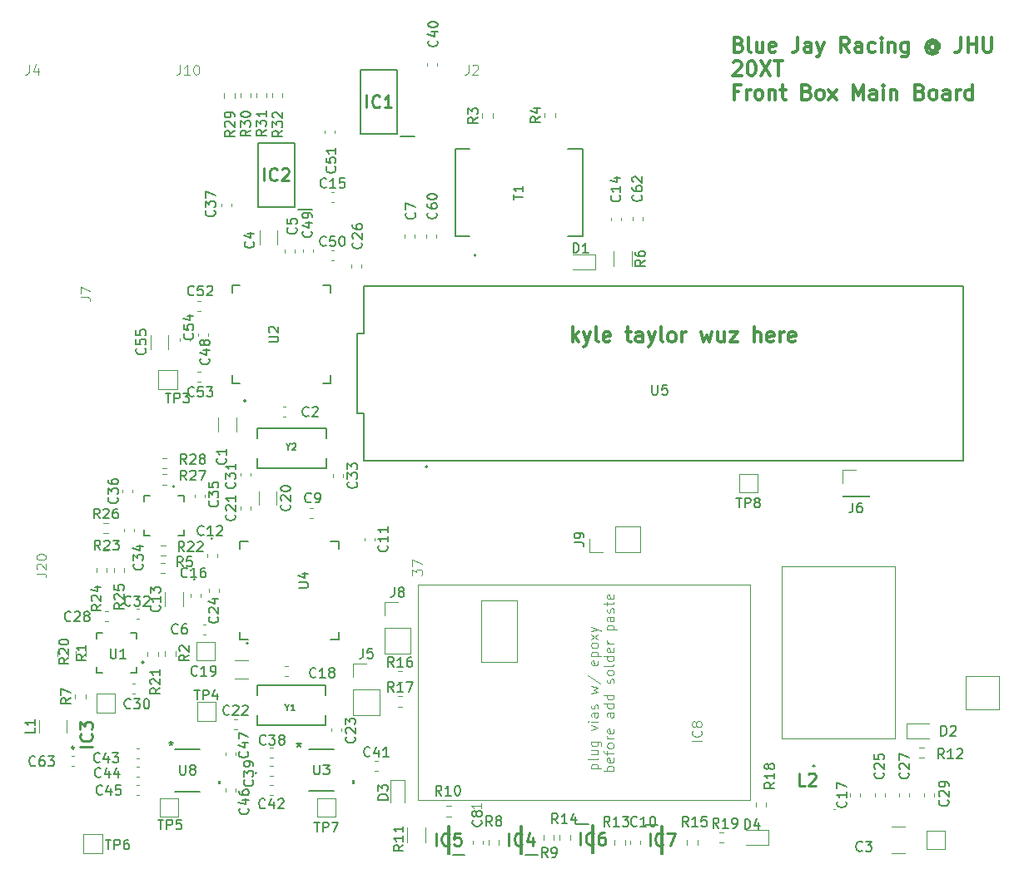
<source format=gbr>
%TF.GenerationSoftware,KiCad,Pcbnew,7.0.6*%
%TF.CreationDate,2024-04-07T14:57:10-04:00*%
%TF.ProjectId,mainbox,6d61696e-626f-4782-9e6b-696361645f70,rev?*%
%TF.SameCoordinates,Original*%
%TF.FileFunction,Legend,Top*%
%TF.FilePolarity,Positive*%
%FSLAX46Y46*%
G04 Gerber Fmt 4.6, Leading zero omitted, Abs format (unit mm)*
G04 Created by KiCad (PCBNEW 7.0.6) date 2024-04-07 14:57:10*
%MOMM*%
%LPD*%
G01*
G04 APERTURE LIST*
%ADD10C,0.300000*%
%ADD11C,0.150000*%
%ADD12C,0.100000*%
%ADD13C,0.254000*%
%ADD14C,0.120000*%
%ADD15C,0.127000*%
%ADD16C,0.200000*%
%ADD17C,0.152400*%
%ADD18C,0.250000*%
G04 APERTURE END LIST*
D10*
X196380510Y-50319114D02*
X196594796Y-50390542D01*
X196594796Y-50390542D02*
X196666225Y-50461971D01*
X196666225Y-50461971D02*
X196737653Y-50604828D01*
X196737653Y-50604828D02*
X196737653Y-50819114D01*
X196737653Y-50819114D02*
X196666225Y-50961971D01*
X196666225Y-50961971D02*
X196594796Y-51033400D01*
X196594796Y-51033400D02*
X196451939Y-51104828D01*
X196451939Y-51104828D02*
X195880510Y-51104828D01*
X195880510Y-51104828D02*
X195880510Y-49604828D01*
X195880510Y-49604828D02*
X196380510Y-49604828D01*
X196380510Y-49604828D02*
X196523368Y-49676257D01*
X196523368Y-49676257D02*
X196594796Y-49747685D01*
X196594796Y-49747685D02*
X196666225Y-49890542D01*
X196666225Y-49890542D02*
X196666225Y-50033400D01*
X196666225Y-50033400D02*
X196594796Y-50176257D01*
X196594796Y-50176257D02*
X196523368Y-50247685D01*
X196523368Y-50247685D02*
X196380510Y-50319114D01*
X196380510Y-50319114D02*
X195880510Y-50319114D01*
X197594796Y-51104828D02*
X197451939Y-51033400D01*
X197451939Y-51033400D02*
X197380510Y-50890542D01*
X197380510Y-50890542D02*
X197380510Y-49604828D01*
X198809082Y-50104828D02*
X198809082Y-51104828D01*
X198166224Y-50104828D02*
X198166224Y-50890542D01*
X198166224Y-50890542D02*
X198237653Y-51033400D01*
X198237653Y-51033400D02*
X198380510Y-51104828D01*
X198380510Y-51104828D02*
X198594796Y-51104828D01*
X198594796Y-51104828D02*
X198737653Y-51033400D01*
X198737653Y-51033400D02*
X198809082Y-50961971D01*
X200094796Y-51033400D02*
X199951939Y-51104828D01*
X199951939Y-51104828D02*
X199666225Y-51104828D01*
X199666225Y-51104828D02*
X199523367Y-51033400D01*
X199523367Y-51033400D02*
X199451939Y-50890542D01*
X199451939Y-50890542D02*
X199451939Y-50319114D01*
X199451939Y-50319114D02*
X199523367Y-50176257D01*
X199523367Y-50176257D02*
X199666225Y-50104828D01*
X199666225Y-50104828D02*
X199951939Y-50104828D01*
X199951939Y-50104828D02*
X200094796Y-50176257D01*
X200094796Y-50176257D02*
X200166225Y-50319114D01*
X200166225Y-50319114D02*
X200166225Y-50461971D01*
X200166225Y-50461971D02*
X199451939Y-50604828D01*
X202380510Y-49604828D02*
X202380510Y-50676257D01*
X202380510Y-50676257D02*
X202309081Y-50890542D01*
X202309081Y-50890542D02*
X202166224Y-51033400D01*
X202166224Y-51033400D02*
X201951938Y-51104828D01*
X201951938Y-51104828D02*
X201809081Y-51104828D01*
X203737653Y-51104828D02*
X203737653Y-50319114D01*
X203737653Y-50319114D02*
X203666224Y-50176257D01*
X203666224Y-50176257D02*
X203523367Y-50104828D01*
X203523367Y-50104828D02*
X203237653Y-50104828D01*
X203237653Y-50104828D02*
X203094795Y-50176257D01*
X203737653Y-51033400D02*
X203594795Y-51104828D01*
X203594795Y-51104828D02*
X203237653Y-51104828D01*
X203237653Y-51104828D02*
X203094795Y-51033400D01*
X203094795Y-51033400D02*
X203023367Y-50890542D01*
X203023367Y-50890542D02*
X203023367Y-50747685D01*
X203023367Y-50747685D02*
X203094795Y-50604828D01*
X203094795Y-50604828D02*
X203237653Y-50533400D01*
X203237653Y-50533400D02*
X203594795Y-50533400D01*
X203594795Y-50533400D02*
X203737653Y-50461971D01*
X204309081Y-50104828D02*
X204666224Y-51104828D01*
X205023367Y-50104828D02*
X204666224Y-51104828D01*
X204666224Y-51104828D02*
X204523367Y-51461971D01*
X204523367Y-51461971D02*
X204451938Y-51533400D01*
X204451938Y-51533400D02*
X204309081Y-51604828D01*
X207594795Y-51104828D02*
X207094795Y-50390542D01*
X206737652Y-51104828D02*
X206737652Y-49604828D01*
X206737652Y-49604828D02*
X207309081Y-49604828D01*
X207309081Y-49604828D02*
X207451938Y-49676257D01*
X207451938Y-49676257D02*
X207523367Y-49747685D01*
X207523367Y-49747685D02*
X207594795Y-49890542D01*
X207594795Y-49890542D02*
X207594795Y-50104828D01*
X207594795Y-50104828D02*
X207523367Y-50247685D01*
X207523367Y-50247685D02*
X207451938Y-50319114D01*
X207451938Y-50319114D02*
X207309081Y-50390542D01*
X207309081Y-50390542D02*
X206737652Y-50390542D01*
X208880510Y-51104828D02*
X208880510Y-50319114D01*
X208880510Y-50319114D02*
X208809081Y-50176257D01*
X208809081Y-50176257D02*
X208666224Y-50104828D01*
X208666224Y-50104828D02*
X208380510Y-50104828D01*
X208380510Y-50104828D02*
X208237652Y-50176257D01*
X208880510Y-51033400D02*
X208737652Y-51104828D01*
X208737652Y-51104828D02*
X208380510Y-51104828D01*
X208380510Y-51104828D02*
X208237652Y-51033400D01*
X208237652Y-51033400D02*
X208166224Y-50890542D01*
X208166224Y-50890542D02*
X208166224Y-50747685D01*
X208166224Y-50747685D02*
X208237652Y-50604828D01*
X208237652Y-50604828D02*
X208380510Y-50533400D01*
X208380510Y-50533400D02*
X208737652Y-50533400D01*
X208737652Y-50533400D02*
X208880510Y-50461971D01*
X210237653Y-51033400D02*
X210094795Y-51104828D01*
X210094795Y-51104828D02*
X209809081Y-51104828D01*
X209809081Y-51104828D02*
X209666224Y-51033400D01*
X209666224Y-51033400D02*
X209594795Y-50961971D01*
X209594795Y-50961971D02*
X209523367Y-50819114D01*
X209523367Y-50819114D02*
X209523367Y-50390542D01*
X209523367Y-50390542D02*
X209594795Y-50247685D01*
X209594795Y-50247685D02*
X209666224Y-50176257D01*
X209666224Y-50176257D02*
X209809081Y-50104828D01*
X209809081Y-50104828D02*
X210094795Y-50104828D01*
X210094795Y-50104828D02*
X210237653Y-50176257D01*
X210880509Y-51104828D02*
X210880509Y-50104828D01*
X210880509Y-49604828D02*
X210809081Y-49676257D01*
X210809081Y-49676257D02*
X210880509Y-49747685D01*
X210880509Y-49747685D02*
X210951938Y-49676257D01*
X210951938Y-49676257D02*
X210880509Y-49604828D01*
X210880509Y-49604828D02*
X210880509Y-49747685D01*
X211594795Y-50104828D02*
X211594795Y-51104828D01*
X211594795Y-50247685D02*
X211666224Y-50176257D01*
X211666224Y-50176257D02*
X211809081Y-50104828D01*
X211809081Y-50104828D02*
X212023367Y-50104828D01*
X212023367Y-50104828D02*
X212166224Y-50176257D01*
X212166224Y-50176257D02*
X212237653Y-50319114D01*
X212237653Y-50319114D02*
X212237653Y-51104828D01*
X213594796Y-50104828D02*
X213594796Y-51319114D01*
X213594796Y-51319114D02*
X213523367Y-51461971D01*
X213523367Y-51461971D02*
X213451938Y-51533400D01*
X213451938Y-51533400D02*
X213309081Y-51604828D01*
X213309081Y-51604828D02*
X213094796Y-51604828D01*
X213094796Y-51604828D02*
X212951938Y-51533400D01*
X213594796Y-51033400D02*
X213451938Y-51104828D01*
X213451938Y-51104828D02*
X213166224Y-51104828D01*
X213166224Y-51104828D02*
X213023367Y-51033400D01*
X213023367Y-51033400D02*
X212951938Y-50961971D01*
X212951938Y-50961971D02*
X212880510Y-50819114D01*
X212880510Y-50819114D02*
X212880510Y-50390542D01*
X212880510Y-50390542D02*
X212951938Y-50247685D01*
X212951938Y-50247685D02*
X213023367Y-50176257D01*
X213023367Y-50176257D02*
X213166224Y-50104828D01*
X213166224Y-50104828D02*
X213451938Y-50104828D01*
X213451938Y-50104828D02*
X213594796Y-50176257D01*
X216380510Y-50390542D02*
X216309081Y-50319114D01*
X216309081Y-50319114D02*
X216166224Y-50247685D01*
X216166224Y-50247685D02*
X216023367Y-50247685D01*
X216023367Y-50247685D02*
X215880510Y-50319114D01*
X215880510Y-50319114D02*
X215809081Y-50390542D01*
X215809081Y-50390542D02*
X215737653Y-50533400D01*
X215737653Y-50533400D02*
X215737653Y-50676257D01*
X215737653Y-50676257D02*
X215809081Y-50819114D01*
X215809081Y-50819114D02*
X215880510Y-50890542D01*
X215880510Y-50890542D02*
X216023367Y-50961971D01*
X216023367Y-50961971D02*
X216166224Y-50961971D01*
X216166224Y-50961971D02*
X216309081Y-50890542D01*
X216309081Y-50890542D02*
X216380510Y-50819114D01*
X216380510Y-50247685D02*
X216380510Y-50819114D01*
X216380510Y-50819114D02*
X216451938Y-50890542D01*
X216451938Y-50890542D02*
X216523367Y-50890542D01*
X216523367Y-50890542D02*
X216666224Y-50819114D01*
X216666224Y-50819114D02*
X216737653Y-50676257D01*
X216737653Y-50676257D02*
X216737653Y-50319114D01*
X216737653Y-50319114D02*
X216594796Y-50104828D01*
X216594796Y-50104828D02*
X216380510Y-49961971D01*
X216380510Y-49961971D02*
X216094796Y-49890542D01*
X216094796Y-49890542D02*
X215809081Y-49961971D01*
X215809081Y-49961971D02*
X215594796Y-50104828D01*
X215594796Y-50104828D02*
X215451938Y-50319114D01*
X215451938Y-50319114D02*
X215380510Y-50604828D01*
X215380510Y-50604828D02*
X215451938Y-50890542D01*
X215451938Y-50890542D02*
X215594796Y-51104828D01*
X215594796Y-51104828D02*
X215809081Y-51247685D01*
X215809081Y-51247685D02*
X216094796Y-51319114D01*
X216094796Y-51319114D02*
X216380510Y-51247685D01*
X216380510Y-51247685D02*
X216594796Y-51104828D01*
X218951938Y-49604828D02*
X218951938Y-50676257D01*
X218951938Y-50676257D02*
X218880509Y-50890542D01*
X218880509Y-50890542D02*
X218737652Y-51033400D01*
X218737652Y-51033400D02*
X218523366Y-51104828D01*
X218523366Y-51104828D02*
X218380509Y-51104828D01*
X219666223Y-51104828D02*
X219666223Y-49604828D01*
X219666223Y-50319114D02*
X220523366Y-50319114D01*
X220523366Y-51104828D02*
X220523366Y-49604828D01*
X221237652Y-49604828D02*
X221237652Y-50819114D01*
X221237652Y-50819114D02*
X221309081Y-50961971D01*
X221309081Y-50961971D02*
X221380510Y-51033400D01*
X221380510Y-51033400D02*
X221523367Y-51104828D01*
X221523367Y-51104828D02*
X221809081Y-51104828D01*
X221809081Y-51104828D02*
X221951938Y-51033400D01*
X221951938Y-51033400D02*
X222023367Y-50961971D01*
X222023367Y-50961971D02*
X222094795Y-50819114D01*
X222094795Y-50819114D02*
X222094795Y-49604828D01*
X195809082Y-52162685D02*
X195880510Y-52091257D01*
X195880510Y-52091257D02*
X196023368Y-52019828D01*
X196023368Y-52019828D02*
X196380510Y-52019828D01*
X196380510Y-52019828D02*
X196523368Y-52091257D01*
X196523368Y-52091257D02*
X196594796Y-52162685D01*
X196594796Y-52162685D02*
X196666225Y-52305542D01*
X196666225Y-52305542D02*
X196666225Y-52448400D01*
X196666225Y-52448400D02*
X196594796Y-52662685D01*
X196594796Y-52662685D02*
X195737653Y-53519828D01*
X195737653Y-53519828D02*
X196666225Y-53519828D01*
X197594796Y-52019828D02*
X197737653Y-52019828D01*
X197737653Y-52019828D02*
X197880510Y-52091257D01*
X197880510Y-52091257D02*
X197951939Y-52162685D01*
X197951939Y-52162685D02*
X198023367Y-52305542D01*
X198023367Y-52305542D02*
X198094796Y-52591257D01*
X198094796Y-52591257D02*
X198094796Y-52948400D01*
X198094796Y-52948400D02*
X198023367Y-53234114D01*
X198023367Y-53234114D02*
X197951939Y-53376971D01*
X197951939Y-53376971D02*
X197880510Y-53448400D01*
X197880510Y-53448400D02*
X197737653Y-53519828D01*
X197737653Y-53519828D02*
X197594796Y-53519828D01*
X197594796Y-53519828D02*
X197451939Y-53448400D01*
X197451939Y-53448400D02*
X197380510Y-53376971D01*
X197380510Y-53376971D02*
X197309081Y-53234114D01*
X197309081Y-53234114D02*
X197237653Y-52948400D01*
X197237653Y-52948400D02*
X197237653Y-52591257D01*
X197237653Y-52591257D02*
X197309081Y-52305542D01*
X197309081Y-52305542D02*
X197380510Y-52162685D01*
X197380510Y-52162685D02*
X197451939Y-52091257D01*
X197451939Y-52091257D02*
X197594796Y-52019828D01*
X198594795Y-52019828D02*
X199594795Y-53519828D01*
X199594795Y-52019828D02*
X198594795Y-53519828D01*
X199951938Y-52019828D02*
X200809081Y-52019828D01*
X200380509Y-53519828D02*
X200380509Y-52019828D01*
X196380510Y-55149114D02*
X195880510Y-55149114D01*
X195880510Y-55934828D02*
X195880510Y-54434828D01*
X195880510Y-54434828D02*
X196594796Y-54434828D01*
X197166224Y-55934828D02*
X197166224Y-54934828D01*
X197166224Y-55220542D02*
X197237653Y-55077685D01*
X197237653Y-55077685D02*
X197309082Y-55006257D01*
X197309082Y-55006257D02*
X197451939Y-54934828D01*
X197451939Y-54934828D02*
X197594796Y-54934828D01*
X198309081Y-55934828D02*
X198166224Y-55863400D01*
X198166224Y-55863400D02*
X198094795Y-55791971D01*
X198094795Y-55791971D02*
X198023367Y-55649114D01*
X198023367Y-55649114D02*
X198023367Y-55220542D01*
X198023367Y-55220542D02*
X198094795Y-55077685D01*
X198094795Y-55077685D02*
X198166224Y-55006257D01*
X198166224Y-55006257D02*
X198309081Y-54934828D01*
X198309081Y-54934828D02*
X198523367Y-54934828D01*
X198523367Y-54934828D02*
X198666224Y-55006257D01*
X198666224Y-55006257D02*
X198737653Y-55077685D01*
X198737653Y-55077685D02*
X198809081Y-55220542D01*
X198809081Y-55220542D02*
X198809081Y-55649114D01*
X198809081Y-55649114D02*
X198737653Y-55791971D01*
X198737653Y-55791971D02*
X198666224Y-55863400D01*
X198666224Y-55863400D02*
X198523367Y-55934828D01*
X198523367Y-55934828D02*
X198309081Y-55934828D01*
X199451938Y-54934828D02*
X199451938Y-55934828D01*
X199451938Y-55077685D02*
X199523367Y-55006257D01*
X199523367Y-55006257D02*
X199666224Y-54934828D01*
X199666224Y-54934828D02*
X199880510Y-54934828D01*
X199880510Y-54934828D02*
X200023367Y-55006257D01*
X200023367Y-55006257D02*
X200094796Y-55149114D01*
X200094796Y-55149114D02*
X200094796Y-55934828D01*
X200594796Y-54934828D02*
X201166224Y-54934828D01*
X200809081Y-54434828D02*
X200809081Y-55720542D01*
X200809081Y-55720542D02*
X200880510Y-55863400D01*
X200880510Y-55863400D02*
X201023367Y-55934828D01*
X201023367Y-55934828D02*
X201166224Y-55934828D01*
X203309081Y-55149114D02*
X203523367Y-55220542D01*
X203523367Y-55220542D02*
X203594796Y-55291971D01*
X203594796Y-55291971D02*
X203666224Y-55434828D01*
X203666224Y-55434828D02*
X203666224Y-55649114D01*
X203666224Y-55649114D02*
X203594796Y-55791971D01*
X203594796Y-55791971D02*
X203523367Y-55863400D01*
X203523367Y-55863400D02*
X203380510Y-55934828D01*
X203380510Y-55934828D02*
X202809081Y-55934828D01*
X202809081Y-55934828D02*
X202809081Y-54434828D01*
X202809081Y-54434828D02*
X203309081Y-54434828D01*
X203309081Y-54434828D02*
X203451939Y-54506257D01*
X203451939Y-54506257D02*
X203523367Y-54577685D01*
X203523367Y-54577685D02*
X203594796Y-54720542D01*
X203594796Y-54720542D02*
X203594796Y-54863400D01*
X203594796Y-54863400D02*
X203523367Y-55006257D01*
X203523367Y-55006257D02*
X203451939Y-55077685D01*
X203451939Y-55077685D02*
X203309081Y-55149114D01*
X203309081Y-55149114D02*
X202809081Y-55149114D01*
X204523367Y-55934828D02*
X204380510Y-55863400D01*
X204380510Y-55863400D02*
X204309081Y-55791971D01*
X204309081Y-55791971D02*
X204237653Y-55649114D01*
X204237653Y-55649114D02*
X204237653Y-55220542D01*
X204237653Y-55220542D02*
X204309081Y-55077685D01*
X204309081Y-55077685D02*
X204380510Y-55006257D01*
X204380510Y-55006257D02*
X204523367Y-54934828D01*
X204523367Y-54934828D02*
X204737653Y-54934828D01*
X204737653Y-54934828D02*
X204880510Y-55006257D01*
X204880510Y-55006257D02*
X204951939Y-55077685D01*
X204951939Y-55077685D02*
X205023367Y-55220542D01*
X205023367Y-55220542D02*
X205023367Y-55649114D01*
X205023367Y-55649114D02*
X204951939Y-55791971D01*
X204951939Y-55791971D02*
X204880510Y-55863400D01*
X204880510Y-55863400D02*
X204737653Y-55934828D01*
X204737653Y-55934828D02*
X204523367Y-55934828D01*
X205523367Y-55934828D02*
X206309082Y-54934828D01*
X205523367Y-54934828D02*
X206309082Y-55934828D01*
X208023367Y-55934828D02*
X208023367Y-54434828D01*
X208023367Y-54434828D02*
X208523367Y-55506257D01*
X208523367Y-55506257D02*
X209023367Y-54434828D01*
X209023367Y-54434828D02*
X209023367Y-55934828D01*
X210380511Y-55934828D02*
X210380511Y-55149114D01*
X210380511Y-55149114D02*
X210309082Y-55006257D01*
X210309082Y-55006257D02*
X210166225Y-54934828D01*
X210166225Y-54934828D02*
X209880511Y-54934828D01*
X209880511Y-54934828D02*
X209737653Y-55006257D01*
X210380511Y-55863400D02*
X210237653Y-55934828D01*
X210237653Y-55934828D02*
X209880511Y-55934828D01*
X209880511Y-55934828D02*
X209737653Y-55863400D01*
X209737653Y-55863400D02*
X209666225Y-55720542D01*
X209666225Y-55720542D02*
X209666225Y-55577685D01*
X209666225Y-55577685D02*
X209737653Y-55434828D01*
X209737653Y-55434828D02*
X209880511Y-55363400D01*
X209880511Y-55363400D02*
X210237653Y-55363400D01*
X210237653Y-55363400D02*
X210380511Y-55291971D01*
X211094796Y-55934828D02*
X211094796Y-54934828D01*
X211094796Y-54434828D02*
X211023368Y-54506257D01*
X211023368Y-54506257D02*
X211094796Y-54577685D01*
X211094796Y-54577685D02*
X211166225Y-54506257D01*
X211166225Y-54506257D02*
X211094796Y-54434828D01*
X211094796Y-54434828D02*
X211094796Y-54577685D01*
X211809082Y-54934828D02*
X211809082Y-55934828D01*
X211809082Y-55077685D02*
X211880511Y-55006257D01*
X211880511Y-55006257D02*
X212023368Y-54934828D01*
X212023368Y-54934828D02*
X212237654Y-54934828D01*
X212237654Y-54934828D02*
X212380511Y-55006257D01*
X212380511Y-55006257D02*
X212451940Y-55149114D01*
X212451940Y-55149114D02*
X212451940Y-55934828D01*
X214809082Y-55149114D02*
X215023368Y-55220542D01*
X215023368Y-55220542D02*
X215094797Y-55291971D01*
X215094797Y-55291971D02*
X215166225Y-55434828D01*
X215166225Y-55434828D02*
X215166225Y-55649114D01*
X215166225Y-55649114D02*
X215094797Y-55791971D01*
X215094797Y-55791971D02*
X215023368Y-55863400D01*
X215023368Y-55863400D02*
X214880511Y-55934828D01*
X214880511Y-55934828D02*
X214309082Y-55934828D01*
X214309082Y-55934828D02*
X214309082Y-54434828D01*
X214309082Y-54434828D02*
X214809082Y-54434828D01*
X214809082Y-54434828D02*
X214951940Y-54506257D01*
X214951940Y-54506257D02*
X215023368Y-54577685D01*
X215023368Y-54577685D02*
X215094797Y-54720542D01*
X215094797Y-54720542D02*
X215094797Y-54863400D01*
X215094797Y-54863400D02*
X215023368Y-55006257D01*
X215023368Y-55006257D02*
X214951940Y-55077685D01*
X214951940Y-55077685D02*
X214809082Y-55149114D01*
X214809082Y-55149114D02*
X214309082Y-55149114D01*
X216023368Y-55934828D02*
X215880511Y-55863400D01*
X215880511Y-55863400D02*
X215809082Y-55791971D01*
X215809082Y-55791971D02*
X215737654Y-55649114D01*
X215737654Y-55649114D02*
X215737654Y-55220542D01*
X215737654Y-55220542D02*
X215809082Y-55077685D01*
X215809082Y-55077685D02*
X215880511Y-55006257D01*
X215880511Y-55006257D02*
X216023368Y-54934828D01*
X216023368Y-54934828D02*
X216237654Y-54934828D01*
X216237654Y-54934828D02*
X216380511Y-55006257D01*
X216380511Y-55006257D02*
X216451940Y-55077685D01*
X216451940Y-55077685D02*
X216523368Y-55220542D01*
X216523368Y-55220542D02*
X216523368Y-55649114D01*
X216523368Y-55649114D02*
X216451940Y-55791971D01*
X216451940Y-55791971D02*
X216380511Y-55863400D01*
X216380511Y-55863400D02*
X216237654Y-55934828D01*
X216237654Y-55934828D02*
X216023368Y-55934828D01*
X217809083Y-55934828D02*
X217809083Y-55149114D01*
X217809083Y-55149114D02*
X217737654Y-55006257D01*
X217737654Y-55006257D02*
X217594797Y-54934828D01*
X217594797Y-54934828D02*
X217309083Y-54934828D01*
X217309083Y-54934828D02*
X217166225Y-55006257D01*
X217809083Y-55863400D02*
X217666225Y-55934828D01*
X217666225Y-55934828D02*
X217309083Y-55934828D01*
X217309083Y-55934828D02*
X217166225Y-55863400D01*
X217166225Y-55863400D02*
X217094797Y-55720542D01*
X217094797Y-55720542D02*
X217094797Y-55577685D01*
X217094797Y-55577685D02*
X217166225Y-55434828D01*
X217166225Y-55434828D02*
X217309083Y-55363400D01*
X217309083Y-55363400D02*
X217666225Y-55363400D01*
X217666225Y-55363400D02*
X217809083Y-55291971D01*
X218523368Y-55934828D02*
X218523368Y-54934828D01*
X218523368Y-55220542D02*
X218594797Y-55077685D01*
X218594797Y-55077685D02*
X218666226Y-55006257D01*
X218666226Y-55006257D02*
X218809083Y-54934828D01*
X218809083Y-54934828D02*
X218951940Y-54934828D01*
X220094797Y-55934828D02*
X220094797Y-54434828D01*
X220094797Y-55863400D02*
X219951939Y-55934828D01*
X219951939Y-55934828D02*
X219666225Y-55934828D01*
X219666225Y-55934828D02*
X219523368Y-55863400D01*
X219523368Y-55863400D02*
X219451939Y-55791971D01*
X219451939Y-55791971D02*
X219380511Y-55649114D01*
X219380511Y-55649114D02*
X219380511Y-55220542D01*
X219380511Y-55220542D02*
X219451939Y-55077685D01*
X219451939Y-55077685D02*
X219523368Y-55006257D01*
X219523368Y-55006257D02*
X219666225Y-54934828D01*
X219666225Y-54934828D02*
X219951939Y-54934828D01*
X219951939Y-54934828D02*
X220094797Y-55006257D01*
D11*
X134535942Y-107395180D02*
X134488323Y-107442800D01*
X134488323Y-107442800D02*
X134345466Y-107490419D01*
X134345466Y-107490419D02*
X134250228Y-107490419D01*
X134250228Y-107490419D02*
X134107371Y-107442800D01*
X134107371Y-107442800D02*
X134012133Y-107347561D01*
X134012133Y-107347561D02*
X133964514Y-107252323D01*
X133964514Y-107252323D02*
X133916895Y-107061847D01*
X133916895Y-107061847D02*
X133916895Y-106918990D01*
X133916895Y-106918990D02*
X133964514Y-106728514D01*
X133964514Y-106728514D02*
X134012133Y-106633276D01*
X134012133Y-106633276D02*
X134107371Y-106538038D01*
X134107371Y-106538038D02*
X134250228Y-106490419D01*
X134250228Y-106490419D02*
X134345466Y-106490419D01*
X134345466Y-106490419D02*
X134488323Y-106538038D01*
X134488323Y-106538038D02*
X134535942Y-106585657D01*
X134869276Y-106490419D02*
X135488323Y-106490419D01*
X135488323Y-106490419D02*
X135154990Y-106871371D01*
X135154990Y-106871371D02*
X135297847Y-106871371D01*
X135297847Y-106871371D02*
X135393085Y-106918990D01*
X135393085Y-106918990D02*
X135440704Y-106966609D01*
X135440704Y-106966609D02*
X135488323Y-107061847D01*
X135488323Y-107061847D02*
X135488323Y-107299942D01*
X135488323Y-107299942D02*
X135440704Y-107395180D01*
X135440704Y-107395180D02*
X135393085Y-107442800D01*
X135393085Y-107442800D02*
X135297847Y-107490419D01*
X135297847Y-107490419D02*
X135012133Y-107490419D01*
X135012133Y-107490419D02*
X134916895Y-107442800D01*
X134916895Y-107442800D02*
X134869276Y-107395180D01*
X135869276Y-106585657D02*
X135916895Y-106538038D01*
X135916895Y-106538038D02*
X136012133Y-106490419D01*
X136012133Y-106490419D02*
X136250228Y-106490419D01*
X136250228Y-106490419D02*
X136345466Y-106538038D01*
X136345466Y-106538038D02*
X136393085Y-106585657D01*
X136393085Y-106585657D02*
X136440704Y-106680895D01*
X136440704Y-106680895D02*
X136440704Y-106776133D01*
X136440704Y-106776133D02*
X136393085Y-106918990D01*
X136393085Y-106918990D02*
X135821657Y-107490419D01*
X135821657Y-107490419D02*
X136440704Y-107490419D01*
X140821580Y-79763857D02*
X140869200Y-79811476D01*
X140869200Y-79811476D02*
X140916819Y-79954333D01*
X140916819Y-79954333D02*
X140916819Y-80049571D01*
X140916819Y-80049571D02*
X140869200Y-80192428D01*
X140869200Y-80192428D02*
X140773961Y-80287666D01*
X140773961Y-80287666D02*
X140678723Y-80335285D01*
X140678723Y-80335285D02*
X140488247Y-80382904D01*
X140488247Y-80382904D02*
X140345390Y-80382904D01*
X140345390Y-80382904D02*
X140154914Y-80335285D01*
X140154914Y-80335285D02*
X140059676Y-80287666D01*
X140059676Y-80287666D02*
X139964438Y-80192428D01*
X139964438Y-80192428D02*
X139916819Y-80049571D01*
X139916819Y-80049571D02*
X139916819Y-79954333D01*
X139916819Y-79954333D02*
X139964438Y-79811476D01*
X139964438Y-79811476D02*
X140012057Y-79763857D01*
X139916819Y-78859095D02*
X139916819Y-79335285D01*
X139916819Y-79335285D02*
X140393009Y-79382904D01*
X140393009Y-79382904D02*
X140345390Y-79335285D01*
X140345390Y-79335285D02*
X140297771Y-79240047D01*
X140297771Y-79240047D02*
X140297771Y-79001952D01*
X140297771Y-79001952D02*
X140345390Y-78906714D01*
X140345390Y-78906714D02*
X140393009Y-78859095D01*
X140393009Y-78859095D02*
X140488247Y-78811476D01*
X140488247Y-78811476D02*
X140726342Y-78811476D01*
X140726342Y-78811476D02*
X140821580Y-78859095D01*
X140821580Y-78859095D02*
X140869200Y-78906714D01*
X140869200Y-78906714D02*
X140916819Y-79001952D01*
X140916819Y-79001952D02*
X140916819Y-79240047D01*
X140916819Y-79240047D02*
X140869200Y-79335285D01*
X140869200Y-79335285D02*
X140821580Y-79382904D01*
X140250152Y-77954333D02*
X140916819Y-77954333D01*
X139869200Y-78192428D02*
X140583485Y-78430523D01*
X140583485Y-78430523D02*
X140583485Y-77811476D01*
X147250379Y-124437780D02*
X147297998Y-124485400D01*
X147297998Y-124485400D02*
X147250379Y-124533019D01*
X147250379Y-124533019D02*
X147202760Y-124485400D01*
X147202760Y-124485400D02*
X147250379Y-124437780D01*
X147250379Y-124437780D02*
X147250379Y-124533019D01*
D10*
X179522910Y-80623628D02*
X179522910Y-79123628D01*
X179665768Y-80052200D02*
X180094339Y-80623628D01*
X180094339Y-79623628D02*
X179522910Y-80195057D01*
X180594339Y-79623628D02*
X180951482Y-80623628D01*
X181308625Y-79623628D02*
X180951482Y-80623628D01*
X180951482Y-80623628D02*
X180808625Y-80980771D01*
X180808625Y-80980771D02*
X180737196Y-81052200D01*
X180737196Y-81052200D02*
X180594339Y-81123628D01*
X182094339Y-80623628D02*
X181951482Y-80552200D01*
X181951482Y-80552200D02*
X181880053Y-80409342D01*
X181880053Y-80409342D02*
X181880053Y-79123628D01*
X183237196Y-80552200D02*
X183094339Y-80623628D01*
X183094339Y-80623628D02*
X182808625Y-80623628D01*
X182808625Y-80623628D02*
X182665767Y-80552200D01*
X182665767Y-80552200D02*
X182594339Y-80409342D01*
X182594339Y-80409342D02*
X182594339Y-79837914D01*
X182594339Y-79837914D02*
X182665767Y-79695057D01*
X182665767Y-79695057D02*
X182808625Y-79623628D01*
X182808625Y-79623628D02*
X183094339Y-79623628D01*
X183094339Y-79623628D02*
X183237196Y-79695057D01*
X183237196Y-79695057D02*
X183308625Y-79837914D01*
X183308625Y-79837914D02*
X183308625Y-79980771D01*
X183308625Y-79980771D02*
X182594339Y-80123628D01*
X184880053Y-79623628D02*
X185451481Y-79623628D01*
X185094338Y-79123628D02*
X185094338Y-80409342D01*
X185094338Y-80409342D02*
X185165767Y-80552200D01*
X185165767Y-80552200D02*
X185308624Y-80623628D01*
X185308624Y-80623628D02*
X185451481Y-80623628D01*
X186594339Y-80623628D02*
X186594339Y-79837914D01*
X186594339Y-79837914D02*
X186522910Y-79695057D01*
X186522910Y-79695057D02*
X186380053Y-79623628D01*
X186380053Y-79623628D02*
X186094339Y-79623628D01*
X186094339Y-79623628D02*
X185951481Y-79695057D01*
X186594339Y-80552200D02*
X186451481Y-80623628D01*
X186451481Y-80623628D02*
X186094339Y-80623628D01*
X186094339Y-80623628D02*
X185951481Y-80552200D01*
X185951481Y-80552200D02*
X185880053Y-80409342D01*
X185880053Y-80409342D02*
X185880053Y-80266485D01*
X185880053Y-80266485D02*
X185951481Y-80123628D01*
X185951481Y-80123628D02*
X186094339Y-80052200D01*
X186094339Y-80052200D02*
X186451481Y-80052200D01*
X186451481Y-80052200D02*
X186594339Y-79980771D01*
X187165767Y-79623628D02*
X187522910Y-80623628D01*
X187880053Y-79623628D02*
X187522910Y-80623628D01*
X187522910Y-80623628D02*
X187380053Y-80980771D01*
X187380053Y-80980771D02*
X187308624Y-81052200D01*
X187308624Y-81052200D02*
X187165767Y-81123628D01*
X188665767Y-80623628D02*
X188522910Y-80552200D01*
X188522910Y-80552200D02*
X188451481Y-80409342D01*
X188451481Y-80409342D02*
X188451481Y-79123628D01*
X189451481Y-80623628D02*
X189308624Y-80552200D01*
X189308624Y-80552200D02*
X189237195Y-80480771D01*
X189237195Y-80480771D02*
X189165767Y-80337914D01*
X189165767Y-80337914D02*
X189165767Y-79909342D01*
X189165767Y-79909342D02*
X189237195Y-79766485D01*
X189237195Y-79766485D02*
X189308624Y-79695057D01*
X189308624Y-79695057D02*
X189451481Y-79623628D01*
X189451481Y-79623628D02*
X189665767Y-79623628D01*
X189665767Y-79623628D02*
X189808624Y-79695057D01*
X189808624Y-79695057D02*
X189880053Y-79766485D01*
X189880053Y-79766485D02*
X189951481Y-79909342D01*
X189951481Y-79909342D02*
X189951481Y-80337914D01*
X189951481Y-80337914D02*
X189880053Y-80480771D01*
X189880053Y-80480771D02*
X189808624Y-80552200D01*
X189808624Y-80552200D02*
X189665767Y-80623628D01*
X189665767Y-80623628D02*
X189451481Y-80623628D01*
X190594338Y-80623628D02*
X190594338Y-79623628D01*
X190594338Y-79909342D02*
X190665767Y-79766485D01*
X190665767Y-79766485D02*
X190737196Y-79695057D01*
X190737196Y-79695057D02*
X190880053Y-79623628D01*
X190880053Y-79623628D02*
X191022910Y-79623628D01*
X192522909Y-79623628D02*
X192808624Y-80623628D01*
X192808624Y-80623628D02*
X193094338Y-79909342D01*
X193094338Y-79909342D02*
X193380052Y-80623628D01*
X193380052Y-80623628D02*
X193665766Y-79623628D01*
X194880053Y-79623628D02*
X194880053Y-80623628D01*
X194237195Y-79623628D02*
X194237195Y-80409342D01*
X194237195Y-80409342D02*
X194308624Y-80552200D01*
X194308624Y-80552200D02*
X194451481Y-80623628D01*
X194451481Y-80623628D02*
X194665767Y-80623628D01*
X194665767Y-80623628D02*
X194808624Y-80552200D01*
X194808624Y-80552200D02*
X194880053Y-80480771D01*
X195451481Y-79623628D02*
X196237196Y-79623628D01*
X196237196Y-79623628D02*
X195451481Y-80623628D01*
X195451481Y-80623628D02*
X196237196Y-80623628D01*
X197951481Y-80623628D02*
X197951481Y-79123628D01*
X198594339Y-80623628D02*
X198594339Y-79837914D01*
X198594339Y-79837914D02*
X198522910Y-79695057D01*
X198522910Y-79695057D02*
X198380053Y-79623628D01*
X198380053Y-79623628D02*
X198165767Y-79623628D01*
X198165767Y-79623628D02*
X198022910Y-79695057D01*
X198022910Y-79695057D02*
X197951481Y-79766485D01*
X199880053Y-80552200D02*
X199737196Y-80623628D01*
X199737196Y-80623628D02*
X199451482Y-80623628D01*
X199451482Y-80623628D02*
X199308624Y-80552200D01*
X199308624Y-80552200D02*
X199237196Y-80409342D01*
X199237196Y-80409342D02*
X199237196Y-79837914D01*
X199237196Y-79837914D02*
X199308624Y-79695057D01*
X199308624Y-79695057D02*
X199451482Y-79623628D01*
X199451482Y-79623628D02*
X199737196Y-79623628D01*
X199737196Y-79623628D02*
X199880053Y-79695057D01*
X199880053Y-79695057D02*
X199951482Y-79837914D01*
X199951482Y-79837914D02*
X199951482Y-79980771D01*
X199951482Y-79980771D02*
X199237196Y-80123628D01*
X200594338Y-80623628D02*
X200594338Y-79623628D01*
X200594338Y-79909342D02*
X200665767Y-79766485D01*
X200665767Y-79766485D02*
X200737196Y-79695057D01*
X200737196Y-79695057D02*
X200880053Y-79623628D01*
X200880053Y-79623628D02*
X201022910Y-79623628D01*
X202094338Y-80552200D02*
X201951481Y-80623628D01*
X201951481Y-80623628D02*
X201665767Y-80623628D01*
X201665767Y-80623628D02*
X201522909Y-80552200D01*
X201522909Y-80552200D02*
X201451481Y-80409342D01*
X201451481Y-80409342D02*
X201451481Y-79837914D01*
X201451481Y-79837914D02*
X201522909Y-79695057D01*
X201522909Y-79695057D02*
X201665767Y-79623628D01*
X201665767Y-79623628D02*
X201951481Y-79623628D01*
X201951481Y-79623628D02*
X202094338Y-79695057D01*
X202094338Y-79695057D02*
X202165767Y-79837914D01*
X202165767Y-79837914D02*
X202165767Y-79980771D01*
X202165767Y-79980771D02*
X201451481Y-80123628D01*
D11*
X142779979Y-100561780D02*
X142827598Y-100609400D01*
X142827598Y-100609400D02*
X142779979Y-100657019D01*
X142779979Y-100657019D02*
X142732360Y-100609400D01*
X142732360Y-100609400D02*
X142779979Y-100561780D01*
X142779979Y-100561780D02*
X142779979Y-100657019D01*
X141001979Y-104727380D02*
X141049598Y-104775000D01*
X141049598Y-104775000D02*
X141001979Y-104822619D01*
X141001979Y-104822619D02*
X140954360Y-104775000D01*
X140954360Y-104775000D02*
X141001979Y-104727380D01*
X141001979Y-104727380D02*
X141001979Y-104822619D01*
X140962142Y-75797580D02*
X140914523Y-75845200D01*
X140914523Y-75845200D02*
X140771666Y-75892819D01*
X140771666Y-75892819D02*
X140676428Y-75892819D01*
X140676428Y-75892819D02*
X140533571Y-75845200D01*
X140533571Y-75845200D02*
X140438333Y-75749961D01*
X140438333Y-75749961D02*
X140390714Y-75654723D01*
X140390714Y-75654723D02*
X140343095Y-75464247D01*
X140343095Y-75464247D02*
X140343095Y-75321390D01*
X140343095Y-75321390D02*
X140390714Y-75130914D01*
X140390714Y-75130914D02*
X140438333Y-75035676D01*
X140438333Y-75035676D02*
X140533571Y-74940438D01*
X140533571Y-74940438D02*
X140676428Y-74892819D01*
X140676428Y-74892819D02*
X140771666Y-74892819D01*
X140771666Y-74892819D02*
X140914523Y-74940438D01*
X140914523Y-74940438D02*
X140962142Y-74988057D01*
X141866904Y-74892819D02*
X141390714Y-74892819D01*
X141390714Y-74892819D02*
X141343095Y-75369009D01*
X141343095Y-75369009D02*
X141390714Y-75321390D01*
X141390714Y-75321390D02*
X141485952Y-75273771D01*
X141485952Y-75273771D02*
X141724047Y-75273771D01*
X141724047Y-75273771D02*
X141819285Y-75321390D01*
X141819285Y-75321390D02*
X141866904Y-75369009D01*
X141866904Y-75369009D02*
X141914523Y-75464247D01*
X141914523Y-75464247D02*
X141914523Y-75702342D01*
X141914523Y-75702342D02*
X141866904Y-75797580D01*
X141866904Y-75797580D02*
X141819285Y-75845200D01*
X141819285Y-75845200D02*
X141724047Y-75892819D01*
X141724047Y-75892819D02*
X141485952Y-75892819D01*
X141485952Y-75892819D02*
X141390714Y-75845200D01*
X141390714Y-75845200D02*
X141343095Y-75797580D01*
X142295476Y-74988057D02*
X142343095Y-74940438D01*
X142343095Y-74940438D02*
X142438333Y-74892819D01*
X142438333Y-74892819D02*
X142676428Y-74892819D01*
X142676428Y-74892819D02*
X142771666Y-74940438D01*
X142771666Y-74940438D02*
X142819285Y-74988057D01*
X142819285Y-74988057D02*
X142866904Y-75083295D01*
X142866904Y-75083295D02*
X142866904Y-75178533D01*
X142866904Y-75178533D02*
X142819285Y-75321390D01*
X142819285Y-75321390D02*
X142247857Y-75892819D01*
X142247857Y-75892819D02*
X142866904Y-75892819D01*
D12*
X192608419Y-121245189D02*
X191608419Y-121245189D01*
X192513180Y-120197571D02*
X192560800Y-120245190D01*
X192560800Y-120245190D02*
X192608419Y-120388047D01*
X192608419Y-120388047D02*
X192608419Y-120483285D01*
X192608419Y-120483285D02*
X192560800Y-120626142D01*
X192560800Y-120626142D02*
X192465561Y-120721380D01*
X192465561Y-120721380D02*
X192370323Y-120768999D01*
X192370323Y-120768999D02*
X192179847Y-120816618D01*
X192179847Y-120816618D02*
X192036990Y-120816618D01*
X192036990Y-120816618D02*
X191846514Y-120768999D01*
X191846514Y-120768999D02*
X191751276Y-120721380D01*
X191751276Y-120721380D02*
X191656038Y-120626142D01*
X191656038Y-120626142D02*
X191608419Y-120483285D01*
X191608419Y-120483285D02*
X191608419Y-120388047D01*
X191608419Y-120388047D02*
X191656038Y-120245190D01*
X191656038Y-120245190D02*
X191703657Y-120197571D01*
X192036990Y-119626142D02*
X191989371Y-119721380D01*
X191989371Y-119721380D02*
X191941752Y-119768999D01*
X191941752Y-119768999D02*
X191846514Y-119816618D01*
X191846514Y-119816618D02*
X191798895Y-119816618D01*
X191798895Y-119816618D02*
X191703657Y-119768999D01*
X191703657Y-119768999D02*
X191656038Y-119721380D01*
X191656038Y-119721380D02*
X191608419Y-119626142D01*
X191608419Y-119626142D02*
X191608419Y-119435666D01*
X191608419Y-119435666D02*
X191656038Y-119340428D01*
X191656038Y-119340428D02*
X191703657Y-119292809D01*
X191703657Y-119292809D02*
X191798895Y-119245190D01*
X191798895Y-119245190D02*
X191846514Y-119245190D01*
X191846514Y-119245190D02*
X191941752Y-119292809D01*
X191941752Y-119292809D02*
X191989371Y-119340428D01*
X191989371Y-119340428D02*
X192036990Y-119435666D01*
X192036990Y-119435666D02*
X192036990Y-119626142D01*
X192036990Y-119626142D02*
X192084609Y-119721380D01*
X192084609Y-119721380D02*
X192132228Y-119768999D01*
X192132228Y-119768999D02*
X192227466Y-119816618D01*
X192227466Y-119816618D02*
X192417942Y-119816618D01*
X192417942Y-119816618D02*
X192513180Y-119768999D01*
X192513180Y-119768999D02*
X192560800Y-119721380D01*
X192560800Y-119721380D02*
X192608419Y-119626142D01*
X192608419Y-119626142D02*
X192608419Y-119435666D01*
X192608419Y-119435666D02*
X192560800Y-119340428D01*
X192560800Y-119340428D02*
X192513180Y-119292809D01*
X192513180Y-119292809D02*
X192417942Y-119245190D01*
X192417942Y-119245190D02*
X192227466Y-119245190D01*
X192227466Y-119245190D02*
X192132228Y-119292809D01*
X192132228Y-119292809D02*
X192084609Y-119340428D01*
X192084609Y-119340428D02*
X192036990Y-119435666D01*
X163176419Y-104385353D02*
X163176419Y-103766306D01*
X163176419Y-103766306D02*
X163557371Y-104099639D01*
X163557371Y-104099639D02*
X163557371Y-103956782D01*
X163557371Y-103956782D02*
X163604990Y-103861544D01*
X163604990Y-103861544D02*
X163652609Y-103813925D01*
X163652609Y-103813925D02*
X163747847Y-103766306D01*
X163747847Y-103766306D02*
X163985942Y-103766306D01*
X163985942Y-103766306D02*
X164081180Y-103813925D01*
X164081180Y-103813925D02*
X164128800Y-103861544D01*
X164128800Y-103861544D02*
X164176419Y-103956782D01*
X164176419Y-103956782D02*
X164176419Y-104242496D01*
X164176419Y-104242496D02*
X164128800Y-104337734D01*
X164128800Y-104337734D02*
X164081180Y-104385353D01*
X163176419Y-103432972D02*
X163176419Y-102766306D01*
X163176419Y-102766306D02*
X164176419Y-103194877D01*
X170166419Y-127566306D02*
X170166419Y-128137734D01*
X170166419Y-127852020D02*
X169166419Y-127852020D01*
X169166419Y-127852020D02*
X169309276Y-127947258D01*
X169309276Y-127947258D02*
X169404514Y-128042496D01*
X169404514Y-128042496D02*
X169452133Y-128137734D01*
X181374552Y-124054515D02*
X182374552Y-124054515D01*
X181422171Y-124054515D02*
X181374552Y-123959277D01*
X181374552Y-123959277D02*
X181374552Y-123768801D01*
X181374552Y-123768801D02*
X181422171Y-123673563D01*
X181422171Y-123673563D02*
X181469790Y-123625944D01*
X181469790Y-123625944D02*
X181565028Y-123578325D01*
X181565028Y-123578325D02*
X181850742Y-123578325D01*
X181850742Y-123578325D02*
X181945980Y-123625944D01*
X181945980Y-123625944D02*
X181993600Y-123673563D01*
X181993600Y-123673563D02*
X182041219Y-123768801D01*
X182041219Y-123768801D02*
X182041219Y-123959277D01*
X182041219Y-123959277D02*
X181993600Y-124054515D01*
X182041219Y-123006896D02*
X181993600Y-123102134D01*
X181993600Y-123102134D02*
X181898361Y-123149753D01*
X181898361Y-123149753D02*
X181041219Y-123149753D01*
X181374552Y-122197372D02*
X182041219Y-122197372D01*
X181374552Y-122625943D02*
X181898361Y-122625943D01*
X181898361Y-122625943D02*
X181993600Y-122578324D01*
X181993600Y-122578324D02*
X182041219Y-122483086D01*
X182041219Y-122483086D02*
X182041219Y-122340229D01*
X182041219Y-122340229D02*
X181993600Y-122244991D01*
X181993600Y-122244991D02*
X181945980Y-122197372D01*
X181374552Y-121292610D02*
X182184076Y-121292610D01*
X182184076Y-121292610D02*
X182279314Y-121340229D01*
X182279314Y-121340229D02*
X182326933Y-121387848D01*
X182326933Y-121387848D02*
X182374552Y-121483086D01*
X182374552Y-121483086D02*
X182374552Y-121625943D01*
X182374552Y-121625943D02*
X182326933Y-121721181D01*
X181993600Y-121292610D02*
X182041219Y-121387848D01*
X182041219Y-121387848D02*
X182041219Y-121578324D01*
X182041219Y-121578324D02*
X181993600Y-121673562D01*
X181993600Y-121673562D02*
X181945980Y-121721181D01*
X181945980Y-121721181D02*
X181850742Y-121768800D01*
X181850742Y-121768800D02*
X181565028Y-121768800D01*
X181565028Y-121768800D02*
X181469790Y-121721181D01*
X181469790Y-121721181D02*
X181422171Y-121673562D01*
X181422171Y-121673562D02*
X181374552Y-121578324D01*
X181374552Y-121578324D02*
X181374552Y-121387848D01*
X181374552Y-121387848D02*
X181422171Y-121292610D01*
X181374552Y-120149752D02*
X182041219Y-119911657D01*
X182041219Y-119911657D02*
X181374552Y-119673562D01*
X182041219Y-119292609D02*
X181374552Y-119292609D01*
X181041219Y-119292609D02*
X181088838Y-119340228D01*
X181088838Y-119340228D02*
X181136457Y-119292609D01*
X181136457Y-119292609D02*
X181088838Y-119244990D01*
X181088838Y-119244990D02*
X181041219Y-119292609D01*
X181041219Y-119292609D02*
X181136457Y-119292609D01*
X182041219Y-118387848D02*
X181517409Y-118387848D01*
X181517409Y-118387848D02*
X181422171Y-118435467D01*
X181422171Y-118435467D02*
X181374552Y-118530705D01*
X181374552Y-118530705D02*
X181374552Y-118721181D01*
X181374552Y-118721181D02*
X181422171Y-118816419D01*
X181993600Y-118387848D02*
X182041219Y-118483086D01*
X182041219Y-118483086D02*
X182041219Y-118721181D01*
X182041219Y-118721181D02*
X181993600Y-118816419D01*
X181993600Y-118816419D02*
X181898361Y-118864038D01*
X181898361Y-118864038D02*
X181803123Y-118864038D01*
X181803123Y-118864038D02*
X181707885Y-118816419D01*
X181707885Y-118816419D02*
X181660266Y-118721181D01*
X181660266Y-118721181D02*
X181660266Y-118483086D01*
X181660266Y-118483086D02*
X181612647Y-118387848D01*
X181993600Y-117959276D02*
X182041219Y-117864038D01*
X182041219Y-117864038D02*
X182041219Y-117673562D01*
X182041219Y-117673562D02*
X181993600Y-117578324D01*
X181993600Y-117578324D02*
X181898361Y-117530705D01*
X181898361Y-117530705D02*
X181850742Y-117530705D01*
X181850742Y-117530705D02*
X181755504Y-117578324D01*
X181755504Y-117578324D02*
X181707885Y-117673562D01*
X181707885Y-117673562D02*
X181707885Y-117816419D01*
X181707885Y-117816419D02*
X181660266Y-117911657D01*
X181660266Y-117911657D02*
X181565028Y-117959276D01*
X181565028Y-117959276D02*
X181517409Y-117959276D01*
X181517409Y-117959276D02*
X181422171Y-117911657D01*
X181422171Y-117911657D02*
X181374552Y-117816419D01*
X181374552Y-117816419D02*
X181374552Y-117673562D01*
X181374552Y-117673562D02*
X181422171Y-117578324D01*
X181374552Y-116435466D02*
X182041219Y-116244990D01*
X182041219Y-116244990D02*
X181565028Y-116054514D01*
X181565028Y-116054514D02*
X182041219Y-115864038D01*
X182041219Y-115864038D02*
X181374552Y-115673562D01*
X180993600Y-114578324D02*
X182279314Y-115435466D01*
X181993600Y-113102133D02*
X182041219Y-113197371D01*
X182041219Y-113197371D02*
X182041219Y-113387847D01*
X182041219Y-113387847D02*
X181993600Y-113483085D01*
X181993600Y-113483085D02*
X181898361Y-113530704D01*
X181898361Y-113530704D02*
X181517409Y-113530704D01*
X181517409Y-113530704D02*
X181422171Y-113483085D01*
X181422171Y-113483085D02*
X181374552Y-113387847D01*
X181374552Y-113387847D02*
X181374552Y-113197371D01*
X181374552Y-113197371D02*
X181422171Y-113102133D01*
X181422171Y-113102133D02*
X181517409Y-113054514D01*
X181517409Y-113054514D02*
X181612647Y-113054514D01*
X181612647Y-113054514D02*
X181707885Y-113530704D01*
X181374552Y-112625942D02*
X182374552Y-112625942D01*
X181422171Y-112625942D02*
X181374552Y-112530704D01*
X181374552Y-112530704D02*
X181374552Y-112340228D01*
X181374552Y-112340228D02*
X181422171Y-112244990D01*
X181422171Y-112244990D02*
X181469790Y-112197371D01*
X181469790Y-112197371D02*
X181565028Y-112149752D01*
X181565028Y-112149752D02*
X181850742Y-112149752D01*
X181850742Y-112149752D02*
X181945980Y-112197371D01*
X181945980Y-112197371D02*
X181993600Y-112244990D01*
X181993600Y-112244990D02*
X182041219Y-112340228D01*
X182041219Y-112340228D02*
X182041219Y-112530704D01*
X182041219Y-112530704D02*
X181993600Y-112625942D01*
X182041219Y-111578323D02*
X181993600Y-111673561D01*
X181993600Y-111673561D02*
X181945980Y-111721180D01*
X181945980Y-111721180D02*
X181850742Y-111768799D01*
X181850742Y-111768799D02*
X181565028Y-111768799D01*
X181565028Y-111768799D02*
X181469790Y-111721180D01*
X181469790Y-111721180D02*
X181422171Y-111673561D01*
X181422171Y-111673561D02*
X181374552Y-111578323D01*
X181374552Y-111578323D02*
X181374552Y-111435466D01*
X181374552Y-111435466D02*
X181422171Y-111340228D01*
X181422171Y-111340228D02*
X181469790Y-111292609D01*
X181469790Y-111292609D02*
X181565028Y-111244990D01*
X181565028Y-111244990D02*
X181850742Y-111244990D01*
X181850742Y-111244990D02*
X181945980Y-111292609D01*
X181945980Y-111292609D02*
X181993600Y-111340228D01*
X181993600Y-111340228D02*
X182041219Y-111435466D01*
X182041219Y-111435466D02*
X182041219Y-111578323D01*
X182041219Y-110911656D02*
X181374552Y-110387847D01*
X181374552Y-110911656D02*
X182041219Y-110387847D01*
X181374552Y-110102132D02*
X182041219Y-109864037D01*
X181374552Y-109625942D02*
X182041219Y-109864037D01*
X182041219Y-109864037D02*
X182279314Y-109959275D01*
X182279314Y-109959275D02*
X182326933Y-110006894D01*
X182326933Y-110006894D02*
X182374552Y-110102132D01*
X183651219Y-124264515D02*
X182651219Y-124264515D01*
X183032171Y-124264515D02*
X182984552Y-124169277D01*
X182984552Y-124169277D02*
X182984552Y-123978801D01*
X182984552Y-123978801D02*
X183032171Y-123883563D01*
X183032171Y-123883563D02*
X183079790Y-123835944D01*
X183079790Y-123835944D02*
X183175028Y-123788325D01*
X183175028Y-123788325D02*
X183460742Y-123788325D01*
X183460742Y-123788325D02*
X183555980Y-123835944D01*
X183555980Y-123835944D02*
X183603600Y-123883563D01*
X183603600Y-123883563D02*
X183651219Y-123978801D01*
X183651219Y-123978801D02*
X183651219Y-124169277D01*
X183651219Y-124169277D02*
X183603600Y-124264515D01*
X183603600Y-122978801D02*
X183651219Y-123074039D01*
X183651219Y-123074039D02*
X183651219Y-123264515D01*
X183651219Y-123264515D02*
X183603600Y-123359753D01*
X183603600Y-123359753D02*
X183508361Y-123407372D01*
X183508361Y-123407372D02*
X183127409Y-123407372D01*
X183127409Y-123407372D02*
X183032171Y-123359753D01*
X183032171Y-123359753D02*
X182984552Y-123264515D01*
X182984552Y-123264515D02*
X182984552Y-123074039D01*
X182984552Y-123074039D02*
X183032171Y-122978801D01*
X183032171Y-122978801D02*
X183127409Y-122931182D01*
X183127409Y-122931182D02*
X183222647Y-122931182D01*
X183222647Y-122931182D02*
X183317885Y-123407372D01*
X182984552Y-122645467D02*
X182984552Y-122264515D01*
X183651219Y-122502610D02*
X182794076Y-122502610D01*
X182794076Y-122502610D02*
X182698838Y-122454991D01*
X182698838Y-122454991D02*
X182651219Y-122359753D01*
X182651219Y-122359753D02*
X182651219Y-122264515D01*
X183651219Y-121788324D02*
X183603600Y-121883562D01*
X183603600Y-121883562D02*
X183555980Y-121931181D01*
X183555980Y-121931181D02*
X183460742Y-121978800D01*
X183460742Y-121978800D02*
X183175028Y-121978800D01*
X183175028Y-121978800D02*
X183079790Y-121931181D01*
X183079790Y-121931181D02*
X183032171Y-121883562D01*
X183032171Y-121883562D02*
X182984552Y-121788324D01*
X182984552Y-121788324D02*
X182984552Y-121645467D01*
X182984552Y-121645467D02*
X183032171Y-121550229D01*
X183032171Y-121550229D02*
X183079790Y-121502610D01*
X183079790Y-121502610D02*
X183175028Y-121454991D01*
X183175028Y-121454991D02*
X183460742Y-121454991D01*
X183460742Y-121454991D02*
X183555980Y-121502610D01*
X183555980Y-121502610D02*
X183603600Y-121550229D01*
X183603600Y-121550229D02*
X183651219Y-121645467D01*
X183651219Y-121645467D02*
X183651219Y-121788324D01*
X183651219Y-121026419D02*
X182984552Y-121026419D01*
X183175028Y-121026419D02*
X183079790Y-120978800D01*
X183079790Y-120978800D02*
X183032171Y-120931181D01*
X183032171Y-120931181D02*
X182984552Y-120835943D01*
X182984552Y-120835943D02*
X182984552Y-120740705D01*
X183603600Y-120026419D02*
X183651219Y-120121657D01*
X183651219Y-120121657D02*
X183651219Y-120312133D01*
X183651219Y-120312133D02*
X183603600Y-120407371D01*
X183603600Y-120407371D02*
X183508361Y-120454990D01*
X183508361Y-120454990D02*
X183127409Y-120454990D01*
X183127409Y-120454990D02*
X183032171Y-120407371D01*
X183032171Y-120407371D02*
X182984552Y-120312133D01*
X182984552Y-120312133D02*
X182984552Y-120121657D01*
X182984552Y-120121657D02*
X183032171Y-120026419D01*
X183032171Y-120026419D02*
X183127409Y-119978800D01*
X183127409Y-119978800D02*
X183222647Y-119978800D01*
X183222647Y-119978800D02*
X183317885Y-120454990D01*
X183651219Y-118359752D02*
X183127409Y-118359752D01*
X183127409Y-118359752D02*
X183032171Y-118407371D01*
X183032171Y-118407371D02*
X182984552Y-118502609D01*
X182984552Y-118502609D02*
X182984552Y-118693085D01*
X182984552Y-118693085D02*
X183032171Y-118788323D01*
X183603600Y-118359752D02*
X183651219Y-118454990D01*
X183651219Y-118454990D02*
X183651219Y-118693085D01*
X183651219Y-118693085D02*
X183603600Y-118788323D01*
X183603600Y-118788323D02*
X183508361Y-118835942D01*
X183508361Y-118835942D02*
X183413123Y-118835942D01*
X183413123Y-118835942D02*
X183317885Y-118788323D01*
X183317885Y-118788323D02*
X183270266Y-118693085D01*
X183270266Y-118693085D02*
X183270266Y-118454990D01*
X183270266Y-118454990D02*
X183222647Y-118359752D01*
X183651219Y-117454990D02*
X182651219Y-117454990D01*
X183603600Y-117454990D02*
X183651219Y-117550228D01*
X183651219Y-117550228D02*
X183651219Y-117740704D01*
X183651219Y-117740704D02*
X183603600Y-117835942D01*
X183603600Y-117835942D02*
X183555980Y-117883561D01*
X183555980Y-117883561D02*
X183460742Y-117931180D01*
X183460742Y-117931180D02*
X183175028Y-117931180D01*
X183175028Y-117931180D02*
X183079790Y-117883561D01*
X183079790Y-117883561D02*
X183032171Y-117835942D01*
X183032171Y-117835942D02*
X182984552Y-117740704D01*
X182984552Y-117740704D02*
X182984552Y-117550228D01*
X182984552Y-117550228D02*
X183032171Y-117454990D01*
X183651219Y-116550228D02*
X182651219Y-116550228D01*
X183603600Y-116550228D02*
X183651219Y-116645466D01*
X183651219Y-116645466D02*
X183651219Y-116835942D01*
X183651219Y-116835942D02*
X183603600Y-116931180D01*
X183603600Y-116931180D02*
X183555980Y-116978799D01*
X183555980Y-116978799D02*
X183460742Y-117026418D01*
X183460742Y-117026418D02*
X183175028Y-117026418D01*
X183175028Y-117026418D02*
X183079790Y-116978799D01*
X183079790Y-116978799D02*
X183032171Y-116931180D01*
X183032171Y-116931180D02*
X182984552Y-116835942D01*
X182984552Y-116835942D02*
X182984552Y-116645466D01*
X182984552Y-116645466D02*
X183032171Y-116550228D01*
X183603600Y-115359751D02*
X183651219Y-115264513D01*
X183651219Y-115264513D02*
X183651219Y-115074037D01*
X183651219Y-115074037D02*
X183603600Y-114978799D01*
X183603600Y-114978799D02*
X183508361Y-114931180D01*
X183508361Y-114931180D02*
X183460742Y-114931180D01*
X183460742Y-114931180D02*
X183365504Y-114978799D01*
X183365504Y-114978799D02*
X183317885Y-115074037D01*
X183317885Y-115074037D02*
X183317885Y-115216894D01*
X183317885Y-115216894D02*
X183270266Y-115312132D01*
X183270266Y-115312132D02*
X183175028Y-115359751D01*
X183175028Y-115359751D02*
X183127409Y-115359751D01*
X183127409Y-115359751D02*
X183032171Y-115312132D01*
X183032171Y-115312132D02*
X182984552Y-115216894D01*
X182984552Y-115216894D02*
X182984552Y-115074037D01*
X182984552Y-115074037D02*
X183032171Y-114978799D01*
X183651219Y-114359751D02*
X183603600Y-114454989D01*
X183603600Y-114454989D02*
X183555980Y-114502608D01*
X183555980Y-114502608D02*
X183460742Y-114550227D01*
X183460742Y-114550227D02*
X183175028Y-114550227D01*
X183175028Y-114550227D02*
X183079790Y-114502608D01*
X183079790Y-114502608D02*
X183032171Y-114454989D01*
X183032171Y-114454989D02*
X182984552Y-114359751D01*
X182984552Y-114359751D02*
X182984552Y-114216894D01*
X182984552Y-114216894D02*
X183032171Y-114121656D01*
X183032171Y-114121656D02*
X183079790Y-114074037D01*
X183079790Y-114074037D02*
X183175028Y-114026418D01*
X183175028Y-114026418D02*
X183460742Y-114026418D01*
X183460742Y-114026418D02*
X183555980Y-114074037D01*
X183555980Y-114074037D02*
X183603600Y-114121656D01*
X183603600Y-114121656D02*
X183651219Y-114216894D01*
X183651219Y-114216894D02*
X183651219Y-114359751D01*
X183651219Y-113454989D02*
X183603600Y-113550227D01*
X183603600Y-113550227D02*
X183508361Y-113597846D01*
X183508361Y-113597846D02*
X182651219Y-113597846D01*
X183651219Y-112645465D02*
X182651219Y-112645465D01*
X183603600Y-112645465D02*
X183651219Y-112740703D01*
X183651219Y-112740703D02*
X183651219Y-112931179D01*
X183651219Y-112931179D02*
X183603600Y-113026417D01*
X183603600Y-113026417D02*
X183555980Y-113074036D01*
X183555980Y-113074036D02*
X183460742Y-113121655D01*
X183460742Y-113121655D02*
X183175028Y-113121655D01*
X183175028Y-113121655D02*
X183079790Y-113074036D01*
X183079790Y-113074036D02*
X183032171Y-113026417D01*
X183032171Y-113026417D02*
X182984552Y-112931179D01*
X182984552Y-112931179D02*
X182984552Y-112740703D01*
X182984552Y-112740703D02*
X183032171Y-112645465D01*
X183603600Y-111788322D02*
X183651219Y-111883560D01*
X183651219Y-111883560D02*
X183651219Y-112074036D01*
X183651219Y-112074036D02*
X183603600Y-112169274D01*
X183603600Y-112169274D02*
X183508361Y-112216893D01*
X183508361Y-112216893D02*
X183127409Y-112216893D01*
X183127409Y-112216893D02*
X183032171Y-112169274D01*
X183032171Y-112169274D02*
X182984552Y-112074036D01*
X182984552Y-112074036D02*
X182984552Y-111883560D01*
X182984552Y-111883560D02*
X183032171Y-111788322D01*
X183032171Y-111788322D02*
X183127409Y-111740703D01*
X183127409Y-111740703D02*
X183222647Y-111740703D01*
X183222647Y-111740703D02*
X183317885Y-112216893D01*
X183651219Y-111312131D02*
X182984552Y-111312131D01*
X183175028Y-111312131D02*
X183079790Y-111264512D01*
X183079790Y-111264512D02*
X183032171Y-111216893D01*
X183032171Y-111216893D02*
X182984552Y-111121655D01*
X182984552Y-111121655D02*
X182984552Y-111026417D01*
X182984552Y-109931178D02*
X183984552Y-109931178D01*
X183032171Y-109931178D02*
X182984552Y-109835940D01*
X182984552Y-109835940D02*
X182984552Y-109645464D01*
X182984552Y-109645464D02*
X183032171Y-109550226D01*
X183032171Y-109550226D02*
X183079790Y-109502607D01*
X183079790Y-109502607D02*
X183175028Y-109454988D01*
X183175028Y-109454988D02*
X183460742Y-109454988D01*
X183460742Y-109454988D02*
X183555980Y-109502607D01*
X183555980Y-109502607D02*
X183603600Y-109550226D01*
X183603600Y-109550226D02*
X183651219Y-109645464D01*
X183651219Y-109645464D02*
X183651219Y-109835940D01*
X183651219Y-109835940D02*
X183603600Y-109931178D01*
X183651219Y-108597845D02*
X183127409Y-108597845D01*
X183127409Y-108597845D02*
X183032171Y-108645464D01*
X183032171Y-108645464D02*
X182984552Y-108740702D01*
X182984552Y-108740702D02*
X182984552Y-108931178D01*
X182984552Y-108931178D02*
X183032171Y-109026416D01*
X183603600Y-108597845D02*
X183651219Y-108693083D01*
X183651219Y-108693083D02*
X183651219Y-108931178D01*
X183651219Y-108931178D02*
X183603600Y-109026416D01*
X183603600Y-109026416D02*
X183508361Y-109074035D01*
X183508361Y-109074035D02*
X183413123Y-109074035D01*
X183413123Y-109074035D02*
X183317885Y-109026416D01*
X183317885Y-109026416D02*
X183270266Y-108931178D01*
X183270266Y-108931178D02*
X183270266Y-108693083D01*
X183270266Y-108693083D02*
X183222647Y-108597845D01*
X183603600Y-108169273D02*
X183651219Y-108074035D01*
X183651219Y-108074035D02*
X183651219Y-107883559D01*
X183651219Y-107883559D02*
X183603600Y-107788321D01*
X183603600Y-107788321D02*
X183508361Y-107740702D01*
X183508361Y-107740702D02*
X183460742Y-107740702D01*
X183460742Y-107740702D02*
X183365504Y-107788321D01*
X183365504Y-107788321D02*
X183317885Y-107883559D01*
X183317885Y-107883559D02*
X183317885Y-108026416D01*
X183317885Y-108026416D02*
X183270266Y-108121654D01*
X183270266Y-108121654D02*
X183175028Y-108169273D01*
X183175028Y-108169273D02*
X183127409Y-108169273D01*
X183127409Y-108169273D02*
X183032171Y-108121654D01*
X183032171Y-108121654D02*
X182984552Y-108026416D01*
X182984552Y-108026416D02*
X182984552Y-107883559D01*
X182984552Y-107883559D02*
X183032171Y-107788321D01*
X182984552Y-107454987D02*
X182984552Y-107074035D01*
X182651219Y-107312130D02*
X183508361Y-107312130D01*
X183508361Y-107312130D02*
X183603600Y-107264511D01*
X183603600Y-107264511D02*
X183651219Y-107169273D01*
X183651219Y-107169273D02*
X183651219Y-107074035D01*
X183603600Y-106359749D02*
X183651219Y-106454987D01*
X183651219Y-106454987D02*
X183651219Y-106645463D01*
X183651219Y-106645463D02*
X183603600Y-106740701D01*
X183603600Y-106740701D02*
X183508361Y-106788320D01*
X183508361Y-106788320D02*
X183127409Y-106788320D01*
X183127409Y-106788320D02*
X183032171Y-106740701D01*
X183032171Y-106740701D02*
X182984552Y-106645463D01*
X182984552Y-106645463D02*
X182984552Y-106454987D01*
X182984552Y-106454987D02*
X183032171Y-106359749D01*
X183032171Y-106359749D02*
X183127409Y-106312130D01*
X183127409Y-106312130D02*
X183222647Y-106312130D01*
X183222647Y-106312130D02*
X183317885Y-106788320D01*
X129424419Y-76057333D02*
X130138704Y-76057333D01*
X130138704Y-76057333D02*
X130281561Y-76104952D01*
X130281561Y-76104952D02*
X130376800Y-76200190D01*
X130376800Y-76200190D02*
X130424419Y-76343047D01*
X130424419Y-76343047D02*
X130424419Y-76438285D01*
X129424419Y-75676380D02*
X129424419Y-75009714D01*
X129424419Y-75009714D02*
X130424419Y-75438285D01*
D11*
X140200142Y-94688819D02*
X139866809Y-94212628D01*
X139628714Y-94688819D02*
X139628714Y-93688819D01*
X139628714Y-93688819D02*
X140009666Y-93688819D01*
X140009666Y-93688819D02*
X140104904Y-93736438D01*
X140104904Y-93736438D02*
X140152523Y-93784057D01*
X140152523Y-93784057D02*
X140200142Y-93879295D01*
X140200142Y-93879295D02*
X140200142Y-94022152D01*
X140200142Y-94022152D02*
X140152523Y-94117390D01*
X140152523Y-94117390D02*
X140104904Y-94165009D01*
X140104904Y-94165009D02*
X140009666Y-94212628D01*
X140009666Y-94212628D02*
X139628714Y-94212628D01*
X140581095Y-93784057D02*
X140628714Y-93736438D01*
X140628714Y-93736438D02*
X140723952Y-93688819D01*
X140723952Y-93688819D02*
X140962047Y-93688819D01*
X140962047Y-93688819D02*
X141057285Y-93736438D01*
X141057285Y-93736438D02*
X141104904Y-93784057D01*
X141104904Y-93784057D02*
X141152523Y-93879295D01*
X141152523Y-93879295D02*
X141152523Y-93974533D01*
X141152523Y-93974533D02*
X141104904Y-94117390D01*
X141104904Y-94117390D02*
X140533476Y-94688819D01*
X140533476Y-94688819D02*
X141152523Y-94688819D01*
X141485857Y-93688819D02*
X142152523Y-93688819D01*
X142152523Y-93688819D02*
X141723952Y-94688819D01*
X141292342Y-114507180D02*
X141244723Y-114554800D01*
X141244723Y-114554800D02*
X141101866Y-114602419D01*
X141101866Y-114602419D02*
X141006628Y-114602419D01*
X141006628Y-114602419D02*
X140863771Y-114554800D01*
X140863771Y-114554800D02*
X140768533Y-114459561D01*
X140768533Y-114459561D02*
X140720914Y-114364323D01*
X140720914Y-114364323D02*
X140673295Y-114173847D01*
X140673295Y-114173847D02*
X140673295Y-114030990D01*
X140673295Y-114030990D02*
X140720914Y-113840514D01*
X140720914Y-113840514D02*
X140768533Y-113745276D01*
X140768533Y-113745276D02*
X140863771Y-113650038D01*
X140863771Y-113650038D02*
X141006628Y-113602419D01*
X141006628Y-113602419D02*
X141101866Y-113602419D01*
X141101866Y-113602419D02*
X141244723Y-113650038D01*
X141244723Y-113650038D02*
X141292342Y-113697657D01*
X142244723Y-114602419D02*
X141673295Y-114602419D01*
X141959009Y-114602419D02*
X141959009Y-113602419D01*
X141959009Y-113602419D02*
X141863771Y-113745276D01*
X141863771Y-113745276D02*
X141768533Y-113840514D01*
X141768533Y-113840514D02*
X141673295Y-113888133D01*
X142720914Y-114602419D02*
X142911390Y-114602419D01*
X142911390Y-114602419D02*
X143006628Y-114554800D01*
X143006628Y-114554800D02*
X143054247Y-114507180D01*
X143054247Y-114507180D02*
X143149485Y-114364323D01*
X143149485Y-114364323D02*
X143197104Y-114173847D01*
X143197104Y-114173847D02*
X143197104Y-113792895D01*
X143197104Y-113792895D02*
X143149485Y-113697657D01*
X143149485Y-113697657D02*
X143101866Y-113650038D01*
X143101866Y-113650038D02*
X143006628Y-113602419D01*
X143006628Y-113602419D02*
X142816152Y-113602419D01*
X142816152Y-113602419D02*
X142720914Y-113650038D01*
X142720914Y-113650038D02*
X142673295Y-113697657D01*
X142673295Y-113697657D02*
X142625676Y-113792895D01*
X142625676Y-113792895D02*
X142625676Y-114030990D01*
X142625676Y-114030990D02*
X142673295Y-114126228D01*
X142673295Y-114126228D02*
X142720914Y-114173847D01*
X142720914Y-114173847D02*
X142816152Y-114221466D01*
X142816152Y-114221466D02*
X143006628Y-114221466D01*
X143006628Y-114221466D02*
X143101866Y-114173847D01*
X143101866Y-114173847D02*
X143149485Y-114126228D01*
X143149485Y-114126228D02*
X143197104Y-114030990D01*
X199997219Y-125458457D02*
X199521028Y-125791790D01*
X199997219Y-126029885D02*
X198997219Y-126029885D01*
X198997219Y-126029885D02*
X198997219Y-125648933D01*
X198997219Y-125648933D02*
X199044838Y-125553695D01*
X199044838Y-125553695D02*
X199092457Y-125506076D01*
X199092457Y-125506076D02*
X199187695Y-125458457D01*
X199187695Y-125458457D02*
X199330552Y-125458457D01*
X199330552Y-125458457D02*
X199425790Y-125506076D01*
X199425790Y-125506076D02*
X199473409Y-125553695D01*
X199473409Y-125553695D02*
X199521028Y-125648933D01*
X199521028Y-125648933D02*
X199521028Y-126029885D01*
X199997219Y-124506076D02*
X199997219Y-125077504D01*
X199997219Y-124791790D02*
X198997219Y-124791790D01*
X198997219Y-124791790D02*
X199140076Y-124887028D01*
X199140076Y-124887028D02*
X199235314Y-124982266D01*
X199235314Y-124982266D02*
X199282933Y-125077504D01*
X199425790Y-123934647D02*
X199378171Y-124029885D01*
X199378171Y-124029885D02*
X199330552Y-124077504D01*
X199330552Y-124077504D02*
X199235314Y-124125123D01*
X199235314Y-124125123D02*
X199187695Y-124125123D01*
X199187695Y-124125123D02*
X199092457Y-124077504D01*
X199092457Y-124077504D02*
X199044838Y-124029885D01*
X199044838Y-124029885D02*
X198997219Y-123934647D01*
X198997219Y-123934647D02*
X198997219Y-123744171D01*
X198997219Y-123744171D02*
X199044838Y-123648933D01*
X199044838Y-123648933D02*
X199092457Y-123601314D01*
X199092457Y-123601314D02*
X199187695Y-123553695D01*
X199187695Y-123553695D02*
X199235314Y-123553695D01*
X199235314Y-123553695D02*
X199330552Y-123601314D01*
X199330552Y-123601314D02*
X199378171Y-123648933D01*
X199378171Y-123648933D02*
X199425790Y-123744171D01*
X199425790Y-123744171D02*
X199425790Y-123934647D01*
X199425790Y-123934647D02*
X199473409Y-124029885D01*
X199473409Y-124029885D02*
X199521028Y-124077504D01*
X199521028Y-124077504D02*
X199616266Y-124125123D01*
X199616266Y-124125123D02*
X199806742Y-124125123D01*
X199806742Y-124125123D02*
X199901980Y-124077504D01*
X199901980Y-124077504D02*
X199949600Y-124029885D01*
X199949600Y-124029885D02*
X199997219Y-123934647D01*
X199997219Y-123934647D02*
X199997219Y-123744171D01*
X199997219Y-123744171D02*
X199949600Y-123648933D01*
X199949600Y-123648933D02*
X199901980Y-123601314D01*
X199901980Y-123601314D02*
X199806742Y-123553695D01*
X199806742Y-123553695D02*
X199616266Y-123553695D01*
X199616266Y-123553695D02*
X199521028Y-123601314D01*
X199521028Y-123601314D02*
X199473409Y-123648933D01*
X199473409Y-123648933D02*
X199425790Y-123744171D01*
X187553695Y-85002019D02*
X187553695Y-85811542D01*
X187553695Y-85811542D02*
X187601314Y-85906780D01*
X187601314Y-85906780D02*
X187648933Y-85954400D01*
X187648933Y-85954400D02*
X187744171Y-86002019D01*
X187744171Y-86002019D02*
X187934647Y-86002019D01*
X187934647Y-86002019D02*
X188029885Y-85954400D01*
X188029885Y-85954400D02*
X188077504Y-85906780D01*
X188077504Y-85906780D02*
X188125123Y-85811542D01*
X188125123Y-85811542D02*
X188125123Y-85002019D01*
X189077504Y-85002019D02*
X188601314Y-85002019D01*
X188601314Y-85002019D02*
X188553695Y-85478209D01*
X188553695Y-85478209D02*
X188601314Y-85430590D01*
X188601314Y-85430590D02*
X188696552Y-85382971D01*
X188696552Y-85382971D02*
X188934647Y-85382971D01*
X188934647Y-85382971D02*
X189029885Y-85430590D01*
X189029885Y-85430590D02*
X189077504Y-85478209D01*
X189077504Y-85478209D02*
X189125123Y-85573447D01*
X189125123Y-85573447D02*
X189125123Y-85811542D01*
X189125123Y-85811542D02*
X189077504Y-85906780D01*
X189077504Y-85906780D02*
X189029885Y-85954400D01*
X189029885Y-85954400D02*
X188934647Y-86002019D01*
X188934647Y-86002019D02*
X188696552Y-86002019D01*
X188696552Y-86002019D02*
X188601314Y-85954400D01*
X188601314Y-85954400D02*
X188553695Y-85906780D01*
X131373142Y-98592819D02*
X131039809Y-98116628D01*
X130801714Y-98592819D02*
X130801714Y-97592819D01*
X130801714Y-97592819D02*
X131182666Y-97592819D01*
X131182666Y-97592819D02*
X131277904Y-97640438D01*
X131277904Y-97640438D02*
X131325523Y-97688057D01*
X131325523Y-97688057D02*
X131373142Y-97783295D01*
X131373142Y-97783295D02*
X131373142Y-97926152D01*
X131373142Y-97926152D02*
X131325523Y-98021390D01*
X131325523Y-98021390D02*
X131277904Y-98069009D01*
X131277904Y-98069009D02*
X131182666Y-98116628D01*
X131182666Y-98116628D02*
X130801714Y-98116628D01*
X131754095Y-97688057D02*
X131801714Y-97640438D01*
X131801714Y-97640438D02*
X131896952Y-97592819D01*
X131896952Y-97592819D02*
X132135047Y-97592819D01*
X132135047Y-97592819D02*
X132230285Y-97640438D01*
X132230285Y-97640438D02*
X132277904Y-97688057D01*
X132277904Y-97688057D02*
X132325523Y-97783295D01*
X132325523Y-97783295D02*
X132325523Y-97878533D01*
X132325523Y-97878533D02*
X132277904Y-98021390D01*
X132277904Y-98021390D02*
X131706476Y-98592819D01*
X131706476Y-98592819D02*
X132325523Y-98592819D01*
X133182666Y-97592819D02*
X132992190Y-97592819D01*
X132992190Y-97592819D02*
X132896952Y-97640438D01*
X132896952Y-97640438D02*
X132849333Y-97688057D01*
X132849333Y-97688057D02*
X132754095Y-97830914D01*
X132754095Y-97830914D02*
X132706476Y-98021390D01*
X132706476Y-98021390D02*
X132706476Y-98402342D01*
X132706476Y-98402342D02*
X132754095Y-98497580D01*
X132754095Y-98497580D02*
X132801714Y-98545200D01*
X132801714Y-98545200D02*
X132896952Y-98592819D01*
X132896952Y-98592819D02*
X133087428Y-98592819D01*
X133087428Y-98592819D02*
X133182666Y-98545200D01*
X133182666Y-98545200D02*
X133230285Y-98497580D01*
X133230285Y-98497580D02*
X133277904Y-98402342D01*
X133277904Y-98402342D02*
X133277904Y-98164247D01*
X133277904Y-98164247D02*
X133230285Y-98069009D01*
X133230285Y-98069009D02*
X133182666Y-98021390D01*
X133182666Y-98021390D02*
X133087428Y-97973771D01*
X133087428Y-97973771D02*
X132896952Y-97973771D01*
X132896952Y-97973771D02*
X132801714Y-98021390D01*
X132801714Y-98021390D02*
X132754095Y-98069009D01*
X132754095Y-98069009D02*
X132706476Y-98164247D01*
X151337180Y-69000666D02*
X151384800Y-69048285D01*
X151384800Y-69048285D02*
X151432419Y-69191142D01*
X151432419Y-69191142D02*
X151432419Y-69286380D01*
X151432419Y-69286380D02*
X151384800Y-69429237D01*
X151384800Y-69429237D02*
X151289561Y-69524475D01*
X151289561Y-69524475D02*
X151194323Y-69572094D01*
X151194323Y-69572094D02*
X151003847Y-69619713D01*
X151003847Y-69619713D02*
X150860990Y-69619713D01*
X150860990Y-69619713D02*
X150670514Y-69572094D01*
X150670514Y-69572094D02*
X150575276Y-69524475D01*
X150575276Y-69524475D02*
X150480038Y-69429237D01*
X150480038Y-69429237D02*
X150432419Y-69286380D01*
X150432419Y-69286380D02*
X150432419Y-69191142D01*
X150432419Y-69191142D02*
X150480038Y-69048285D01*
X150480038Y-69048285D02*
X150527657Y-69000666D01*
X150432419Y-68095904D02*
X150432419Y-68572094D01*
X150432419Y-68572094D02*
X150908609Y-68619713D01*
X150908609Y-68619713D02*
X150860990Y-68572094D01*
X150860990Y-68572094D02*
X150813371Y-68476856D01*
X150813371Y-68476856D02*
X150813371Y-68238761D01*
X150813371Y-68238761D02*
X150860990Y-68143523D01*
X150860990Y-68143523D02*
X150908609Y-68095904D01*
X150908609Y-68095904D02*
X151003847Y-68048285D01*
X151003847Y-68048285D02*
X151241942Y-68048285D01*
X151241942Y-68048285D02*
X151337180Y-68095904D01*
X151337180Y-68095904D02*
X151384800Y-68143523D01*
X151384800Y-68143523D02*
X151432419Y-68238761D01*
X151432419Y-68238761D02*
X151432419Y-68476856D01*
X151432419Y-68476856D02*
X151384800Y-68572094D01*
X151384800Y-68572094D02*
X151337180Y-68619713D01*
D13*
X173004237Y-131892318D02*
X173004237Y-130622318D01*
X174334714Y-131771365D02*
X174274238Y-131831842D01*
X174274238Y-131831842D02*
X174092809Y-131892318D01*
X174092809Y-131892318D02*
X173971857Y-131892318D01*
X173971857Y-131892318D02*
X173790428Y-131831842D01*
X173790428Y-131831842D02*
X173669476Y-131710889D01*
X173669476Y-131710889D02*
X173608999Y-131589937D01*
X173608999Y-131589937D02*
X173548523Y-131348032D01*
X173548523Y-131348032D02*
X173548523Y-131166603D01*
X173548523Y-131166603D02*
X173608999Y-130924699D01*
X173608999Y-130924699D02*
X173669476Y-130803746D01*
X173669476Y-130803746D02*
X173790428Y-130682794D01*
X173790428Y-130682794D02*
X173971857Y-130622318D01*
X173971857Y-130622318D02*
X174092809Y-130622318D01*
X174092809Y-130622318D02*
X174274238Y-130682794D01*
X174274238Y-130682794D02*
X174334714Y-130743270D01*
X175423285Y-131045651D02*
X175423285Y-131892318D01*
X175120904Y-130561842D02*
X174818523Y-131468984D01*
X174818523Y-131468984D02*
X175604714Y-131468984D01*
D11*
X135690780Y-103208057D02*
X135738400Y-103255676D01*
X135738400Y-103255676D02*
X135786019Y-103398533D01*
X135786019Y-103398533D02*
X135786019Y-103493771D01*
X135786019Y-103493771D02*
X135738400Y-103636628D01*
X135738400Y-103636628D02*
X135643161Y-103731866D01*
X135643161Y-103731866D02*
X135547923Y-103779485D01*
X135547923Y-103779485D02*
X135357447Y-103827104D01*
X135357447Y-103827104D02*
X135214590Y-103827104D01*
X135214590Y-103827104D02*
X135024114Y-103779485D01*
X135024114Y-103779485D02*
X134928876Y-103731866D01*
X134928876Y-103731866D02*
X134833638Y-103636628D01*
X134833638Y-103636628D02*
X134786019Y-103493771D01*
X134786019Y-103493771D02*
X134786019Y-103398533D01*
X134786019Y-103398533D02*
X134833638Y-103255676D01*
X134833638Y-103255676D02*
X134881257Y-103208057D01*
X134786019Y-102874723D02*
X134786019Y-102255676D01*
X134786019Y-102255676D02*
X135166971Y-102589009D01*
X135166971Y-102589009D02*
X135166971Y-102446152D01*
X135166971Y-102446152D02*
X135214590Y-102350914D01*
X135214590Y-102350914D02*
X135262209Y-102303295D01*
X135262209Y-102303295D02*
X135357447Y-102255676D01*
X135357447Y-102255676D02*
X135595542Y-102255676D01*
X135595542Y-102255676D02*
X135690780Y-102303295D01*
X135690780Y-102303295D02*
X135738400Y-102350914D01*
X135738400Y-102350914D02*
X135786019Y-102446152D01*
X135786019Y-102446152D02*
X135786019Y-102731866D01*
X135786019Y-102731866D02*
X135738400Y-102827104D01*
X135738400Y-102827104D02*
X135690780Y-102874723D01*
X135119352Y-101398533D02*
X135786019Y-101398533D01*
X134738400Y-101636628D02*
X135452685Y-101874723D01*
X135452685Y-101874723D02*
X135452685Y-101255676D01*
X139838133Y-103477219D02*
X139504800Y-103001028D01*
X139266705Y-103477219D02*
X139266705Y-102477219D01*
X139266705Y-102477219D02*
X139647657Y-102477219D01*
X139647657Y-102477219D02*
X139742895Y-102524838D01*
X139742895Y-102524838D02*
X139790514Y-102572457D01*
X139790514Y-102572457D02*
X139838133Y-102667695D01*
X139838133Y-102667695D02*
X139838133Y-102810552D01*
X139838133Y-102810552D02*
X139790514Y-102905790D01*
X139790514Y-102905790D02*
X139742895Y-102953409D01*
X139742895Y-102953409D02*
X139647657Y-103001028D01*
X139647657Y-103001028D02*
X139266705Y-103001028D01*
X140742895Y-102477219D02*
X140266705Y-102477219D01*
X140266705Y-102477219D02*
X140219086Y-102953409D01*
X140219086Y-102953409D02*
X140266705Y-102905790D01*
X140266705Y-102905790D02*
X140361943Y-102858171D01*
X140361943Y-102858171D02*
X140600038Y-102858171D01*
X140600038Y-102858171D02*
X140695276Y-102905790D01*
X140695276Y-102905790D02*
X140742895Y-102953409D01*
X140742895Y-102953409D02*
X140790514Y-103048647D01*
X140790514Y-103048647D02*
X140790514Y-103286742D01*
X140790514Y-103286742D02*
X140742895Y-103381980D01*
X140742895Y-103381980D02*
X140695276Y-103429600D01*
X140695276Y-103429600D02*
X140600038Y-103477219D01*
X140600038Y-103477219D02*
X140361943Y-103477219D01*
X140361943Y-103477219D02*
X140266705Y-103429600D01*
X140266705Y-103429600D02*
X140219086Y-103381980D01*
X129994819Y-112434666D02*
X129518628Y-112767999D01*
X129994819Y-113006094D02*
X128994819Y-113006094D01*
X128994819Y-113006094D02*
X128994819Y-112625142D01*
X128994819Y-112625142D02*
X129042438Y-112529904D01*
X129042438Y-112529904D02*
X129090057Y-112482285D01*
X129090057Y-112482285D02*
X129185295Y-112434666D01*
X129185295Y-112434666D02*
X129328152Y-112434666D01*
X129328152Y-112434666D02*
X129423390Y-112482285D01*
X129423390Y-112482285D02*
X129471009Y-112529904D01*
X129471009Y-112529904D02*
X129518628Y-112625142D01*
X129518628Y-112625142D02*
X129518628Y-113006094D01*
X129994819Y-111482285D02*
X129994819Y-112053713D01*
X129994819Y-111767999D02*
X128994819Y-111767999D01*
X128994819Y-111767999D02*
X129137676Y-111863237D01*
X129137676Y-111863237D02*
X129232914Y-111958475D01*
X129232914Y-111958475D02*
X129280533Y-112053713D01*
X146708019Y-59062857D02*
X146231828Y-59396190D01*
X146708019Y-59634285D02*
X145708019Y-59634285D01*
X145708019Y-59634285D02*
X145708019Y-59253333D01*
X145708019Y-59253333D02*
X145755638Y-59158095D01*
X145755638Y-59158095D02*
X145803257Y-59110476D01*
X145803257Y-59110476D02*
X145898495Y-59062857D01*
X145898495Y-59062857D02*
X146041352Y-59062857D01*
X146041352Y-59062857D02*
X146136590Y-59110476D01*
X146136590Y-59110476D02*
X146184209Y-59158095D01*
X146184209Y-59158095D02*
X146231828Y-59253333D01*
X146231828Y-59253333D02*
X146231828Y-59634285D01*
X145708019Y-58729523D02*
X145708019Y-58110476D01*
X145708019Y-58110476D02*
X146088971Y-58443809D01*
X146088971Y-58443809D02*
X146088971Y-58300952D01*
X146088971Y-58300952D02*
X146136590Y-58205714D01*
X146136590Y-58205714D02*
X146184209Y-58158095D01*
X146184209Y-58158095D02*
X146279447Y-58110476D01*
X146279447Y-58110476D02*
X146517542Y-58110476D01*
X146517542Y-58110476D02*
X146612780Y-58158095D01*
X146612780Y-58158095D02*
X146660400Y-58205714D01*
X146660400Y-58205714D02*
X146708019Y-58300952D01*
X146708019Y-58300952D02*
X146708019Y-58586666D01*
X146708019Y-58586666D02*
X146660400Y-58681904D01*
X146660400Y-58681904D02*
X146612780Y-58729523D01*
X145708019Y-57491428D02*
X145708019Y-57396190D01*
X145708019Y-57396190D02*
X145755638Y-57300952D01*
X145755638Y-57300952D02*
X145803257Y-57253333D01*
X145803257Y-57253333D02*
X145898495Y-57205714D01*
X145898495Y-57205714D02*
X146088971Y-57158095D01*
X146088971Y-57158095D02*
X146327066Y-57158095D01*
X146327066Y-57158095D02*
X146517542Y-57205714D01*
X146517542Y-57205714D02*
X146612780Y-57253333D01*
X146612780Y-57253333D02*
X146660400Y-57300952D01*
X146660400Y-57300952D02*
X146708019Y-57396190D01*
X146708019Y-57396190D02*
X146708019Y-57491428D01*
X146708019Y-57491428D02*
X146660400Y-57586666D01*
X146660400Y-57586666D02*
X146612780Y-57634285D01*
X146612780Y-57634285D02*
X146517542Y-57681904D01*
X146517542Y-57681904D02*
X146327066Y-57729523D01*
X146327066Y-57729523D02*
X146088971Y-57729523D01*
X146088971Y-57729523D02*
X145898495Y-57681904D01*
X145898495Y-57681904D02*
X145803257Y-57634285D01*
X145803257Y-57634285D02*
X145755638Y-57586666D01*
X145755638Y-57586666D02*
X145708019Y-57491428D01*
X137513219Y-115857257D02*
X137037028Y-116190590D01*
X137513219Y-116428685D02*
X136513219Y-116428685D01*
X136513219Y-116428685D02*
X136513219Y-116047733D01*
X136513219Y-116047733D02*
X136560838Y-115952495D01*
X136560838Y-115952495D02*
X136608457Y-115904876D01*
X136608457Y-115904876D02*
X136703695Y-115857257D01*
X136703695Y-115857257D02*
X136846552Y-115857257D01*
X136846552Y-115857257D02*
X136941790Y-115904876D01*
X136941790Y-115904876D02*
X136989409Y-115952495D01*
X136989409Y-115952495D02*
X137037028Y-116047733D01*
X137037028Y-116047733D02*
X137037028Y-116428685D01*
X136608457Y-115476304D02*
X136560838Y-115428685D01*
X136560838Y-115428685D02*
X136513219Y-115333447D01*
X136513219Y-115333447D02*
X136513219Y-115095352D01*
X136513219Y-115095352D02*
X136560838Y-115000114D01*
X136560838Y-115000114D02*
X136608457Y-114952495D01*
X136608457Y-114952495D02*
X136703695Y-114904876D01*
X136703695Y-114904876D02*
X136798933Y-114904876D01*
X136798933Y-114904876D02*
X136941790Y-114952495D01*
X136941790Y-114952495D02*
X137513219Y-115523923D01*
X137513219Y-115523923D02*
X137513219Y-114904876D01*
X137513219Y-113952495D02*
X137513219Y-114523923D01*
X137513219Y-114238209D02*
X136513219Y-114238209D01*
X136513219Y-114238209D02*
X136656076Y-114333447D01*
X136656076Y-114333447D02*
X136751314Y-114428685D01*
X136751314Y-114428685D02*
X136798933Y-114523923D01*
X170158580Y-129312666D02*
X170206200Y-129360285D01*
X170206200Y-129360285D02*
X170253819Y-129503142D01*
X170253819Y-129503142D02*
X170253819Y-129598380D01*
X170253819Y-129598380D02*
X170206200Y-129741237D01*
X170206200Y-129741237D02*
X170110961Y-129836475D01*
X170110961Y-129836475D02*
X170015723Y-129884094D01*
X170015723Y-129884094D02*
X169825247Y-129931713D01*
X169825247Y-129931713D02*
X169682390Y-129931713D01*
X169682390Y-129931713D02*
X169491914Y-129884094D01*
X169491914Y-129884094D02*
X169396676Y-129836475D01*
X169396676Y-129836475D02*
X169301438Y-129741237D01*
X169301438Y-129741237D02*
X169253819Y-129598380D01*
X169253819Y-129598380D02*
X169253819Y-129503142D01*
X169253819Y-129503142D02*
X169301438Y-129360285D01*
X169301438Y-129360285D02*
X169349057Y-129312666D01*
X169682390Y-128741237D02*
X169634771Y-128836475D01*
X169634771Y-128836475D02*
X169587152Y-128884094D01*
X169587152Y-128884094D02*
X169491914Y-128931713D01*
X169491914Y-128931713D02*
X169444295Y-128931713D01*
X169444295Y-128931713D02*
X169349057Y-128884094D01*
X169349057Y-128884094D02*
X169301438Y-128836475D01*
X169301438Y-128836475D02*
X169253819Y-128741237D01*
X169253819Y-128741237D02*
X169253819Y-128550761D01*
X169253819Y-128550761D02*
X169301438Y-128455523D01*
X169301438Y-128455523D02*
X169349057Y-128407904D01*
X169349057Y-128407904D02*
X169444295Y-128360285D01*
X169444295Y-128360285D02*
X169491914Y-128360285D01*
X169491914Y-128360285D02*
X169587152Y-128407904D01*
X169587152Y-128407904D02*
X169634771Y-128455523D01*
X169634771Y-128455523D02*
X169682390Y-128550761D01*
X169682390Y-128550761D02*
X169682390Y-128741237D01*
X169682390Y-128741237D02*
X169730009Y-128836475D01*
X169730009Y-128836475D02*
X169777628Y-128884094D01*
X169777628Y-128884094D02*
X169872866Y-128931713D01*
X169872866Y-128931713D02*
X170063342Y-128931713D01*
X170063342Y-128931713D02*
X170158580Y-128884094D01*
X170158580Y-128884094D02*
X170206200Y-128836475D01*
X170206200Y-128836475D02*
X170253819Y-128741237D01*
X170253819Y-128741237D02*
X170253819Y-128550761D01*
X170253819Y-128550761D02*
X170206200Y-128455523D01*
X170206200Y-128455523D02*
X170158580Y-128407904D01*
X170158580Y-128407904D02*
X170063342Y-128360285D01*
X170063342Y-128360285D02*
X169872866Y-128360285D01*
X169872866Y-128360285D02*
X169777628Y-128407904D01*
X169777628Y-128407904D02*
X169730009Y-128455523D01*
X169730009Y-128455523D02*
X169682390Y-128550761D01*
X150443558Y-117839495D02*
X150443558Y-118144937D01*
X150229749Y-117503509D02*
X150443558Y-117839495D01*
X150443558Y-117839495D02*
X150657368Y-117503509D01*
X151207163Y-118144937D02*
X150840632Y-118144937D01*
X151023897Y-118144937D02*
X151023897Y-117503509D01*
X151023897Y-117503509D02*
X150962809Y-117595141D01*
X150962809Y-117595141D02*
X150901721Y-117656230D01*
X150901721Y-117656230D02*
X150840632Y-117686774D01*
D12*
X124933419Y-104187523D02*
X125647704Y-104187523D01*
X125647704Y-104187523D02*
X125790561Y-104235142D01*
X125790561Y-104235142D02*
X125885800Y-104330380D01*
X125885800Y-104330380D02*
X125933419Y-104473237D01*
X125933419Y-104473237D02*
X125933419Y-104568475D01*
X125028657Y-103758951D02*
X124981038Y-103711332D01*
X124981038Y-103711332D02*
X124933419Y-103616094D01*
X124933419Y-103616094D02*
X124933419Y-103377999D01*
X124933419Y-103377999D02*
X124981038Y-103282761D01*
X124981038Y-103282761D02*
X125028657Y-103235142D01*
X125028657Y-103235142D02*
X125123895Y-103187523D01*
X125123895Y-103187523D02*
X125219133Y-103187523D01*
X125219133Y-103187523D02*
X125361990Y-103235142D01*
X125361990Y-103235142D02*
X125933419Y-103806570D01*
X125933419Y-103806570D02*
X125933419Y-103187523D01*
X124933419Y-102568475D02*
X124933419Y-102473237D01*
X124933419Y-102473237D02*
X124981038Y-102377999D01*
X124981038Y-102377999D02*
X125028657Y-102330380D01*
X125028657Y-102330380D02*
X125123895Y-102282761D01*
X125123895Y-102282761D02*
X125314371Y-102235142D01*
X125314371Y-102235142D02*
X125552466Y-102235142D01*
X125552466Y-102235142D02*
X125742942Y-102282761D01*
X125742942Y-102282761D02*
X125838180Y-102330380D01*
X125838180Y-102330380D02*
X125885800Y-102377999D01*
X125885800Y-102377999D02*
X125933419Y-102473237D01*
X125933419Y-102473237D02*
X125933419Y-102568475D01*
X125933419Y-102568475D02*
X125885800Y-102663713D01*
X125885800Y-102663713D02*
X125838180Y-102711332D01*
X125838180Y-102711332D02*
X125742942Y-102758951D01*
X125742942Y-102758951D02*
X125552466Y-102806570D01*
X125552466Y-102806570D02*
X125314371Y-102806570D01*
X125314371Y-102806570D02*
X125123895Y-102758951D01*
X125123895Y-102758951D02*
X125028657Y-102711332D01*
X125028657Y-102711332D02*
X124981038Y-102663713D01*
X124981038Y-102663713D02*
X124933419Y-102568475D01*
D11*
X166133542Y-126794419D02*
X165800209Y-126318228D01*
X165562114Y-126794419D02*
X165562114Y-125794419D01*
X165562114Y-125794419D02*
X165943066Y-125794419D01*
X165943066Y-125794419D02*
X166038304Y-125842038D01*
X166038304Y-125842038D02*
X166085923Y-125889657D01*
X166085923Y-125889657D02*
X166133542Y-125984895D01*
X166133542Y-125984895D02*
X166133542Y-126127752D01*
X166133542Y-126127752D02*
X166085923Y-126222990D01*
X166085923Y-126222990D02*
X166038304Y-126270609D01*
X166038304Y-126270609D02*
X165943066Y-126318228D01*
X165943066Y-126318228D02*
X165562114Y-126318228D01*
X167085923Y-126794419D02*
X166514495Y-126794419D01*
X166800209Y-126794419D02*
X166800209Y-125794419D01*
X166800209Y-125794419D02*
X166704971Y-125937276D01*
X166704971Y-125937276D02*
X166609733Y-126032514D01*
X166609733Y-126032514D02*
X166514495Y-126080133D01*
X167704971Y-125794419D02*
X167800209Y-125794419D01*
X167800209Y-125794419D02*
X167895447Y-125842038D01*
X167895447Y-125842038D02*
X167943066Y-125889657D01*
X167943066Y-125889657D02*
X167990685Y-125984895D01*
X167990685Y-125984895D02*
X168038304Y-126175371D01*
X168038304Y-126175371D02*
X168038304Y-126413466D01*
X168038304Y-126413466D02*
X167990685Y-126603942D01*
X167990685Y-126603942D02*
X167943066Y-126699180D01*
X167943066Y-126699180D02*
X167895447Y-126746800D01*
X167895447Y-126746800D02*
X167800209Y-126794419D01*
X167800209Y-126794419D02*
X167704971Y-126794419D01*
X167704971Y-126794419D02*
X167609733Y-126746800D01*
X167609733Y-126746800D02*
X167562114Y-126699180D01*
X167562114Y-126699180D02*
X167514495Y-126603942D01*
X167514495Y-126603942D02*
X167466876Y-126413466D01*
X167466876Y-126413466D02*
X167466876Y-126175371D01*
X167466876Y-126175371D02*
X167514495Y-125984895D01*
X167514495Y-125984895D02*
X167562114Y-125889657D01*
X167562114Y-125889657D02*
X167609733Y-125842038D01*
X167609733Y-125842038D02*
X167704971Y-125794419D01*
X143361580Y-96781857D02*
X143409200Y-96829476D01*
X143409200Y-96829476D02*
X143456819Y-96972333D01*
X143456819Y-96972333D02*
X143456819Y-97067571D01*
X143456819Y-97067571D02*
X143409200Y-97210428D01*
X143409200Y-97210428D02*
X143313961Y-97305666D01*
X143313961Y-97305666D02*
X143218723Y-97353285D01*
X143218723Y-97353285D02*
X143028247Y-97400904D01*
X143028247Y-97400904D02*
X142885390Y-97400904D01*
X142885390Y-97400904D02*
X142694914Y-97353285D01*
X142694914Y-97353285D02*
X142599676Y-97305666D01*
X142599676Y-97305666D02*
X142504438Y-97210428D01*
X142504438Y-97210428D02*
X142456819Y-97067571D01*
X142456819Y-97067571D02*
X142456819Y-96972333D01*
X142456819Y-96972333D02*
X142504438Y-96829476D01*
X142504438Y-96829476D02*
X142552057Y-96781857D01*
X142456819Y-96448523D02*
X142456819Y-95829476D01*
X142456819Y-95829476D02*
X142837771Y-96162809D01*
X142837771Y-96162809D02*
X142837771Y-96019952D01*
X142837771Y-96019952D02*
X142885390Y-95924714D01*
X142885390Y-95924714D02*
X142933009Y-95877095D01*
X142933009Y-95877095D02*
X143028247Y-95829476D01*
X143028247Y-95829476D02*
X143266342Y-95829476D01*
X143266342Y-95829476D02*
X143361580Y-95877095D01*
X143361580Y-95877095D02*
X143409200Y-95924714D01*
X143409200Y-95924714D02*
X143456819Y-96019952D01*
X143456819Y-96019952D02*
X143456819Y-96305666D01*
X143456819Y-96305666D02*
X143409200Y-96400904D01*
X143409200Y-96400904D02*
X143361580Y-96448523D01*
X142456819Y-94924714D02*
X142456819Y-95400904D01*
X142456819Y-95400904D02*
X142933009Y-95448523D01*
X142933009Y-95448523D02*
X142885390Y-95400904D01*
X142885390Y-95400904D02*
X142837771Y-95305666D01*
X142837771Y-95305666D02*
X142837771Y-95067571D01*
X142837771Y-95067571D02*
X142885390Y-94972333D01*
X142885390Y-94972333D02*
X142933009Y-94924714D01*
X142933009Y-94924714D02*
X143028247Y-94877095D01*
X143028247Y-94877095D02*
X143266342Y-94877095D01*
X143266342Y-94877095D02*
X143361580Y-94924714D01*
X143361580Y-94924714D02*
X143409200Y-94972333D01*
X143409200Y-94972333D02*
X143456819Y-95067571D01*
X143456819Y-95067571D02*
X143456819Y-95305666D01*
X143456819Y-95305666D02*
X143409200Y-95400904D01*
X143409200Y-95400904D02*
X143361580Y-95448523D01*
X133143180Y-96451657D02*
X133190800Y-96499276D01*
X133190800Y-96499276D02*
X133238419Y-96642133D01*
X133238419Y-96642133D02*
X133238419Y-96737371D01*
X133238419Y-96737371D02*
X133190800Y-96880228D01*
X133190800Y-96880228D02*
X133095561Y-96975466D01*
X133095561Y-96975466D02*
X133000323Y-97023085D01*
X133000323Y-97023085D02*
X132809847Y-97070704D01*
X132809847Y-97070704D02*
X132666990Y-97070704D01*
X132666990Y-97070704D02*
X132476514Y-97023085D01*
X132476514Y-97023085D02*
X132381276Y-96975466D01*
X132381276Y-96975466D02*
X132286038Y-96880228D01*
X132286038Y-96880228D02*
X132238419Y-96737371D01*
X132238419Y-96737371D02*
X132238419Y-96642133D01*
X132238419Y-96642133D02*
X132286038Y-96499276D01*
X132286038Y-96499276D02*
X132333657Y-96451657D01*
X132238419Y-96118323D02*
X132238419Y-95499276D01*
X132238419Y-95499276D02*
X132619371Y-95832609D01*
X132619371Y-95832609D02*
X132619371Y-95689752D01*
X132619371Y-95689752D02*
X132666990Y-95594514D01*
X132666990Y-95594514D02*
X132714609Y-95546895D01*
X132714609Y-95546895D02*
X132809847Y-95499276D01*
X132809847Y-95499276D02*
X133047942Y-95499276D01*
X133047942Y-95499276D02*
X133143180Y-95546895D01*
X133143180Y-95546895D02*
X133190800Y-95594514D01*
X133190800Y-95594514D02*
X133238419Y-95689752D01*
X133238419Y-95689752D02*
X133238419Y-95975466D01*
X133238419Y-95975466D02*
X133190800Y-96070704D01*
X133190800Y-96070704D02*
X133143180Y-96118323D01*
X132238419Y-94642133D02*
X132238419Y-94832609D01*
X132238419Y-94832609D02*
X132286038Y-94927847D01*
X132286038Y-94927847D02*
X132333657Y-94975466D01*
X132333657Y-94975466D02*
X132476514Y-95070704D01*
X132476514Y-95070704D02*
X132666990Y-95118323D01*
X132666990Y-95118323D02*
X133047942Y-95118323D01*
X133047942Y-95118323D02*
X133143180Y-95070704D01*
X133143180Y-95070704D02*
X133190800Y-95023085D01*
X133190800Y-95023085D02*
X133238419Y-94927847D01*
X133238419Y-94927847D02*
X133238419Y-94737371D01*
X133238419Y-94737371D02*
X133190800Y-94642133D01*
X133190800Y-94642133D02*
X133143180Y-94594514D01*
X133143180Y-94594514D02*
X133047942Y-94546895D01*
X133047942Y-94546895D02*
X132809847Y-94546895D01*
X132809847Y-94546895D02*
X132714609Y-94594514D01*
X132714609Y-94594514D02*
X132666990Y-94642133D01*
X132666990Y-94642133D02*
X132619371Y-94737371D01*
X132619371Y-94737371D02*
X132619371Y-94927847D01*
X132619371Y-94927847D02*
X132666990Y-95023085D01*
X132666990Y-95023085D02*
X132714609Y-95070704D01*
X132714609Y-95070704D02*
X132809847Y-95118323D01*
X138057095Y-85814819D02*
X138628523Y-85814819D01*
X138342809Y-86814819D02*
X138342809Y-85814819D01*
X138961857Y-86814819D02*
X138961857Y-85814819D01*
X138961857Y-85814819D02*
X139342809Y-85814819D01*
X139342809Y-85814819D02*
X139438047Y-85862438D01*
X139438047Y-85862438D02*
X139485666Y-85910057D01*
X139485666Y-85910057D02*
X139533285Y-86005295D01*
X139533285Y-86005295D02*
X139533285Y-86148152D01*
X139533285Y-86148152D02*
X139485666Y-86243390D01*
X139485666Y-86243390D02*
X139438047Y-86291009D01*
X139438047Y-86291009D02*
X139342809Y-86338628D01*
X139342809Y-86338628D02*
X138961857Y-86338628D01*
X139866619Y-85814819D02*
X140485666Y-85814819D01*
X140485666Y-85814819D02*
X140152333Y-86195771D01*
X140152333Y-86195771D02*
X140295190Y-86195771D01*
X140295190Y-86195771D02*
X140390428Y-86243390D01*
X140390428Y-86243390D02*
X140438047Y-86291009D01*
X140438047Y-86291009D02*
X140485666Y-86386247D01*
X140485666Y-86386247D02*
X140485666Y-86624342D01*
X140485666Y-86624342D02*
X140438047Y-86719580D01*
X140438047Y-86719580D02*
X140390428Y-86767200D01*
X140390428Y-86767200D02*
X140295190Y-86814819D01*
X140295190Y-86814819D02*
X140009476Y-86814819D01*
X140009476Y-86814819D02*
X139914238Y-86767200D01*
X139914238Y-86767200D02*
X139866619Y-86719580D01*
X161282142Y-116245819D02*
X160948809Y-115769628D01*
X160710714Y-116245819D02*
X160710714Y-115245819D01*
X160710714Y-115245819D02*
X161091666Y-115245819D01*
X161091666Y-115245819D02*
X161186904Y-115293438D01*
X161186904Y-115293438D02*
X161234523Y-115341057D01*
X161234523Y-115341057D02*
X161282142Y-115436295D01*
X161282142Y-115436295D02*
X161282142Y-115579152D01*
X161282142Y-115579152D02*
X161234523Y-115674390D01*
X161234523Y-115674390D02*
X161186904Y-115722009D01*
X161186904Y-115722009D02*
X161091666Y-115769628D01*
X161091666Y-115769628D02*
X160710714Y-115769628D01*
X162234523Y-116245819D02*
X161663095Y-116245819D01*
X161948809Y-116245819D02*
X161948809Y-115245819D01*
X161948809Y-115245819D02*
X161853571Y-115388676D01*
X161853571Y-115388676D02*
X161758333Y-115483914D01*
X161758333Y-115483914D02*
X161663095Y-115531533D01*
X162567857Y-115245819D02*
X163234523Y-115245819D01*
X163234523Y-115245819D02*
X162805952Y-116245819D01*
X131437142Y-101800819D02*
X131103809Y-101324628D01*
X130865714Y-101800819D02*
X130865714Y-100800819D01*
X130865714Y-100800819D02*
X131246666Y-100800819D01*
X131246666Y-100800819D02*
X131341904Y-100848438D01*
X131341904Y-100848438D02*
X131389523Y-100896057D01*
X131389523Y-100896057D02*
X131437142Y-100991295D01*
X131437142Y-100991295D02*
X131437142Y-101134152D01*
X131437142Y-101134152D02*
X131389523Y-101229390D01*
X131389523Y-101229390D02*
X131341904Y-101277009D01*
X131341904Y-101277009D02*
X131246666Y-101324628D01*
X131246666Y-101324628D02*
X130865714Y-101324628D01*
X131818095Y-100896057D02*
X131865714Y-100848438D01*
X131865714Y-100848438D02*
X131960952Y-100800819D01*
X131960952Y-100800819D02*
X132199047Y-100800819D01*
X132199047Y-100800819D02*
X132294285Y-100848438D01*
X132294285Y-100848438D02*
X132341904Y-100896057D01*
X132341904Y-100896057D02*
X132389523Y-100991295D01*
X132389523Y-100991295D02*
X132389523Y-101086533D01*
X132389523Y-101086533D02*
X132341904Y-101229390D01*
X132341904Y-101229390D02*
X131770476Y-101800819D01*
X131770476Y-101800819D02*
X132389523Y-101800819D01*
X132722857Y-100800819D02*
X133341904Y-100800819D01*
X133341904Y-100800819D02*
X133008571Y-101181771D01*
X133008571Y-101181771D02*
X133151428Y-101181771D01*
X133151428Y-101181771D02*
X133246666Y-101229390D01*
X133246666Y-101229390D02*
X133294285Y-101277009D01*
X133294285Y-101277009D02*
X133341904Y-101372247D01*
X133341904Y-101372247D02*
X133341904Y-101610342D01*
X133341904Y-101610342D02*
X133294285Y-101705580D01*
X133294285Y-101705580D02*
X133246666Y-101753200D01*
X133246666Y-101753200D02*
X133151428Y-101800819D01*
X133151428Y-101800819D02*
X132865714Y-101800819D01*
X132865714Y-101800819D02*
X132770476Y-101753200D01*
X132770476Y-101753200D02*
X132722857Y-101705580D01*
X150672580Y-97162857D02*
X150720200Y-97210476D01*
X150720200Y-97210476D02*
X150767819Y-97353333D01*
X150767819Y-97353333D02*
X150767819Y-97448571D01*
X150767819Y-97448571D02*
X150720200Y-97591428D01*
X150720200Y-97591428D02*
X150624961Y-97686666D01*
X150624961Y-97686666D02*
X150529723Y-97734285D01*
X150529723Y-97734285D02*
X150339247Y-97781904D01*
X150339247Y-97781904D02*
X150196390Y-97781904D01*
X150196390Y-97781904D02*
X150005914Y-97734285D01*
X150005914Y-97734285D02*
X149910676Y-97686666D01*
X149910676Y-97686666D02*
X149815438Y-97591428D01*
X149815438Y-97591428D02*
X149767819Y-97448571D01*
X149767819Y-97448571D02*
X149767819Y-97353333D01*
X149767819Y-97353333D02*
X149815438Y-97210476D01*
X149815438Y-97210476D02*
X149863057Y-97162857D01*
X149863057Y-96781904D02*
X149815438Y-96734285D01*
X149815438Y-96734285D02*
X149767819Y-96639047D01*
X149767819Y-96639047D02*
X149767819Y-96400952D01*
X149767819Y-96400952D02*
X149815438Y-96305714D01*
X149815438Y-96305714D02*
X149863057Y-96258095D01*
X149863057Y-96258095D02*
X149958295Y-96210476D01*
X149958295Y-96210476D02*
X150053533Y-96210476D01*
X150053533Y-96210476D02*
X150196390Y-96258095D01*
X150196390Y-96258095D02*
X150767819Y-96829523D01*
X150767819Y-96829523D02*
X150767819Y-96210476D01*
X149767819Y-95591428D02*
X149767819Y-95496190D01*
X149767819Y-95496190D02*
X149815438Y-95400952D01*
X149815438Y-95400952D02*
X149863057Y-95353333D01*
X149863057Y-95353333D02*
X149958295Y-95305714D01*
X149958295Y-95305714D02*
X150148771Y-95258095D01*
X150148771Y-95258095D02*
X150386866Y-95258095D01*
X150386866Y-95258095D02*
X150577342Y-95305714D01*
X150577342Y-95305714D02*
X150672580Y-95353333D01*
X150672580Y-95353333D02*
X150720200Y-95400952D01*
X150720200Y-95400952D02*
X150767819Y-95496190D01*
X150767819Y-95496190D02*
X150767819Y-95591428D01*
X150767819Y-95591428D02*
X150720200Y-95686666D01*
X150720200Y-95686666D02*
X150672580Y-95734285D01*
X150672580Y-95734285D02*
X150577342Y-95781904D01*
X150577342Y-95781904D02*
X150386866Y-95829523D01*
X150386866Y-95829523D02*
X150148771Y-95829523D01*
X150148771Y-95829523D02*
X149958295Y-95781904D01*
X149958295Y-95781904D02*
X149863057Y-95734285D01*
X149863057Y-95734285D02*
X149815438Y-95686666D01*
X149815438Y-95686666D02*
X149767819Y-95591428D01*
X184255580Y-65717657D02*
X184303200Y-65765276D01*
X184303200Y-65765276D02*
X184350819Y-65908133D01*
X184350819Y-65908133D02*
X184350819Y-66003371D01*
X184350819Y-66003371D02*
X184303200Y-66146228D01*
X184303200Y-66146228D02*
X184207961Y-66241466D01*
X184207961Y-66241466D02*
X184112723Y-66289085D01*
X184112723Y-66289085D02*
X183922247Y-66336704D01*
X183922247Y-66336704D02*
X183779390Y-66336704D01*
X183779390Y-66336704D02*
X183588914Y-66289085D01*
X183588914Y-66289085D02*
X183493676Y-66241466D01*
X183493676Y-66241466D02*
X183398438Y-66146228D01*
X183398438Y-66146228D02*
X183350819Y-66003371D01*
X183350819Y-66003371D02*
X183350819Y-65908133D01*
X183350819Y-65908133D02*
X183398438Y-65765276D01*
X183398438Y-65765276D02*
X183446057Y-65717657D01*
X184350819Y-64765276D02*
X184350819Y-65336704D01*
X184350819Y-65050990D02*
X183350819Y-65050990D01*
X183350819Y-65050990D02*
X183493676Y-65146228D01*
X183493676Y-65146228D02*
X183588914Y-65241466D01*
X183588914Y-65241466D02*
X183636533Y-65336704D01*
X183684152Y-63908133D02*
X184350819Y-63908133D01*
X183303200Y-64146228D02*
X184017485Y-64384323D01*
X184017485Y-64384323D02*
X184017485Y-63765276D01*
X216939905Y-120698419D02*
X216939905Y-119698419D01*
X216939905Y-119698419D02*
X217178000Y-119698419D01*
X217178000Y-119698419D02*
X217320857Y-119746038D01*
X217320857Y-119746038D02*
X217416095Y-119841276D01*
X217416095Y-119841276D02*
X217463714Y-119936514D01*
X217463714Y-119936514D02*
X217511333Y-120126990D01*
X217511333Y-120126990D02*
X217511333Y-120269847D01*
X217511333Y-120269847D02*
X217463714Y-120460323D01*
X217463714Y-120460323D02*
X217416095Y-120555561D01*
X217416095Y-120555561D02*
X217320857Y-120650800D01*
X217320857Y-120650800D02*
X217178000Y-120698419D01*
X217178000Y-120698419D02*
X216939905Y-120698419D01*
X217892286Y-119793657D02*
X217939905Y-119746038D01*
X217939905Y-119746038D02*
X218035143Y-119698419D01*
X218035143Y-119698419D02*
X218273238Y-119698419D01*
X218273238Y-119698419D02*
X218368476Y-119746038D01*
X218368476Y-119746038D02*
X218416095Y-119793657D01*
X218416095Y-119793657D02*
X218463714Y-119888895D01*
X218463714Y-119888895D02*
X218463714Y-119984133D01*
X218463714Y-119984133D02*
X218416095Y-120126990D01*
X218416095Y-120126990D02*
X217844667Y-120698419D01*
X217844667Y-120698419D02*
X218463714Y-120698419D01*
X171283333Y-129893219D02*
X170950000Y-129417028D01*
X170711905Y-129893219D02*
X170711905Y-128893219D01*
X170711905Y-128893219D02*
X171092857Y-128893219D01*
X171092857Y-128893219D02*
X171188095Y-128940838D01*
X171188095Y-128940838D02*
X171235714Y-128988457D01*
X171235714Y-128988457D02*
X171283333Y-129083695D01*
X171283333Y-129083695D02*
X171283333Y-129226552D01*
X171283333Y-129226552D02*
X171235714Y-129321790D01*
X171235714Y-129321790D02*
X171188095Y-129369409D01*
X171188095Y-129369409D02*
X171092857Y-129417028D01*
X171092857Y-129417028D02*
X170711905Y-129417028D01*
X171854762Y-129321790D02*
X171759524Y-129274171D01*
X171759524Y-129274171D02*
X171711905Y-129226552D01*
X171711905Y-129226552D02*
X171664286Y-129131314D01*
X171664286Y-129131314D02*
X171664286Y-129083695D01*
X171664286Y-129083695D02*
X171711905Y-128988457D01*
X171711905Y-128988457D02*
X171759524Y-128940838D01*
X171759524Y-128940838D02*
X171854762Y-128893219D01*
X171854762Y-128893219D02*
X172045238Y-128893219D01*
X172045238Y-128893219D02*
X172140476Y-128940838D01*
X172140476Y-128940838D02*
X172188095Y-128988457D01*
X172188095Y-128988457D02*
X172235714Y-129083695D01*
X172235714Y-129083695D02*
X172235714Y-129131314D01*
X172235714Y-129131314D02*
X172188095Y-129226552D01*
X172188095Y-129226552D02*
X172140476Y-129274171D01*
X172140476Y-129274171D02*
X172045238Y-129321790D01*
X172045238Y-129321790D02*
X171854762Y-129321790D01*
X171854762Y-129321790D02*
X171759524Y-129369409D01*
X171759524Y-129369409D02*
X171711905Y-129417028D01*
X171711905Y-129417028D02*
X171664286Y-129512266D01*
X171664286Y-129512266D02*
X171664286Y-129702742D01*
X171664286Y-129702742D02*
X171711905Y-129797980D01*
X171711905Y-129797980D02*
X171759524Y-129845600D01*
X171759524Y-129845600D02*
X171854762Y-129893219D01*
X171854762Y-129893219D02*
X172045238Y-129893219D01*
X172045238Y-129893219D02*
X172140476Y-129845600D01*
X172140476Y-129845600D02*
X172188095Y-129797980D01*
X172188095Y-129797980D02*
X172235714Y-129702742D01*
X172235714Y-129702742D02*
X172235714Y-129512266D01*
X172235714Y-129512266D02*
X172188095Y-129417028D01*
X172188095Y-129417028D02*
X172140476Y-129369409D01*
X172140476Y-129369409D02*
X172045238Y-129321790D01*
X144543542Y-118512780D02*
X144495923Y-118560400D01*
X144495923Y-118560400D02*
X144353066Y-118608019D01*
X144353066Y-118608019D02*
X144257828Y-118608019D01*
X144257828Y-118608019D02*
X144114971Y-118560400D01*
X144114971Y-118560400D02*
X144019733Y-118465161D01*
X144019733Y-118465161D02*
X143972114Y-118369923D01*
X143972114Y-118369923D02*
X143924495Y-118179447D01*
X143924495Y-118179447D02*
X143924495Y-118036590D01*
X143924495Y-118036590D02*
X143972114Y-117846114D01*
X143972114Y-117846114D02*
X144019733Y-117750876D01*
X144019733Y-117750876D02*
X144114971Y-117655638D01*
X144114971Y-117655638D02*
X144257828Y-117608019D01*
X144257828Y-117608019D02*
X144353066Y-117608019D01*
X144353066Y-117608019D02*
X144495923Y-117655638D01*
X144495923Y-117655638D02*
X144543542Y-117703257D01*
X144924495Y-117703257D02*
X144972114Y-117655638D01*
X144972114Y-117655638D02*
X145067352Y-117608019D01*
X145067352Y-117608019D02*
X145305447Y-117608019D01*
X145305447Y-117608019D02*
X145400685Y-117655638D01*
X145400685Y-117655638D02*
X145448304Y-117703257D01*
X145448304Y-117703257D02*
X145495923Y-117798495D01*
X145495923Y-117798495D02*
X145495923Y-117893733D01*
X145495923Y-117893733D02*
X145448304Y-118036590D01*
X145448304Y-118036590D02*
X144876876Y-118608019D01*
X144876876Y-118608019D02*
X145495923Y-118608019D01*
X145876876Y-117703257D02*
X145924495Y-117655638D01*
X145924495Y-117655638D02*
X146019733Y-117608019D01*
X146019733Y-117608019D02*
X146257828Y-117608019D01*
X146257828Y-117608019D02*
X146353066Y-117655638D01*
X146353066Y-117655638D02*
X146400685Y-117703257D01*
X146400685Y-117703257D02*
X146448304Y-117798495D01*
X146448304Y-117798495D02*
X146448304Y-117893733D01*
X146448304Y-117893733D02*
X146400685Y-118036590D01*
X146400685Y-118036590D02*
X145829257Y-118608019D01*
X145829257Y-118608019D02*
X146448304Y-118608019D01*
X165662780Y-49918857D02*
X165710400Y-49966476D01*
X165710400Y-49966476D02*
X165758019Y-50109333D01*
X165758019Y-50109333D02*
X165758019Y-50204571D01*
X165758019Y-50204571D02*
X165710400Y-50347428D01*
X165710400Y-50347428D02*
X165615161Y-50442666D01*
X165615161Y-50442666D02*
X165519923Y-50490285D01*
X165519923Y-50490285D02*
X165329447Y-50537904D01*
X165329447Y-50537904D02*
X165186590Y-50537904D01*
X165186590Y-50537904D02*
X164996114Y-50490285D01*
X164996114Y-50490285D02*
X164900876Y-50442666D01*
X164900876Y-50442666D02*
X164805638Y-50347428D01*
X164805638Y-50347428D02*
X164758019Y-50204571D01*
X164758019Y-50204571D02*
X164758019Y-50109333D01*
X164758019Y-50109333D02*
X164805638Y-49966476D01*
X164805638Y-49966476D02*
X164853257Y-49918857D01*
X165091352Y-49061714D02*
X165758019Y-49061714D01*
X164710400Y-49299809D02*
X165424685Y-49537904D01*
X165424685Y-49537904D02*
X165424685Y-48918857D01*
X164758019Y-48347428D02*
X164758019Y-48252190D01*
X164758019Y-48252190D02*
X164805638Y-48156952D01*
X164805638Y-48156952D02*
X164853257Y-48109333D01*
X164853257Y-48109333D02*
X164948495Y-48061714D01*
X164948495Y-48061714D02*
X165138971Y-48014095D01*
X165138971Y-48014095D02*
X165377066Y-48014095D01*
X165377066Y-48014095D02*
X165567542Y-48061714D01*
X165567542Y-48061714D02*
X165662780Y-48109333D01*
X165662780Y-48109333D02*
X165710400Y-48156952D01*
X165710400Y-48156952D02*
X165758019Y-48252190D01*
X165758019Y-48252190D02*
X165758019Y-48347428D01*
X165758019Y-48347428D02*
X165710400Y-48442666D01*
X165710400Y-48442666D02*
X165662780Y-48490285D01*
X165662780Y-48490285D02*
X165567542Y-48537904D01*
X165567542Y-48537904D02*
X165377066Y-48585523D01*
X165377066Y-48585523D02*
X165138971Y-48585523D01*
X165138971Y-48585523D02*
X164948495Y-48537904D01*
X164948495Y-48537904D02*
X164853257Y-48490285D01*
X164853257Y-48490285D02*
X164805638Y-48442666D01*
X164805638Y-48442666D02*
X164758019Y-48347428D01*
X148333619Y-59012057D02*
X147857428Y-59345390D01*
X148333619Y-59583485D02*
X147333619Y-59583485D01*
X147333619Y-59583485D02*
X147333619Y-59202533D01*
X147333619Y-59202533D02*
X147381238Y-59107295D01*
X147381238Y-59107295D02*
X147428857Y-59059676D01*
X147428857Y-59059676D02*
X147524095Y-59012057D01*
X147524095Y-59012057D02*
X147666952Y-59012057D01*
X147666952Y-59012057D02*
X147762190Y-59059676D01*
X147762190Y-59059676D02*
X147809809Y-59107295D01*
X147809809Y-59107295D02*
X147857428Y-59202533D01*
X147857428Y-59202533D02*
X147857428Y-59583485D01*
X147333619Y-58678723D02*
X147333619Y-58059676D01*
X147333619Y-58059676D02*
X147714571Y-58393009D01*
X147714571Y-58393009D02*
X147714571Y-58250152D01*
X147714571Y-58250152D02*
X147762190Y-58154914D01*
X147762190Y-58154914D02*
X147809809Y-58107295D01*
X147809809Y-58107295D02*
X147905047Y-58059676D01*
X147905047Y-58059676D02*
X148143142Y-58059676D01*
X148143142Y-58059676D02*
X148238380Y-58107295D01*
X148238380Y-58107295D02*
X148286000Y-58154914D01*
X148286000Y-58154914D02*
X148333619Y-58250152D01*
X148333619Y-58250152D02*
X148333619Y-58535866D01*
X148333619Y-58535866D02*
X148286000Y-58631104D01*
X148286000Y-58631104D02*
X148238380Y-58678723D01*
X148333619Y-57107295D02*
X148333619Y-57678723D01*
X148333619Y-57393009D02*
X147333619Y-57393009D01*
X147333619Y-57393009D02*
X147476476Y-57488247D01*
X147476476Y-57488247D02*
X147571714Y-57583485D01*
X147571714Y-57583485D02*
X147619333Y-57678723D01*
X145106580Y-98178857D02*
X145154200Y-98226476D01*
X145154200Y-98226476D02*
X145201819Y-98369333D01*
X145201819Y-98369333D02*
X145201819Y-98464571D01*
X145201819Y-98464571D02*
X145154200Y-98607428D01*
X145154200Y-98607428D02*
X145058961Y-98702666D01*
X145058961Y-98702666D02*
X144963723Y-98750285D01*
X144963723Y-98750285D02*
X144773247Y-98797904D01*
X144773247Y-98797904D02*
X144630390Y-98797904D01*
X144630390Y-98797904D02*
X144439914Y-98750285D01*
X144439914Y-98750285D02*
X144344676Y-98702666D01*
X144344676Y-98702666D02*
X144249438Y-98607428D01*
X144249438Y-98607428D02*
X144201819Y-98464571D01*
X144201819Y-98464571D02*
X144201819Y-98369333D01*
X144201819Y-98369333D02*
X144249438Y-98226476D01*
X144249438Y-98226476D02*
X144297057Y-98178857D01*
X144297057Y-97797904D02*
X144249438Y-97750285D01*
X144249438Y-97750285D02*
X144201819Y-97655047D01*
X144201819Y-97655047D02*
X144201819Y-97416952D01*
X144201819Y-97416952D02*
X144249438Y-97321714D01*
X144249438Y-97321714D02*
X144297057Y-97274095D01*
X144297057Y-97274095D02*
X144392295Y-97226476D01*
X144392295Y-97226476D02*
X144487533Y-97226476D01*
X144487533Y-97226476D02*
X144630390Y-97274095D01*
X144630390Y-97274095D02*
X145201819Y-97845523D01*
X145201819Y-97845523D02*
X145201819Y-97226476D01*
X145201819Y-96274095D02*
X145201819Y-96845523D01*
X145201819Y-96559809D02*
X144201819Y-96559809D01*
X144201819Y-96559809D02*
X144344676Y-96655047D01*
X144344676Y-96655047D02*
X144439914Y-96750285D01*
X144439914Y-96750285D02*
X144487533Y-96845523D01*
X131386342Y-123346380D02*
X131338723Y-123394000D01*
X131338723Y-123394000D02*
X131195866Y-123441619D01*
X131195866Y-123441619D02*
X131100628Y-123441619D01*
X131100628Y-123441619D02*
X130957771Y-123394000D01*
X130957771Y-123394000D02*
X130862533Y-123298761D01*
X130862533Y-123298761D02*
X130814914Y-123203523D01*
X130814914Y-123203523D02*
X130767295Y-123013047D01*
X130767295Y-123013047D02*
X130767295Y-122870190D01*
X130767295Y-122870190D02*
X130814914Y-122679714D01*
X130814914Y-122679714D02*
X130862533Y-122584476D01*
X130862533Y-122584476D02*
X130957771Y-122489238D01*
X130957771Y-122489238D02*
X131100628Y-122441619D01*
X131100628Y-122441619D02*
X131195866Y-122441619D01*
X131195866Y-122441619D02*
X131338723Y-122489238D01*
X131338723Y-122489238D02*
X131386342Y-122536857D01*
X132243485Y-122774952D02*
X132243485Y-123441619D01*
X132005390Y-122394000D02*
X131767295Y-123108285D01*
X131767295Y-123108285D02*
X132386342Y-123108285D01*
X132672057Y-122441619D02*
X133291104Y-122441619D01*
X133291104Y-122441619D02*
X132957771Y-122822571D01*
X132957771Y-122822571D02*
X133100628Y-122822571D01*
X133100628Y-122822571D02*
X133195866Y-122870190D01*
X133195866Y-122870190D02*
X133243485Y-122917809D01*
X133243485Y-122917809D02*
X133291104Y-123013047D01*
X133291104Y-123013047D02*
X133291104Y-123251142D01*
X133291104Y-123251142D02*
X133243485Y-123346380D01*
X133243485Y-123346380D02*
X133195866Y-123394000D01*
X133195866Y-123394000D02*
X133100628Y-123441619D01*
X133100628Y-123441619D02*
X132814914Y-123441619D01*
X132814914Y-123441619D02*
X132719676Y-123394000D01*
X132719676Y-123394000D02*
X132672057Y-123346380D01*
X146917580Y-125204457D02*
X146965200Y-125252076D01*
X146965200Y-125252076D02*
X147012819Y-125394933D01*
X147012819Y-125394933D02*
X147012819Y-125490171D01*
X147012819Y-125490171D02*
X146965200Y-125633028D01*
X146965200Y-125633028D02*
X146869961Y-125728266D01*
X146869961Y-125728266D02*
X146774723Y-125775885D01*
X146774723Y-125775885D02*
X146584247Y-125823504D01*
X146584247Y-125823504D02*
X146441390Y-125823504D01*
X146441390Y-125823504D02*
X146250914Y-125775885D01*
X146250914Y-125775885D02*
X146155676Y-125728266D01*
X146155676Y-125728266D02*
X146060438Y-125633028D01*
X146060438Y-125633028D02*
X146012819Y-125490171D01*
X146012819Y-125490171D02*
X146012819Y-125394933D01*
X146012819Y-125394933D02*
X146060438Y-125252076D01*
X146060438Y-125252076D02*
X146108057Y-125204457D01*
X146012819Y-124871123D02*
X146012819Y-124252076D01*
X146012819Y-124252076D02*
X146393771Y-124585409D01*
X146393771Y-124585409D02*
X146393771Y-124442552D01*
X146393771Y-124442552D02*
X146441390Y-124347314D01*
X146441390Y-124347314D02*
X146489009Y-124299695D01*
X146489009Y-124299695D02*
X146584247Y-124252076D01*
X146584247Y-124252076D02*
X146822342Y-124252076D01*
X146822342Y-124252076D02*
X146917580Y-124299695D01*
X146917580Y-124299695D02*
X146965200Y-124347314D01*
X146965200Y-124347314D02*
X147012819Y-124442552D01*
X147012819Y-124442552D02*
X147012819Y-124728266D01*
X147012819Y-124728266D02*
X146965200Y-124823504D01*
X146965200Y-124823504D02*
X146917580Y-124871123D01*
X147012819Y-123775885D02*
X147012819Y-123585409D01*
X147012819Y-123585409D02*
X146965200Y-123490171D01*
X146965200Y-123490171D02*
X146917580Y-123442552D01*
X146917580Y-123442552D02*
X146774723Y-123347314D01*
X146774723Y-123347314D02*
X146584247Y-123299695D01*
X146584247Y-123299695D02*
X146203295Y-123299695D01*
X146203295Y-123299695D02*
X146108057Y-123347314D01*
X146108057Y-123347314D02*
X146060438Y-123394933D01*
X146060438Y-123394933D02*
X146012819Y-123490171D01*
X146012819Y-123490171D02*
X146012819Y-123680647D01*
X146012819Y-123680647D02*
X146060438Y-123775885D01*
X146060438Y-123775885D02*
X146108057Y-123823504D01*
X146108057Y-123823504D02*
X146203295Y-123871123D01*
X146203295Y-123871123D02*
X146441390Y-123871123D01*
X146441390Y-123871123D02*
X146536628Y-123823504D01*
X146536628Y-123823504D02*
X146584247Y-123775885D01*
X146584247Y-123775885D02*
X146631866Y-123680647D01*
X146631866Y-123680647D02*
X146631866Y-123490171D01*
X146631866Y-123490171D02*
X146584247Y-123394933D01*
X146584247Y-123394933D02*
X146536628Y-123347314D01*
X146536628Y-123347314D02*
X146441390Y-123299695D01*
X211052580Y-124467857D02*
X211100200Y-124515476D01*
X211100200Y-124515476D02*
X211147819Y-124658333D01*
X211147819Y-124658333D02*
X211147819Y-124753571D01*
X211147819Y-124753571D02*
X211100200Y-124896428D01*
X211100200Y-124896428D02*
X211004961Y-124991666D01*
X211004961Y-124991666D02*
X210909723Y-125039285D01*
X210909723Y-125039285D02*
X210719247Y-125086904D01*
X210719247Y-125086904D02*
X210576390Y-125086904D01*
X210576390Y-125086904D02*
X210385914Y-125039285D01*
X210385914Y-125039285D02*
X210290676Y-124991666D01*
X210290676Y-124991666D02*
X210195438Y-124896428D01*
X210195438Y-124896428D02*
X210147819Y-124753571D01*
X210147819Y-124753571D02*
X210147819Y-124658333D01*
X210147819Y-124658333D02*
X210195438Y-124515476D01*
X210195438Y-124515476D02*
X210243057Y-124467857D01*
X210243057Y-124086904D02*
X210195438Y-124039285D01*
X210195438Y-124039285D02*
X210147819Y-123944047D01*
X210147819Y-123944047D02*
X210147819Y-123705952D01*
X210147819Y-123705952D02*
X210195438Y-123610714D01*
X210195438Y-123610714D02*
X210243057Y-123563095D01*
X210243057Y-123563095D02*
X210338295Y-123515476D01*
X210338295Y-123515476D02*
X210433533Y-123515476D01*
X210433533Y-123515476D02*
X210576390Y-123563095D01*
X210576390Y-123563095D02*
X211147819Y-124134523D01*
X211147819Y-124134523D02*
X211147819Y-123515476D01*
X210147819Y-122610714D02*
X210147819Y-123086904D01*
X210147819Y-123086904D02*
X210624009Y-123134523D01*
X210624009Y-123134523D02*
X210576390Y-123086904D01*
X210576390Y-123086904D02*
X210528771Y-122991666D01*
X210528771Y-122991666D02*
X210528771Y-122753571D01*
X210528771Y-122753571D02*
X210576390Y-122658333D01*
X210576390Y-122658333D02*
X210624009Y-122610714D01*
X210624009Y-122610714D02*
X210719247Y-122563095D01*
X210719247Y-122563095D02*
X210957342Y-122563095D01*
X210957342Y-122563095D02*
X211052580Y-122610714D01*
X211052580Y-122610714D02*
X211100200Y-122658333D01*
X211100200Y-122658333D02*
X211147819Y-122753571D01*
X211147819Y-122753571D02*
X211147819Y-122991666D01*
X211147819Y-122991666D02*
X211100200Y-123086904D01*
X211100200Y-123086904D02*
X211052580Y-123134523D01*
X217238342Y-123035219D02*
X216905009Y-122559028D01*
X216666914Y-123035219D02*
X216666914Y-122035219D01*
X216666914Y-122035219D02*
X217047866Y-122035219D01*
X217047866Y-122035219D02*
X217143104Y-122082838D01*
X217143104Y-122082838D02*
X217190723Y-122130457D01*
X217190723Y-122130457D02*
X217238342Y-122225695D01*
X217238342Y-122225695D02*
X217238342Y-122368552D01*
X217238342Y-122368552D02*
X217190723Y-122463790D01*
X217190723Y-122463790D02*
X217143104Y-122511409D01*
X217143104Y-122511409D02*
X217047866Y-122559028D01*
X217047866Y-122559028D02*
X216666914Y-122559028D01*
X218190723Y-123035219D02*
X217619295Y-123035219D01*
X217905009Y-123035219D02*
X217905009Y-122035219D01*
X217905009Y-122035219D02*
X217809771Y-122178076D01*
X217809771Y-122178076D02*
X217714533Y-122273314D01*
X217714533Y-122273314D02*
X217619295Y-122320933D01*
X218571676Y-122130457D02*
X218619295Y-122082838D01*
X218619295Y-122082838D02*
X218714533Y-122035219D01*
X218714533Y-122035219D02*
X218952628Y-122035219D01*
X218952628Y-122035219D02*
X219047866Y-122082838D01*
X219047866Y-122082838D02*
X219095485Y-122130457D01*
X219095485Y-122130457D02*
X219143104Y-122225695D01*
X219143104Y-122225695D02*
X219143104Y-122320933D01*
X219143104Y-122320933D02*
X219095485Y-122463790D01*
X219095485Y-122463790D02*
X218524057Y-123035219D01*
X218524057Y-123035219D02*
X219143104Y-123035219D01*
X173444819Y-66166904D02*
X173444819Y-65595476D01*
X174444819Y-65881190D02*
X173444819Y-65881190D01*
X174444819Y-64738333D02*
X174444819Y-65309761D01*
X174444819Y-65024047D02*
X173444819Y-65024047D01*
X173444819Y-65024047D02*
X173587676Y-65119285D01*
X173587676Y-65119285D02*
X173682914Y-65214523D01*
X173682914Y-65214523D02*
X173730533Y-65309761D01*
X128217763Y-112783857D02*
X127741572Y-113117190D01*
X128217763Y-113355285D02*
X127217763Y-113355285D01*
X127217763Y-113355285D02*
X127217763Y-112974333D01*
X127217763Y-112974333D02*
X127265382Y-112879095D01*
X127265382Y-112879095D02*
X127313001Y-112831476D01*
X127313001Y-112831476D02*
X127408239Y-112783857D01*
X127408239Y-112783857D02*
X127551096Y-112783857D01*
X127551096Y-112783857D02*
X127646334Y-112831476D01*
X127646334Y-112831476D02*
X127693953Y-112879095D01*
X127693953Y-112879095D02*
X127741572Y-112974333D01*
X127741572Y-112974333D02*
X127741572Y-113355285D01*
X127313001Y-112402904D02*
X127265382Y-112355285D01*
X127265382Y-112355285D02*
X127217763Y-112260047D01*
X127217763Y-112260047D02*
X127217763Y-112021952D01*
X127217763Y-112021952D02*
X127265382Y-111926714D01*
X127265382Y-111926714D02*
X127313001Y-111879095D01*
X127313001Y-111879095D02*
X127408239Y-111831476D01*
X127408239Y-111831476D02*
X127503477Y-111831476D01*
X127503477Y-111831476D02*
X127646334Y-111879095D01*
X127646334Y-111879095D02*
X128217763Y-112450523D01*
X128217763Y-112450523D02*
X128217763Y-111831476D01*
X127217763Y-111212428D02*
X127217763Y-111117190D01*
X127217763Y-111117190D02*
X127265382Y-111021952D01*
X127265382Y-111021952D02*
X127313001Y-110974333D01*
X127313001Y-110974333D02*
X127408239Y-110926714D01*
X127408239Y-110926714D02*
X127598715Y-110879095D01*
X127598715Y-110879095D02*
X127836810Y-110879095D01*
X127836810Y-110879095D02*
X128027286Y-110926714D01*
X128027286Y-110926714D02*
X128122524Y-110974333D01*
X128122524Y-110974333D02*
X128170144Y-111021952D01*
X128170144Y-111021952D02*
X128217763Y-111117190D01*
X128217763Y-111117190D02*
X128217763Y-111212428D01*
X128217763Y-111212428D02*
X128170144Y-111307666D01*
X128170144Y-111307666D02*
X128122524Y-111355285D01*
X128122524Y-111355285D02*
X128027286Y-111402904D01*
X128027286Y-111402904D02*
X127836810Y-111450523D01*
X127836810Y-111450523D02*
X127598715Y-111450523D01*
X127598715Y-111450523D02*
X127408239Y-111402904D01*
X127408239Y-111402904D02*
X127313001Y-111355285D01*
X127313001Y-111355285D02*
X127265382Y-111307666D01*
X127265382Y-111307666D02*
X127217763Y-111212428D01*
X179623819Y-101044333D02*
X180338104Y-101044333D01*
X180338104Y-101044333D02*
X180480961Y-101091952D01*
X180480961Y-101091952D02*
X180576200Y-101187190D01*
X180576200Y-101187190D02*
X180623819Y-101330047D01*
X180623819Y-101330047D02*
X180623819Y-101425285D01*
X180623819Y-100520523D02*
X180623819Y-100330047D01*
X180623819Y-100330047D02*
X180576200Y-100234809D01*
X180576200Y-100234809D02*
X180528580Y-100187190D01*
X180528580Y-100187190D02*
X180385723Y-100091952D01*
X180385723Y-100091952D02*
X180195247Y-100044333D01*
X180195247Y-100044333D02*
X179814295Y-100044333D01*
X179814295Y-100044333D02*
X179719057Y-100091952D01*
X179719057Y-100091952D02*
X179671438Y-100139571D01*
X179671438Y-100139571D02*
X179623819Y-100234809D01*
X179623819Y-100234809D02*
X179623819Y-100425285D01*
X179623819Y-100425285D02*
X179671438Y-100520523D01*
X179671438Y-100520523D02*
X179719057Y-100568142D01*
X179719057Y-100568142D02*
X179814295Y-100615761D01*
X179814295Y-100615761D02*
X180052390Y-100615761D01*
X180052390Y-100615761D02*
X180147628Y-100568142D01*
X180147628Y-100568142D02*
X180195247Y-100520523D01*
X180195247Y-100520523D02*
X180242866Y-100425285D01*
X180242866Y-100425285D02*
X180242866Y-100234809D01*
X180242866Y-100234809D02*
X180195247Y-100139571D01*
X180195247Y-100139571D02*
X180147628Y-100091952D01*
X180147628Y-100091952D02*
X180052390Y-100044333D01*
D13*
X165604237Y-131892318D02*
X165604237Y-130622318D01*
X166934714Y-131771365D02*
X166874238Y-131831842D01*
X166874238Y-131831842D02*
X166692809Y-131892318D01*
X166692809Y-131892318D02*
X166571857Y-131892318D01*
X166571857Y-131892318D02*
X166390428Y-131831842D01*
X166390428Y-131831842D02*
X166269476Y-131710889D01*
X166269476Y-131710889D02*
X166208999Y-131589937D01*
X166208999Y-131589937D02*
X166148523Y-131348032D01*
X166148523Y-131348032D02*
X166148523Y-131166603D01*
X166148523Y-131166603D02*
X166208999Y-130924699D01*
X166208999Y-130924699D02*
X166269476Y-130803746D01*
X166269476Y-130803746D02*
X166390428Y-130682794D01*
X166390428Y-130682794D02*
X166571857Y-130622318D01*
X166571857Y-130622318D02*
X166692809Y-130622318D01*
X166692809Y-130622318D02*
X166874238Y-130682794D01*
X166874238Y-130682794D02*
X166934714Y-130743270D01*
X168083761Y-130622318D02*
X167478999Y-130622318D01*
X167478999Y-130622318D02*
X167418523Y-131227080D01*
X167418523Y-131227080D02*
X167478999Y-131166603D01*
X167478999Y-131166603D02*
X167599952Y-131106127D01*
X167599952Y-131106127D02*
X167902333Y-131106127D01*
X167902333Y-131106127D02*
X168023285Y-131166603D01*
X168023285Y-131166603D02*
X168083761Y-131227080D01*
X168083761Y-131227080D02*
X168144238Y-131348032D01*
X168144238Y-131348032D02*
X168144238Y-131650413D01*
X168144238Y-131650413D02*
X168083761Y-131771365D01*
X168083761Y-131771365D02*
X168023285Y-131831842D01*
X168023285Y-131831842D02*
X167902333Y-131892318D01*
X167902333Y-131892318D02*
X167599952Y-131892318D01*
X167599952Y-131892318D02*
X167478999Y-131831842D01*
X167478999Y-131831842D02*
X167418523Y-131771365D01*
D11*
X152868333Y-96879580D02*
X152820714Y-96927200D01*
X152820714Y-96927200D02*
X152677857Y-96974819D01*
X152677857Y-96974819D02*
X152582619Y-96974819D01*
X152582619Y-96974819D02*
X152439762Y-96927200D01*
X152439762Y-96927200D02*
X152344524Y-96831961D01*
X152344524Y-96831961D02*
X152296905Y-96736723D01*
X152296905Y-96736723D02*
X152249286Y-96546247D01*
X152249286Y-96546247D02*
X152249286Y-96403390D01*
X152249286Y-96403390D02*
X152296905Y-96212914D01*
X152296905Y-96212914D02*
X152344524Y-96117676D01*
X152344524Y-96117676D02*
X152439762Y-96022438D01*
X152439762Y-96022438D02*
X152582619Y-95974819D01*
X152582619Y-95974819D02*
X152677857Y-95974819D01*
X152677857Y-95974819D02*
X152820714Y-96022438D01*
X152820714Y-96022438D02*
X152868333Y-96070057D01*
X153344524Y-96974819D02*
X153535000Y-96974819D01*
X153535000Y-96974819D02*
X153630238Y-96927200D01*
X153630238Y-96927200D02*
X153677857Y-96879580D01*
X153677857Y-96879580D02*
X153773095Y-96736723D01*
X153773095Y-96736723D02*
X153820714Y-96546247D01*
X153820714Y-96546247D02*
X153820714Y-96165295D01*
X153820714Y-96165295D02*
X153773095Y-96070057D01*
X153773095Y-96070057D02*
X153725476Y-96022438D01*
X153725476Y-96022438D02*
X153630238Y-95974819D01*
X153630238Y-95974819D02*
X153439762Y-95974819D01*
X153439762Y-95974819D02*
X153344524Y-96022438D01*
X153344524Y-96022438D02*
X153296905Y-96070057D01*
X153296905Y-96070057D02*
X153249286Y-96165295D01*
X153249286Y-96165295D02*
X153249286Y-96403390D01*
X153249286Y-96403390D02*
X153296905Y-96498628D01*
X153296905Y-96498628D02*
X153344524Y-96546247D01*
X153344524Y-96546247D02*
X153439762Y-96593866D01*
X153439762Y-96593866D02*
X153630238Y-96593866D01*
X153630238Y-96593866D02*
X153725476Y-96546247D01*
X153725476Y-96546247D02*
X153773095Y-96498628D01*
X153773095Y-96498628D02*
X153820714Y-96403390D01*
X128439942Y-108969980D02*
X128392323Y-109017600D01*
X128392323Y-109017600D02*
X128249466Y-109065219D01*
X128249466Y-109065219D02*
X128154228Y-109065219D01*
X128154228Y-109065219D02*
X128011371Y-109017600D01*
X128011371Y-109017600D02*
X127916133Y-108922361D01*
X127916133Y-108922361D02*
X127868514Y-108827123D01*
X127868514Y-108827123D02*
X127820895Y-108636647D01*
X127820895Y-108636647D02*
X127820895Y-108493790D01*
X127820895Y-108493790D02*
X127868514Y-108303314D01*
X127868514Y-108303314D02*
X127916133Y-108208076D01*
X127916133Y-108208076D02*
X128011371Y-108112838D01*
X128011371Y-108112838D02*
X128154228Y-108065219D01*
X128154228Y-108065219D02*
X128249466Y-108065219D01*
X128249466Y-108065219D02*
X128392323Y-108112838D01*
X128392323Y-108112838D02*
X128439942Y-108160457D01*
X128820895Y-108160457D02*
X128868514Y-108112838D01*
X128868514Y-108112838D02*
X128963752Y-108065219D01*
X128963752Y-108065219D02*
X129201847Y-108065219D01*
X129201847Y-108065219D02*
X129297085Y-108112838D01*
X129297085Y-108112838D02*
X129344704Y-108160457D01*
X129344704Y-108160457D02*
X129392323Y-108255695D01*
X129392323Y-108255695D02*
X129392323Y-108350933D01*
X129392323Y-108350933D02*
X129344704Y-108493790D01*
X129344704Y-108493790D02*
X128773276Y-109065219D01*
X128773276Y-109065219D02*
X129392323Y-109065219D01*
X129963752Y-108493790D02*
X129868514Y-108446171D01*
X129868514Y-108446171D02*
X129820895Y-108398552D01*
X129820895Y-108398552D02*
X129773276Y-108303314D01*
X129773276Y-108303314D02*
X129773276Y-108255695D01*
X129773276Y-108255695D02*
X129820895Y-108160457D01*
X129820895Y-108160457D02*
X129868514Y-108112838D01*
X129868514Y-108112838D02*
X129963752Y-108065219D01*
X129963752Y-108065219D02*
X130154228Y-108065219D01*
X130154228Y-108065219D02*
X130249466Y-108112838D01*
X130249466Y-108112838D02*
X130297085Y-108160457D01*
X130297085Y-108160457D02*
X130344704Y-108255695D01*
X130344704Y-108255695D02*
X130344704Y-108303314D01*
X130344704Y-108303314D02*
X130297085Y-108398552D01*
X130297085Y-108398552D02*
X130249466Y-108446171D01*
X130249466Y-108446171D02*
X130154228Y-108493790D01*
X130154228Y-108493790D02*
X129963752Y-108493790D01*
X129963752Y-108493790D02*
X129868514Y-108541409D01*
X129868514Y-108541409D02*
X129820895Y-108589028D01*
X129820895Y-108589028D02*
X129773276Y-108684266D01*
X129773276Y-108684266D02*
X129773276Y-108874742D01*
X129773276Y-108874742D02*
X129820895Y-108969980D01*
X129820895Y-108969980D02*
X129868514Y-109017600D01*
X129868514Y-109017600D02*
X129963752Y-109065219D01*
X129963752Y-109065219D02*
X130154228Y-109065219D01*
X130154228Y-109065219D02*
X130249466Y-109017600D01*
X130249466Y-109017600D02*
X130297085Y-108969980D01*
X130297085Y-108969980D02*
X130344704Y-108874742D01*
X130344704Y-108874742D02*
X130344704Y-108684266D01*
X130344704Y-108684266D02*
X130297085Y-108589028D01*
X130297085Y-108589028D02*
X130249466Y-108541409D01*
X130249466Y-108541409D02*
X130154228Y-108493790D01*
X146442580Y-128100057D02*
X146490200Y-128147676D01*
X146490200Y-128147676D02*
X146537819Y-128290533D01*
X146537819Y-128290533D02*
X146537819Y-128385771D01*
X146537819Y-128385771D02*
X146490200Y-128528628D01*
X146490200Y-128528628D02*
X146394961Y-128623866D01*
X146394961Y-128623866D02*
X146299723Y-128671485D01*
X146299723Y-128671485D02*
X146109247Y-128719104D01*
X146109247Y-128719104D02*
X145966390Y-128719104D01*
X145966390Y-128719104D02*
X145775914Y-128671485D01*
X145775914Y-128671485D02*
X145680676Y-128623866D01*
X145680676Y-128623866D02*
X145585438Y-128528628D01*
X145585438Y-128528628D02*
X145537819Y-128385771D01*
X145537819Y-128385771D02*
X145537819Y-128290533D01*
X145537819Y-128290533D02*
X145585438Y-128147676D01*
X145585438Y-128147676D02*
X145633057Y-128100057D01*
X145871152Y-127242914D02*
X146537819Y-127242914D01*
X145490200Y-127481009D02*
X146204485Y-127719104D01*
X146204485Y-127719104D02*
X146204485Y-127100057D01*
X145537819Y-126290533D02*
X145537819Y-126481009D01*
X145537819Y-126481009D02*
X145585438Y-126576247D01*
X145585438Y-126576247D02*
X145633057Y-126623866D01*
X145633057Y-126623866D02*
X145775914Y-126719104D01*
X145775914Y-126719104D02*
X145966390Y-126766723D01*
X145966390Y-126766723D02*
X146347342Y-126766723D01*
X146347342Y-126766723D02*
X146442580Y-126719104D01*
X146442580Y-126719104D02*
X146490200Y-126671485D01*
X146490200Y-126671485D02*
X146537819Y-126576247D01*
X146537819Y-126576247D02*
X146537819Y-126385771D01*
X146537819Y-126385771D02*
X146490200Y-126290533D01*
X146490200Y-126290533D02*
X146442580Y-126242914D01*
X146442580Y-126242914D02*
X146347342Y-126195295D01*
X146347342Y-126195295D02*
X146109247Y-126195295D01*
X146109247Y-126195295D02*
X146014009Y-126242914D01*
X146014009Y-126242914D02*
X145966390Y-126290533D01*
X145966390Y-126290533D02*
X145918771Y-126385771D01*
X145918771Y-126385771D02*
X145918771Y-126576247D01*
X145918771Y-126576247D02*
X145966390Y-126671485D01*
X145966390Y-126671485D02*
X146014009Y-126719104D01*
X146014009Y-126719104D02*
X146109247Y-126766723D01*
X177969942Y-129639219D02*
X177636609Y-129163028D01*
X177398514Y-129639219D02*
X177398514Y-128639219D01*
X177398514Y-128639219D02*
X177779466Y-128639219D01*
X177779466Y-128639219D02*
X177874704Y-128686838D01*
X177874704Y-128686838D02*
X177922323Y-128734457D01*
X177922323Y-128734457D02*
X177969942Y-128829695D01*
X177969942Y-128829695D02*
X177969942Y-128972552D01*
X177969942Y-128972552D02*
X177922323Y-129067790D01*
X177922323Y-129067790D02*
X177874704Y-129115409D01*
X177874704Y-129115409D02*
X177779466Y-129163028D01*
X177779466Y-129163028D02*
X177398514Y-129163028D01*
X178922323Y-129639219D02*
X178350895Y-129639219D01*
X178636609Y-129639219D02*
X178636609Y-128639219D01*
X178636609Y-128639219D02*
X178541371Y-128782076D01*
X178541371Y-128782076D02*
X178446133Y-128877314D01*
X178446133Y-128877314D02*
X178350895Y-128924933D01*
X179779466Y-128972552D02*
X179779466Y-129639219D01*
X179541371Y-128591600D02*
X179303276Y-129305885D01*
X179303276Y-129305885D02*
X179922323Y-129305885D01*
X131961095Y-131280819D02*
X132532523Y-131280819D01*
X132246809Y-132280819D02*
X132246809Y-131280819D01*
X132865857Y-132280819D02*
X132865857Y-131280819D01*
X132865857Y-131280819D02*
X133246809Y-131280819D01*
X133246809Y-131280819D02*
X133342047Y-131328438D01*
X133342047Y-131328438D02*
X133389666Y-131376057D01*
X133389666Y-131376057D02*
X133437285Y-131471295D01*
X133437285Y-131471295D02*
X133437285Y-131614152D01*
X133437285Y-131614152D02*
X133389666Y-131709390D01*
X133389666Y-131709390D02*
X133342047Y-131757009D01*
X133342047Y-131757009D02*
X133246809Y-131804628D01*
X133246809Y-131804628D02*
X132865857Y-131804628D01*
X134294428Y-131280819D02*
X134103952Y-131280819D01*
X134103952Y-131280819D02*
X134008714Y-131328438D01*
X134008714Y-131328438D02*
X133961095Y-131376057D01*
X133961095Y-131376057D02*
X133865857Y-131518914D01*
X133865857Y-131518914D02*
X133818238Y-131709390D01*
X133818238Y-131709390D02*
X133818238Y-132090342D01*
X133818238Y-132090342D02*
X133865857Y-132185580D01*
X133865857Y-132185580D02*
X133913476Y-132233200D01*
X133913476Y-132233200D02*
X134008714Y-132280819D01*
X134008714Y-132280819D02*
X134199190Y-132280819D01*
X134199190Y-132280819D02*
X134294428Y-132233200D01*
X134294428Y-132233200D02*
X134342047Y-132185580D01*
X134342047Y-132185580D02*
X134389666Y-132090342D01*
X134389666Y-132090342D02*
X134389666Y-131852247D01*
X134389666Y-131852247D02*
X134342047Y-131757009D01*
X134342047Y-131757009D02*
X134294428Y-131709390D01*
X134294428Y-131709390D02*
X134199190Y-131661771D01*
X134199190Y-131661771D02*
X134008714Y-131661771D01*
X134008714Y-131661771D02*
X133913476Y-131709390D01*
X133913476Y-131709390D02*
X133865857Y-131757009D01*
X133865857Y-131757009D02*
X133818238Y-131852247D01*
X161337666Y-105582819D02*
X161337666Y-106297104D01*
X161337666Y-106297104D02*
X161290047Y-106439961D01*
X161290047Y-106439961D02*
X161194809Y-106535200D01*
X161194809Y-106535200D02*
X161051952Y-106582819D01*
X161051952Y-106582819D02*
X160956714Y-106582819D01*
X161956714Y-106011390D02*
X161861476Y-105963771D01*
X161861476Y-105963771D02*
X161813857Y-105916152D01*
X161813857Y-105916152D02*
X161766238Y-105820914D01*
X161766238Y-105820914D02*
X161766238Y-105773295D01*
X161766238Y-105773295D02*
X161813857Y-105678057D01*
X161813857Y-105678057D02*
X161861476Y-105630438D01*
X161861476Y-105630438D02*
X161956714Y-105582819D01*
X161956714Y-105582819D02*
X162147190Y-105582819D01*
X162147190Y-105582819D02*
X162242428Y-105630438D01*
X162242428Y-105630438D02*
X162290047Y-105678057D01*
X162290047Y-105678057D02*
X162337666Y-105773295D01*
X162337666Y-105773295D02*
X162337666Y-105820914D01*
X162337666Y-105820914D02*
X162290047Y-105916152D01*
X162290047Y-105916152D02*
X162242428Y-105963771D01*
X162242428Y-105963771D02*
X162147190Y-106011390D01*
X162147190Y-106011390D02*
X161956714Y-106011390D01*
X161956714Y-106011390D02*
X161861476Y-106059009D01*
X161861476Y-106059009D02*
X161813857Y-106106628D01*
X161813857Y-106106628D02*
X161766238Y-106201866D01*
X161766238Y-106201866D02*
X161766238Y-106392342D01*
X161766238Y-106392342D02*
X161813857Y-106487580D01*
X161813857Y-106487580D02*
X161861476Y-106535200D01*
X161861476Y-106535200D02*
X161956714Y-106582819D01*
X161956714Y-106582819D02*
X162147190Y-106582819D01*
X162147190Y-106582819D02*
X162242428Y-106535200D01*
X162242428Y-106535200D02*
X162290047Y-106487580D01*
X162290047Y-106487580D02*
X162337666Y-106392342D01*
X162337666Y-106392342D02*
X162337666Y-106201866D01*
X162337666Y-106201866D02*
X162290047Y-106106628D01*
X162290047Y-106106628D02*
X162242428Y-106059009D01*
X162242428Y-106059009D02*
X162147190Y-106011390D01*
X163402180Y-67476666D02*
X163449800Y-67524285D01*
X163449800Y-67524285D02*
X163497419Y-67667142D01*
X163497419Y-67667142D02*
X163497419Y-67762380D01*
X163497419Y-67762380D02*
X163449800Y-67905237D01*
X163449800Y-67905237D02*
X163354561Y-68000475D01*
X163354561Y-68000475D02*
X163259323Y-68048094D01*
X163259323Y-68048094D02*
X163068847Y-68095713D01*
X163068847Y-68095713D02*
X162925990Y-68095713D01*
X162925990Y-68095713D02*
X162735514Y-68048094D01*
X162735514Y-68048094D02*
X162640276Y-68000475D01*
X162640276Y-68000475D02*
X162545038Y-67905237D01*
X162545038Y-67905237D02*
X162497419Y-67762380D01*
X162497419Y-67762380D02*
X162497419Y-67667142D01*
X162497419Y-67667142D02*
X162545038Y-67524285D01*
X162545038Y-67524285D02*
X162592657Y-67476666D01*
X162497419Y-67143332D02*
X162497419Y-66476666D01*
X162497419Y-66476666D02*
X163497419Y-66905237D01*
X140459619Y-112485466D02*
X139983428Y-112818799D01*
X140459619Y-113056894D02*
X139459619Y-113056894D01*
X139459619Y-113056894D02*
X139459619Y-112675942D01*
X139459619Y-112675942D02*
X139507238Y-112580704D01*
X139507238Y-112580704D02*
X139554857Y-112533085D01*
X139554857Y-112533085D02*
X139650095Y-112485466D01*
X139650095Y-112485466D02*
X139792952Y-112485466D01*
X139792952Y-112485466D02*
X139888190Y-112533085D01*
X139888190Y-112533085D02*
X139935809Y-112580704D01*
X139935809Y-112580704D02*
X139983428Y-112675942D01*
X139983428Y-112675942D02*
X139983428Y-113056894D01*
X139554857Y-112104513D02*
X139507238Y-112056894D01*
X139507238Y-112056894D02*
X139459619Y-111961656D01*
X139459619Y-111961656D02*
X139459619Y-111723561D01*
X139459619Y-111723561D02*
X139507238Y-111628323D01*
X139507238Y-111628323D02*
X139554857Y-111580704D01*
X139554857Y-111580704D02*
X139650095Y-111533085D01*
X139650095Y-111533085D02*
X139745333Y-111533085D01*
X139745333Y-111533085D02*
X139888190Y-111580704D01*
X139888190Y-111580704D02*
X140459619Y-112152132D01*
X140459619Y-112152132D02*
X140459619Y-111533085D01*
X186439980Y-65679857D02*
X186487600Y-65727476D01*
X186487600Y-65727476D02*
X186535219Y-65870333D01*
X186535219Y-65870333D02*
X186535219Y-65965571D01*
X186535219Y-65965571D02*
X186487600Y-66108428D01*
X186487600Y-66108428D02*
X186392361Y-66203666D01*
X186392361Y-66203666D02*
X186297123Y-66251285D01*
X186297123Y-66251285D02*
X186106647Y-66298904D01*
X186106647Y-66298904D02*
X185963790Y-66298904D01*
X185963790Y-66298904D02*
X185773314Y-66251285D01*
X185773314Y-66251285D02*
X185678076Y-66203666D01*
X185678076Y-66203666D02*
X185582838Y-66108428D01*
X185582838Y-66108428D02*
X185535219Y-65965571D01*
X185535219Y-65965571D02*
X185535219Y-65870333D01*
X185535219Y-65870333D02*
X185582838Y-65727476D01*
X185582838Y-65727476D02*
X185630457Y-65679857D01*
X185535219Y-64822714D02*
X185535219Y-65013190D01*
X185535219Y-65013190D02*
X185582838Y-65108428D01*
X185582838Y-65108428D02*
X185630457Y-65156047D01*
X185630457Y-65156047D02*
X185773314Y-65251285D01*
X185773314Y-65251285D02*
X185963790Y-65298904D01*
X185963790Y-65298904D02*
X186344742Y-65298904D01*
X186344742Y-65298904D02*
X186439980Y-65251285D01*
X186439980Y-65251285D02*
X186487600Y-65203666D01*
X186487600Y-65203666D02*
X186535219Y-65108428D01*
X186535219Y-65108428D02*
X186535219Y-64917952D01*
X186535219Y-64917952D02*
X186487600Y-64822714D01*
X186487600Y-64822714D02*
X186439980Y-64775095D01*
X186439980Y-64775095D02*
X186344742Y-64727476D01*
X186344742Y-64727476D02*
X186106647Y-64727476D01*
X186106647Y-64727476D02*
X186011409Y-64775095D01*
X186011409Y-64775095D02*
X185963790Y-64822714D01*
X185963790Y-64822714D02*
X185916171Y-64917952D01*
X185916171Y-64917952D02*
X185916171Y-65108428D01*
X185916171Y-65108428D02*
X185963790Y-65203666D01*
X185963790Y-65203666D02*
X186011409Y-65251285D01*
X186011409Y-65251285D02*
X186106647Y-65298904D01*
X185630457Y-64346523D02*
X185582838Y-64298904D01*
X185582838Y-64298904D02*
X185535219Y-64203666D01*
X185535219Y-64203666D02*
X185535219Y-63965571D01*
X185535219Y-63965571D02*
X185582838Y-63870333D01*
X185582838Y-63870333D02*
X185630457Y-63822714D01*
X185630457Y-63822714D02*
X185725695Y-63775095D01*
X185725695Y-63775095D02*
X185820933Y-63775095D01*
X185820933Y-63775095D02*
X185963790Y-63822714D01*
X185963790Y-63822714D02*
X186535219Y-64394142D01*
X186535219Y-64394142D02*
X186535219Y-63775095D01*
D12*
X139535176Y-52422319D02*
X139535176Y-53136604D01*
X139535176Y-53136604D02*
X139487557Y-53279461D01*
X139487557Y-53279461D02*
X139392319Y-53374700D01*
X139392319Y-53374700D02*
X139249462Y-53422319D01*
X139249462Y-53422319D02*
X139154224Y-53422319D01*
X140535176Y-53422319D02*
X139963748Y-53422319D01*
X140249462Y-53422319D02*
X140249462Y-52422319D01*
X140249462Y-52422319D02*
X140154224Y-52565176D01*
X140154224Y-52565176D02*
X140058986Y-52660414D01*
X140058986Y-52660414D02*
X139963748Y-52708033D01*
X141154224Y-52422319D02*
X141249462Y-52422319D01*
X141249462Y-52422319D02*
X141344700Y-52469938D01*
X141344700Y-52469938D02*
X141392319Y-52517557D01*
X141392319Y-52517557D02*
X141439938Y-52612795D01*
X141439938Y-52612795D02*
X141487557Y-52803271D01*
X141487557Y-52803271D02*
X141487557Y-53041366D01*
X141487557Y-53041366D02*
X141439938Y-53231842D01*
X141439938Y-53231842D02*
X141392319Y-53327080D01*
X141392319Y-53327080D02*
X141344700Y-53374700D01*
X141344700Y-53374700D02*
X141249462Y-53422319D01*
X141249462Y-53422319D02*
X141154224Y-53422319D01*
X141154224Y-53422319D02*
X141058986Y-53374700D01*
X141058986Y-53374700D02*
X141011367Y-53327080D01*
X141011367Y-53327080D02*
X140963748Y-53231842D01*
X140963748Y-53231842D02*
X140916129Y-53041366D01*
X140916129Y-53041366D02*
X140916129Y-52803271D01*
X140916129Y-52803271D02*
X140963748Y-52612795D01*
X140963748Y-52612795D02*
X141011367Y-52517557D01*
X141011367Y-52517557D02*
X141058986Y-52469938D01*
X141058986Y-52469938D02*
X141154224Y-52422319D01*
D11*
X135974380Y-81274857D02*
X136022000Y-81322476D01*
X136022000Y-81322476D02*
X136069619Y-81465333D01*
X136069619Y-81465333D02*
X136069619Y-81560571D01*
X136069619Y-81560571D02*
X136022000Y-81703428D01*
X136022000Y-81703428D02*
X135926761Y-81798666D01*
X135926761Y-81798666D02*
X135831523Y-81846285D01*
X135831523Y-81846285D02*
X135641047Y-81893904D01*
X135641047Y-81893904D02*
X135498190Y-81893904D01*
X135498190Y-81893904D02*
X135307714Y-81846285D01*
X135307714Y-81846285D02*
X135212476Y-81798666D01*
X135212476Y-81798666D02*
X135117238Y-81703428D01*
X135117238Y-81703428D02*
X135069619Y-81560571D01*
X135069619Y-81560571D02*
X135069619Y-81465333D01*
X135069619Y-81465333D02*
X135117238Y-81322476D01*
X135117238Y-81322476D02*
X135164857Y-81274857D01*
X135069619Y-80370095D02*
X135069619Y-80846285D01*
X135069619Y-80846285D02*
X135545809Y-80893904D01*
X135545809Y-80893904D02*
X135498190Y-80846285D01*
X135498190Y-80846285D02*
X135450571Y-80751047D01*
X135450571Y-80751047D02*
X135450571Y-80512952D01*
X135450571Y-80512952D02*
X135498190Y-80417714D01*
X135498190Y-80417714D02*
X135545809Y-80370095D01*
X135545809Y-80370095D02*
X135641047Y-80322476D01*
X135641047Y-80322476D02*
X135879142Y-80322476D01*
X135879142Y-80322476D02*
X135974380Y-80370095D01*
X135974380Y-80370095D02*
X136022000Y-80417714D01*
X136022000Y-80417714D02*
X136069619Y-80512952D01*
X136069619Y-80512952D02*
X136069619Y-80751047D01*
X136069619Y-80751047D02*
X136022000Y-80846285D01*
X136022000Y-80846285D02*
X135974380Y-80893904D01*
X135069619Y-79417714D02*
X135069619Y-79893904D01*
X135069619Y-79893904D02*
X135545809Y-79941523D01*
X135545809Y-79941523D02*
X135498190Y-79893904D01*
X135498190Y-79893904D02*
X135450571Y-79798666D01*
X135450571Y-79798666D02*
X135450571Y-79560571D01*
X135450571Y-79560571D02*
X135498190Y-79465333D01*
X135498190Y-79465333D02*
X135545809Y-79417714D01*
X135545809Y-79417714D02*
X135641047Y-79370095D01*
X135641047Y-79370095D02*
X135879142Y-79370095D01*
X135879142Y-79370095D02*
X135974380Y-79417714D01*
X135974380Y-79417714D02*
X136022000Y-79465333D01*
X136022000Y-79465333D02*
X136069619Y-79560571D01*
X136069619Y-79560571D02*
X136069619Y-79798666D01*
X136069619Y-79798666D02*
X136022000Y-79893904D01*
X136022000Y-79893904D02*
X135974380Y-79941523D01*
X160590380Y-101328457D02*
X160638000Y-101376076D01*
X160638000Y-101376076D02*
X160685619Y-101518933D01*
X160685619Y-101518933D02*
X160685619Y-101614171D01*
X160685619Y-101614171D02*
X160638000Y-101757028D01*
X160638000Y-101757028D02*
X160542761Y-101852266D01*
X160542761Y-101852266D02*
X160447523Y-101899885D01*
X160447523Y-101899885D02*
X160257047Y-101947504D01*
X160257047Y-101947504D02*
X160114190Y-101947504D01*
X160114190Y-101947504D02*
X159923714Y-101899885D01*
X159923714Y-101899885D02*
X159828476Y-101852266D01*
X159828476Y-101852266D02*
X159733238Y-101757028D01*
X159733238Y-101757028D02*
X159685619Y-101614171D01*
X159685619Y-101614171D02*
X159685619Y-101518933D01*
X159685619Y-101518933D02*
X159733238Y-101376076D01*
X159733238Y-101376076D02*
X159780857Y-101328457D01*
X160685619Y-100376076D02*
X160685619Y-100947504D01*
X160685619Y-100661790D02*
X159685619Y-100661790D01*
X159685619Y-100661790D02*
X159828476Y-100757028D01*
X159828476Y-100757028D02*
X159923714Y-100852266D01*
X159923714Y-100852266D02*
X159971333Y-100947504D01*
X160685619Y-99423695D02*
X160685619Y-99995123D01*
X160685619Y-99709409D02*
X159685619Y-99709409D01*
X159685619Y-99709409D02*
X159828476Y-99804647D01*
X159828476Y-99804647D02*
X159923714Y-99899885D01*
X159923714Y-99899885D02*
X159971333Y-99995123D01*
X153162095Y-123660819D02*
X153162095Y-124470342D01*
X153162095Y-124470342D02*
X153209714Y-124565580D01*
X153209714Y-124565580D02*
X153257333Y-124613200D01*
X153257333Y-124613200D02*
X153352571Y-124660819D01*
X153352571Y-124660819D02*
X153543047Y-124660819D01*
X153543047Y-124660819D02*
X153638285Y-124613200D01*
X153638285Y-124613200D02*
X153685904Y-124565580D01*
X153685904Y-124565580D02*
X153733523Y-124470342D01*
X153733523Y-124470342D02*
X153733523Y-123660819D01*
X154114476Y-123660819D02*
X154733523Y-123660819D01*
X154733523Y-123660819D02*
X154400190Y-124041771D01*
X154400190Y-124041771D02*
X154543047Y-124041771D01*
X154543047Y-124041771D02*
X154638285Y-124089390D01*
X154638285Y-124089390D02*
X154685904Y-124137009D01*
X154685904Y-124137009D02*
X154733523Y-124232247D01*
X154733523Y-124232247D02*
X154733523Y-124470342D01*
X154733523Y-124470342D02*
X154685904Y-124565580D01*
X154685904Y-124565580D02*
X154638285Y-124613200D01*
X154638285Y-124613200D02*
X154543047Y-124660819D01*
X154543047Y-124660819D02*
X154257333Y-124660819D01*
X154257333Y-124660819D02*
X154162095Y-124613200D01*
X154162095Y-124613200D02*
X154114476Y-124565580D01*
X151638000Y-121374819D02*
X151638000Y-121612914D01*
X151399905Y-121517676D02*
X151638000Y-121612914D01*
X151638000Y-121612914D02*
X151876095Y-121517676D01*
X151495143Y-121803390D02*
X151638000Y-121612914D01*
X151638000Y-121612914D02*
X151780857Y-121803390D01*
X151638000Y-121374819D02*
X151638000Y-121612914D01*
X151399905Y-121517676D02*
X151638000Y-121612914D01*
X151638000Y-121612914D02*
X151876095Y-121517676D01*
X151495143Y-121803390D02*
X151638000Y-121612914D01*
X151638000Y-121612914D02*
X151780857Y-121803390D01*
X196975505Y-130198019D02*
X196975505Y-129198019D01*
X196975505Y-129198019D02*
X197213600Y-129198019D01*
X197213600Y-129198019D02*
X197356457Y-129245638D01*
X197356457Y-129245638D02*
X197451695Y-129340876D01*
X197451695Y-129340876D02*
X197499314Y-129436114D01*
X197499314Y-129436114D02*
X197546933Y-129626590D01*
X197546933Y-129626590D02*
X197546933Y-129769447D01*
X197546933Y-129769447D02*
X197499314Y-129959923D01*
X197499314Y-129959923D02*
X197451695Y-130055161D01*
X197451695Y-130055161D02*
X197356457Y-130150400D01*
X197356457Y-130150400D02*
X197213600Y-130198019D01*
X197213600Y-130198019D02*
X196975505Y-130198019D01*
X198404076Y-129531352D02*
X198404076Y-130198019D01*
X198165981Y-129150400D02*
X197927886Y-129864685D01*
X197927886Y-129864685D02*
X198546933Y-129864685D01*
X162252819Y-131833857D02*
X161776628Y-132167190D01*
X162252819Y-132405285D02*
X161252819Y-132405285D01*
X161252819Y-132405285D02*
X161252819Y-132024333D01*
X161252819Y-132024333D02*
X161300438Y-131929095D01*
X161300438Y-131929095D02*
X161348057Y-131881476D01*
X161348057Y-131881476D02*
X161443295Y-131833857D01*
X161443295Y-131833857D02*
X161586152Y-131833857D01*
X161586152Y-131833857D02*
X161681390Y-131881476D01*
X161681390Y-131881476D02*
X161729009Y-131929095D01*
X161729009Y-131929095D02*
X161776628Y-132024333D01*
X161776628Y-132024333D02*
X161776628Y-132405285D01*
X162252819Y-130881476D02*
X162252819Y-131452904D01*
X162252819Y-131167190D02*
X161252819Y-131167190D01*
X161252819Y-131167190D02*
X161395676Y-131262428D01*
X161395676Y-131262428D02*
X161490914Y-131357666D01*
X161490914Y-131357666D02*
X161538533Y-131452904D01*
X162252819Y-129929095D02*
X162252819Y-130500523D01*
X162252819Y-130214809D02*
X161252819Y-130214809D01*
X161252819Y-130214809D02*
X161395676Y-130310047D01*
X161395676Y-130310047D02*
X161490914Y-130405285D01*
X161490914Y-130405285D02*
X161538533Y-130500523D01*
X176922133Y-133093619D02*
X176588800Y-132617428D01*
X176350705Y-133093619D02*
X176350705Y-132093619D01*
X176350705Y-132093619D02*
X176731657Y-132093619D01*
X176731657Y-132093619D02*
X176826895Y-132141238D01*
X176826895Y-132141238D02*
X176874514Y-132188857D01*
X176874514Y-132188857D02*
X176922133Y-132284095D01*
X176922133Y-132284095D02*
X176922133Y-132426952D01*
X176922133Y-132426952D02*
X176874514Y-132522190D01*
X176874514Y-132522190D02*
X176826895Y-132569809D01*
X176826895Y-132569809D02*
X176731657Y-132617428D01*
X176731657Y-132617428D02*
X176350705Y-132617428D01*
X177398324Y-133093619D02*
X177588800Y-133093619D01*
X177588800Y-133093619D02*
X177684038Y-133046000D01*
X177684038Y-133046000D02*
X177731657Y-132998380D01*
X177731657Y-132998380D02*
X177826895Y-132855523D01*
X177826895Y-132855523D02*
X177874514Y-132665047D01*
X177874514Y-132665047D02*
X177874514Y-132284095D01*
X177874514Y-132284095D02*
X177826895Y-132188857D01*
X177826895Y-132188857D02*
X177779276Y-132141238D01*
X177779276Y-132141238D02*
X177684038Y-132093619D01*
X177684038Y-132093619D02*
X177493562Y-132093619D01*
X177493562Y-132093619D02*
X177398324Y-132141238D01*
X177398324Y-132141238D02*
X177350705Y-132188857D01*
X177350705Y-132188857D02*
X177303086Y-132284095D01*
X177303086Y-132284095D02*
X177303086Y-132522190D01*
X177303086Y-132522190D02*
X177350705Y-132617428D01*
X177350705Y-132617428D02*
X177398324Y-132665047D01*
X177398324Y-132665047D02*
X177493562Y-132712666D01*
X177493562Y-132712666D02*
X177684038Y-132712666D01*
X177684038Y-132712666D02*
X177779276Y-132665047D01*
X177779276Y-132665047D02*
X177826895Y-132617428D01*
X177826895Y-132617428D02*
X177874514Y-132522190D01*
X139971542Y-101953219D02*
X139638209Y-101477028D01*
X139400114Y-101953219D02*
X139400114Y-100953219D01*
X139400114Y-100953219D02*
X139781066Y-100953219D01*
X139781066Y-100953219D02*
X139876304Y-101000838D01*
X139876304Y-101000838D02*
X139923923Y-101048457D01*
X139923923Y-101048457D02*
X139971542Y-101143695D01*
X139971542Y-101143695D02*
X139971542Y-101286552D01*
X139971542Y-101286552D02*
X139923923Y-101381790D01*
X139923923Y-101381790D02*
X139876304Y-101429409D01*
X139876304Y-101429409D02*
X139781066Y-101477028D01*
X139781066Y-101477028D02*
X139400114Y-101477028D01*
X140352495Y-101048457D02*
X140400114Y-101000838D01*
X140400114Y-101000838D02*
X140495352Y-100953219D01*
X140495352Y-100953219D02*
X140733447Y-100953219D01*
X140733447Y-100953219D02*
X140828685Y-101000838D01*
X140828685Y-101000838D02*
X140876304Y-101048457D01*
X140876304Y-101048457D02*
X140923923Y-101143695D01*
X140923923Y-101143695D02*
X140923923Y-101238933D01*
X140923923Y-101238933D02*
X140876304Y-101381790D01*
X140876304Y-101381790D02*
X140304876Y-101953219D01*
X140304876Y-101953219D02*
X140923923Y-101953219D01*
X141304876Y-101048457D02*
X141352495Y-101000838D01*
X141352495Y-101000838D02*
X141447733Y-100953219D01*
X141447733Y-100953219D02*
X141685828Y-100953219D01*
X141685828Y-100953219D02*
X141781066Y-101000838D01*
X141781066Y-101000838D02*
X141828685Y-101048457D01*
X141828685Y-101048457D02*
X141876304Y-101143695D01*
X141876304Y-101143695D02*
X141876304Y-101238933D01*
X141876304Y-101238933D02*
X141828685Y-101381790D01*
X141828685Y-101381790D02*
X141257257Y-101953219D01*
X141257257Y-101953219D02*
X141876304Y-101953219D01*
X149959219Y-59113657D02*
X149483028Y-59446990D01*
X149959219Y-59685085D02*
X148959219Y-59685085D01*
X148959219Y-59685085D02*
X148959219Y-59304133D01*
X148959219Y-59304133D02*
X149006838Y-59208895D01*
X149006838Y-59208895D02*
X149054457Y-59161276D01*
X149054457Y-59161276D02*
X149149695Y-59113657D01*
X149149695Y-59113657D02*
X149292552Y-59113657D01*
X149292552Y-59113657D02*
X149387790Y-59161276D01*
X149387790Y-59161276D02*
X149435409Y-59208895D01*
X149435409Y-59208895D02*
X149483028Y-59304133D01*
X149483028Y-59304133D02*
X149483028Y-59685085D01*
X148959219Y-58780323D02*
X148959219Y-58161276D01*
X148959219Y-58161276D02*
X149340171Y-58494609D01*
X149340171Y-58494609D02*
X149340171Y-58351752D01*
X149340171Y-58351752D02*
X149387790Y-58256514D01*
X149387790Y-58256514D02*
X149435409Y-58208895D01*
X149435409Y-58208895D02*
X149530647Y-58161276D01*
X149530647Y-58161276D02*
X149768742Y-58161276D01*
X149768742Y-58161276D02*
X149863980Y-58208895D01*
X149863980Y-58208895D02*
X149911600Y-58256514D01*
X149911600Y-58256514D02*
X149959219Y-58351752D01*
X149959219Y-58351752D02*
X149959219Y-58637466D01*
X149959219Y-58637466D02*
X149911600Y-58732704D01*
X149911600Y-58732704D02*
X149863980Y-58780323D01*
X149054457Y-57780323D02*
X149006838Y-57732704D01*
X149006838Y-57732704D02*
X148959219Y-57637466D01*
X148959219Y-57637466D02*
X148959219Y-57399371D01*
X148959219Y-57399371D02*
X149006838Y-57304133D01*
X149006838Y-57304133D02*
X149054457Y-57256514D01*
X149054457Y-57256514D02*
X149149695Y-57208895D01*
X149149695Y-57208895D02*
X149244933Y-57208895D01*
X149244933Y-57208895D02*
X149387790Y-57256514D01*
X149387790Y-57256514D02*
X149959219Y-57827942D01*
X149959219Y-57827942D02*
X149959219Y-57208895D01*
X140276342Y-104499580D02*
X140228723Y-104547200D01*
X140228723Y-104547200D02*
X140085866Y-104594819D01*
X140085866Y-104594819D02*
X139990628Y-104594819D01*
X139990628Y-104594819D02*
X139847771Y-104547200D01*
X139847771Y-104547200D02*
X139752533Y-104451961D01*
X139752533Y-104451961D02*
X139704914Y-104356723D01*
X139704914Y-104356723D02*
X139657295Y-104166247D01*
X139657295Y-104166247D02*
X139657295Y-104023390D01*
X139657295Y-104023390D02*
X139704914Y-103832914D01*
X139704914Y-103832914D02*
X139752533Y-103737676D01*
X139752533Y-103737676D02*
X139847771Y-103642438D01*
X139847771Y-103642438D02*
X139990628Y-103594819D01*
X139990628Y-103594819D02*
X140085866Y-103594819D01*
X140085866Y-103594819D02*
X140228723Y-103642438D01*
X140228723Y-103642438D02*
X140276342Y-103690057D01*
X141228723Y-104594819D02*
X140657295Y-104594819D01*
X140943009Y-104594819D02*
X140943009Y-103594819D01*
X140943009Y-103594819D02*
X140847771Y-103737676D01*
X140847771Y-103737676D02*
X140752533Y-103832914D01*
X140752533Y-103832914D02*
X140657295Y-103880533D01*
X142085866Y-103594819D02*
X141895390Y-103594819D01*
X141895390Y-103594819D02*
X141800152Y-103642438D01*
X141800152Y-103642438D02*
X141752533Y-103690057D01*
X141752533Y-103690057D02*
X141657295Y-103832914D01*
X141657295Y-103832914D02*
X141609676Y-104023390D01*
X141609676Y-104023390D02*
X141609676Y-104404342D01*
X141609676Y-104404342D02*
X141657295Y-104499580D01*
X141657295Y-104499580D02*
X141704914Y-104547200D01*
X141704914Y-104547200D02*
X141800152Y-104594819D01*
X141800152Y-104594819D02*
X141990628Y-104594819D01*
X141990628Y-104594819D02*
X142085866Y-104547200D01*
X142085866Y-104547200D02*
X142133485Y-104499580D01*
X142133485Y-104499580D02*
X142181104Y-104404342D01*
X142181104Y-104404342D02*
X142181104Y-104166247D01*
X142181104Y-104166247D02*
X142133485Y-104071009D01*
X142133485Y-104071009D02*
X142085866Y-104023390D01*
X142085866Y-104023390D02*
X141990628Y-103975771D01*
X141990628Y-103975771D02*
X141800152Y-103975771D01*
X141800152Y-103975771D02*
X141704914Y-104023390D01*
X141704914Y-104023390D02*
X141657295Y-104071009D01*
X141657295Y-104071009D02*
X141609676Y-104166247D01*
X196096095Y-96482819D02*
X196667523Y-96482819D01*
X196381809Y-97482819D02*
X196381809Y-96482819D01*
X197000857Y-97482819D02*
X197000857Y-96482819D01*
X197000857Y-96482819D02*
X197381809Y-96482819D01*
X197381809Y-96482819D02*
X197477047Y-96530438D01*
X197477047Y-96530438D02*
X197524666Y-96578057D01*
X197524666Y-96578057D02*
X197572285Y-96673295D01*
X197572285Y-96673295D02*
X197572285Y-96816152D01*
X197572285Y-96816152D02*
X197524666Y-96911390D01*
X197524666Y-96911390D02*
X197477047Y-96959009D01*
X197477047Y-96959009D02*
X197381809Y-97006628D01*
X197381809Y-97006628D02*
X197000857Y-97006628D01*
X198143714Y-96911390D02*
X198048476Y-96863771D01*
X198048476Y-96863771D02*
X198000857Y-96816152D01*
X198000857Y-96816152D02*
X197953238Y-96720914D01*
X197953238Y-96720914D02*
X197953238Y-96673295D01*
X197953238Y-96673295D02*
X198000857Y-96578057D01*
X198000857Y-96578057D02*
X198048476Y-96530438D01*
X198048476Y-96530438D02*
X198143714Y-96482819D01*
X198143714Y-96482819D02*
X198334190Y-96482819D01*
X198334190Y-96482819D02*
X198429428Y-96530438D01*
X198429428Y-96530438D02*
X198477047Y-96578057D01*
X198477047Y-96578057D02*
X198524666Y-96673295D01*
X198524666Y-96673295D02*
X198524666Y-96720914D01*
X198524666Y-96720914D02*
X198477047Y-96816152D01*
X198477047Y-96816152D02*
X198429428Y-96863771D01*
X198429428Y-96863771D02*
X198334190Y-96911390D01*
X198334190Y-96911390D02*
X198143714Y-96911390D01*
X198143714Y-96911390D02*
X198048476Y-96959009D01*
X198048476Y-96959009D02*
X198000857Y-97006628D01*
X198000857Y-97006628D02*
X197953238Y-97101866D01*
X197953238Y-97101866D02*
X197953238Y-97292342D01*
X197953238Y-97292342D02*
X198000857Y-97387580D01*
X198000857Y-97387580D02*
X198048476Y-97435200D01*
X198048476Y-97435200D02*
X198143714Y-97482819D01*
X198143714Y-97482819D02*
X198334190Y-97482819D01*
X198334190Y-97482819D02*
X198429428Y-97435200D01*
X198429428Y-97435200D02*
X198477047Y-97387580D01*
X198477047Y-97387580D02*
X198524666Y-97292342D01*
X198524666Y-97292342D02*
X198524666Y-97101866D01*
X198524666Y-97101866D02*
X198477047Y-97006628D01*
X198477047Y-97006628D02*
X198429428Y-96959009D01*
X198429428Y-96959009D02*
X198334190Y-96911390D01*
X146409580Y-122308857D02*
X146457200Y-122356476D01*
X146457200Y-122356476D02*
X146504819Y-122499333D01*
X146504819Y-122499333D02*
X146504819Y-122594571D01*
X146504819Y-122594571D02*
X146457200Y-122737428D01*
X146457200Y-122737428D02*
X146361961Y-122832666D01*
X146361961Y-122832666D02*
X146266723Y-122880285D01*
X146266723Y-122880285D02*
X146076247Y-122927904D01*
X146076247Y-122927904D02*
X145933390Y-122927904D01*
X145933390Y-122927904D02*
X145742914Y-122880285D01*
X145742914Y-122880285D02*
X145647676Y-122832666D01*
X145647676Y-122832666D02*
X145552438Y-122737428D01*
X145552438Y-122737428D02*
X145504819Y-122594571D01*
X145504819Y-122594571D02*
X145504819Y-122499333D01*
X145504819Y-122499333D02*
X145552438Y-122356476D01*
X145552438Y-122356476D02*
X145600057Y-122308857D01*
X145838152Y-121451714D02*
X146504819Y-121451714D01*
X145457200Y-121689809D02*
X146171485Y-121927904D01*
X146171485Y-121927904D02*
X146171485Y-121308857D01*
X145504819Y-121023142D02*
X145504819Y-120356476D01*
X145504819Y-120356476D02*
X146504819Y-120785047D01*
X176189819Y-57697666D02*
X175713628Y-58030999D01*
X176189819Y-58269094D02*
X175189819Y-58269094D01*
X175189819Y-58269094D02*
X175189819Y-57888142D01*
X175189819Y-57888142D02*
X175237438Y-57792904D01*
X175237438Y-57792904D02*
X175285057Y-57745285D01*
X175285057Y-57745285D02*
X175380295Y-57697666D01*
X175380295Y-57697666D02*
X175523152Y-57697666D01*
X175523152Y-57697666D02*
X175618390Y-57745285D01*
X175618390Y-57745285D02*
X175666009Y-57792904D01*
X175666009Y-57792904D02*
X175713628Y-57888142D01*
X175713628Y-57888142D02*
X175713628Y-58269094D01*
X175523152Y-56840523D02*
X176189819Y-56840523D01*
X175142200Y-57078618D02*
X175856485Y-57316713D01*
X175856485Y-57316713D02*
X175856485Y-56697666D01*
D13*
X180277237Y-131826318D02*
X180277237Y-130556318D01*
X181607714Y-131705365D02*
X181547238Y-131765842D01*
X181547238Y-131765842D02*
X181365809Y-131826318D01*
X181365809Y-131826318D02*
X181244857Y-131826318D01*
X181244857Y-131826318D02*
X181063428Y-131765842D01*
X181063428Y-131765842D02*
X180942476Y-131644889D01*
X180942476Y-131644889D02*
X180881999Y-131523937D01*
X180881999Y-131523937D02*
X180821523Y-131282032D01*
X180821523Y-131282032D02*
X180821523Y-131100603D01*
X180821523Y-131100603D02*
X180881999Y-130858699D01*
X180881999Y-130858699D02*
X180942476Y-130737746D01*
X180942476Y-130737746D02*
X181063428Y-130616794D01*
X181063428Y-130616794D02*
X181244857Y-130556318D01*
X181244857Y-130556318D02*
X181365809Y-130556318D01*
X181365809Y-130556318D02*
X181547238Y-130616794D01*
X181547238Y-130616794D02*
X181607714Y-130677270D01*
X182696285Y-130556318D02*
X182454380Y-130556318D01*
X182454380Y-130556318D02*
X182333428Y-130616794D01*
X182333428Y-130616794D02*
X182272952Y-130677270D01*
X182272952Y-130677270D02*
X182151999Y-130858699D01*
X182151999Y-130858699D02*
X182091523Y-131100603D01*
X182091523Y-131100603D02*
X182091523Y-131584413D01*
X182091523Y-131584413D02*
X182151999Y-131705365D01*
X182151999Y-131705365D02*
X182212476Y-131765842D01*
X182212476Y-131765842D02*
X182333428Y-131826318D01*
X182333428Y-131826318D02*
X182575333Y-131826318D01*
X182575333Y-131826318D02*
X182696285Y-131765842D01*
X182696285Y-131765842D02*
X182756761Y-131705365D01*
X182756761Y-131705365D02*
X182817238Y-131584413D01*
X182817238Y-131584413D02*
X182817238Y-131282032D01*
X182817238Y-131282032D02*
X182756761Y-131161080D01*
X182756761Y-131161080D02*
X182696285Y-131100603D01*
X182696285Y-131100603D02*
X182575333Y-131040127D01*
X182575333Y-131040127D02*
X182333428Y-131040127D01*
X182333428Y-131040127D02*
X182212476Y-131100603D01*
X182212476Y-131100603D02*
X182151999Y-131161080D01*
X182151999Y-131161080D02*
X182091523Y-131282032D01*
D11*
X131487942Y-124870380D02*
X131440323Y-124918000D01*
X131440323Y-124918000D02*
X131297466Y-124965619D01*
X131297466Y-124965619D02*
X131202228Y-124965619D01*
X131202228Y-124965619D02*
X131059371Y-124918000D01*
X131059371Y-124918000D02*
X130964133Y-124822761D01*
X130964133Y-124822761D02*
X130916514Y-124727523D01*
X130916514Y-124727523D02*
X130868895Y-124537047D01*
X130868895Y-124537047D02*
X130868895Y-124394190D01*
X130868895Y-124394190D02*
X130916514Y-124203714D01*
X130916514Y-124203714D02*
X130964133Y-124108476D01*
X130964133Y-124108476D02*
X131059371Y-124013238D01*
X131059371Y-124013238D02*
X131202228Y-123965619D01*
X131202228Y-123965619D02*
X131297466Y-123965619D01*
X131297466Y-123965619D02*
X131440323Y-124013238D01*
X131440323Y-124013238D02*
X131487942Y-124060857D01*
X132345085Y-124298952D02*
X132345085Y-124965619D01*
X132106990Y-123918000D02*
X131868895Y-124632285D01*
X131868895Y-124632285D02*
X132487942Y-124632285D01*
X133297466Y-124298952D02*
X133297466Y-124965619D01*
X133059371Y-123918000D02*
X132821276Y-124632285D01*
X132821276Y-124632285D02*
X133440323Y-124632285D01*
X155299580Y-62771257D02*
X155347200Y-62818876D01*
X155347200Y-62818876D02*
X155394819Y-62961733D01*
X155394819Y-62961733D02*
X155394819Y-63056971D01*
X155394819Y-63056971D02*
X155347200Y-63199828D01*
X155347200Y-63199828D02*
X155251961Y-63295066D01*
X155251961Y-63295066D02*
X155156723Y-63342685D01*
X155156723Y-63342685D02*
X154966247Y-63390304D01*
X154966247Y-63390304D02*
X154823390Y-63390304D01*
X154823390Y-63390304D02*
X154632914Y-63342685D01*
X154632914Y-63342685D02*
X154537676Y-63295066D01*
X154537676Y-63295066D02*
X154442438Y-63199828D01*
X154442438Y-63199828D02*
X154394819Y-63056971D01*
X154394819Y-63056971D02*
X154394819Y-62961733D01*
X154394819Y-62961733D02*
X154442438Y-62818876D01*
X154442438Y-62818876D02*
X154490057Y-62771257D01*
X154394819Y-61866495D02*
X154394819Y-62342685D01*
X154394819Y-62342685D02*
X154871009Y-62390304D01*
X154871009Y-62390304D02*
X154823390Y-62342685D01*
X154823390Y-62342685D02*
X154775771Y-62247447D01*
X154775771Y-62247447D02*
X154775771Y-62009352D01*
X154775771Y-62009352D02*
X154823390Y-61914114D01*
X154823390Y-61914114D02*
X154871009Y-61866495D01*
X154871009Y-61866495D02*
X154966247Y-61818876D01*
X154966247Y-61818876D02*
X155204342Y-61818876D01*
X155204342Y-61818876D02*
X155299580Y-61866495D01*
X155299580Y-61866495D02*
X155347200Y-61914114D01*
X155347200Y-61914114D02*
X155394819Y-62009352D01*
X155394819Y-62009352D02*
X155394819Y-62247447D01*
X155394819Y-62247447D02*
X155347200Y-62342685D01*
X155347200Y-62342685D02*
X155299580Y-62390304D01*
X155394819Y-60866495D02*
X155394819Y-61437923D01*
X155394819Y-61152209D02*
X154394819Y-61152209D01*
X154394819Y-61152209D02*
X154537676Y-61247447D01*
X154537676Y-61247447D02*
X154632914Y-61342685D01*
X154632914Y-61342685D02*
X154680533Y-61437923D01*
X217631180Y-127261857D02*
X217678800Y-127309476D01*
X217678800Y-127309476D02*
X217726419Y-127452333D01*
X217726419Y-127452333D02*
X217726419Y-127547571D01*
X217726419Y-127547571D02*
X217678800Y-127690428D01*
X217678800Y-127690428D02*
X217583561Y-127785666D01*
X217583561Y-127785666D02*
X217488323Y-127833285D01*
X217488323Y-127833285D02*
X217297847Y-127880904D01*
X217297847Y-127880904D02*
X217154990Y-127880904D01*
X217154990Y-127880904D02*
X216964514Y-127833285D01*
X216964514Y-127833285D02*
X216869276Y-127785666D01*
X216869276Y-127785666D02*
X216774038Y-127690428D01*
X216774038Y-127690428D02*
X216726419Y-127547571D01*
X216726419Y-127547571D02*
X216726419Y-127452333D01*
X216726419Y-127452333D02*
X216774038Y-127309476D01*
X216774038Y-127309476D02*
X216821657Y-127261857D01*
X216821657Y-126880904D02*
X216774038Y-126833285D01*
X216774038Y-126833285D02*
X216726419Y-126738047D01*
X216726419Y-126738047D02*
X216726419Y-126499952D01*
X216726419Y-126499952D02*
X216774038Y-126404714D01*
X216774038Y-126404714D02*
X216821657Y-126357095D01*
X216821657Y-126357095D02*
X216916895Y-126309476D01*
X216916895Y-126309476D02*
X217012133Y-126309476D01*
X217012133Y-126309476D02*
X217154990Y-126357095D01*
X217154990Y-126357095D02*
X217726419Y-126928523D01*
X217726419Y-126928523D02*
X217726419Y-126309476D01*
X217726419Y-125833285D02*
X217726419Y-125642809D01*
X217726419Y-125642809D02*
X217678800Y-125547571D01*
X217678800Y-125547571D02*
X217631180Y-125499952D01*
X217631180Y-125499952D02*
X217488323Y-125404714D01*
X217488323Y-125404714D02*
X217297847Y-125357095D01*
X217297847Y-125357095D02*
X216916895Y-125357095D01*
X216916895Y-125357095D02*
X216821657Y-125404714D01*
X216821657Y-125404714D02*
X216774038Y-125452333D01*
X216774038Y-125452333D02*
X216726419Y-125547571D01*
X216726419Y-125547571D02*
X216726419Y-125738047D01*
X216726419Y-125738047D02*
X216774038Y-125833285D01*
X216774038Y-125833285D02*
X216821657Y-125880904D01*
X216821657Y-125880904D02*
X216916895Y-125928523D01*
X216916895Y-125928523D02*
X217154990Y-125928523D01*
X217154990Y-125928523D02*
X217250228Y-125880904D01*
X217250228Y-125880904D02*
X217297847Y-125833285D01*
X217297847Y-125833285D02*
X217345466Y-125738047D01*
X217345466Y-125738047D02*
X217345466Y-125547571D01*
X217345466Y-125547571D02*
X217297847Y-125452333D01*
X217297847Y-125452333D02*
X217250228Y-125404714D01*
X217250228Y-125404714D02*
X217154990Y-125357095D01*
D12*
X168865766Y-52396919D02*
X168865766Y-53111204D01*
X168865766Y-53111204D02*
X168818147Y-53254061D01*
X168818147Y-53254061D02*
X168722909Y-53349300D01*
X168722909Y-53349300D02*
X168580052Y-53396919D01*
X168580052Y-53396919D02*
X168484814Y-53396919D01*
X169294338Y-52492157D02*
X169341957Y-52444538D01*
X169341957Y-52444538D02*
X169437195Y-52396919D01*
X169437195Y-52396919D02*
X169675290Y-52396919D01*
X169675290Y-52396919D02*
X169770528Y-52444538D01*
X169770528Y-52444538D02*
X169818147Y-52492157D01*
X169818147Y-52492157D02*
X169865766Y-52587395D01*
X169865766Y-52587395D02*
X169865766Y-52682633D01*
X169865766Y-52682633D02*
X169818147Y-52825490D01*
X169818147Y-52825490D02*
X169246719Y-53396919D01*
X169246719Y-53396919D02*
X169865766Y-53396919D01*
D11*
X213592580Y-124467857D02*
X213640200Y-124515476D01*
X213640200Y-124515476D02*
X213687819Y-124658333D01*
X213687819Y-124658333D02*
X213687819Y-124753571D01*
X213687819Y-124753571D02*
X213640200Y-124896428D01*
X213640200Y-124896428D02*
X213544961Y-124991666D01*
X213544961Y-124991666D02*
X213449723Y-125039285D01*
X213449723Y-125039285D02*
X213259247Y-125086904D01*
X213259247Y-125086904D02*
X213116390Y-125086904D01*
X213116390Y-125086904D02*
X212925914Y-125039285D01*
X212925914Y-125039285D02*
X212830676Y-124991666D01*
X212830676Y-124991666D02*
X212735438Y-124896428D01*
X212735438Y-124896428D02*
X212687819Y-124753571D01*
X212687819Y-124753571D02*
X212687819Y-124658333D01*
X212687819Y-124658333D02*
X212735438Y-124515476D01*
X212735438Y-124515476D02*
X212783057Y-124467857D01*
X212783057Y-124086904D02*
X212735438Y-124039285D01*
X212735438Y-124039285D02*
X212687819Y-123944047D01*
X212687819Y-123944047D02*
X212687819Y-123705952D01*
X212687819Y-123705952D02*
X212735438Y-123610714D01*
X212735438Y-123610714D02*
X212783057Y-123563095D01*
X212783057Y-123563095D02*
X212878295Y-123515476D01*
X212878295Y-123515476D02*
X212973533Y-123515476D01*
X212973533Y-123515476D02*
X213116390Y-123563095D01*
X213116390Y-123563095D02*
X213687819Y-124134523D01*
X213687819Y-124134523D02*
X213687819Y-123515476D01*
X212687819Y-123182142D02*
X212687819Y-122515476D01*
X212687819Y-122515476D02*
X213687819Y-122944047D01*
X157280780Y-120835657D02*
X157328400Y-120883276D01*
X157328400Y-120883276D02*
X157376019Y-121026133D01*
X157376019Y-121026133D02*
X157376019Y-121121371D01*
X157376019Y-121121371D02*
X157328400Y-121264228D01*
X157328400Y-121264228D02*
X157233161Y-121359466D01*
X157233161Y-121359466D02*
X157137923Y-121407085D01*
X157137923Y-121407085D02*
X156947447Y-121454704D01*
X156947447Y-121454704D02*
X156804590Y-121454704D01*
X156804590Y-121454704D02*
X156614114Y-121407085D01*
X156614114Y-121407085D02*
X156518876Y-121359466D01*
X156518876Y-121359466D02*
X156423638Y-121264228D01*
X156423638Y-121264228D02*
X156376019Y-121121371D01*
X156376019Y-121121371D02*
X156376019Y-121026133D01*
X156376019Y-121026133D02*
X156423638Y-120883276D01*
X156423638Y-120883276D02*
X156471257Y-120835657D01*
X156471257Y-120454704D02*
X156423638Y-120407085D01*
X156423638Y-120407085D02*
X156376019Y-120311847D01*
X156376019Y-120311847D02*
X156376019Y-120073752D01*
X156376019Y-120073752D02*
X156423638Y-119978514D01*
X156423638Y-119978514D02*
X156471257Y-119930895D01*
X156471257Y-119930895D02*
X156566495Y-119883276D01*
X156566495Y-119883276D02*
X156661733Y-119883276D01*
X156661733Y-119883276D02*
X156804590Y-119930895D01*
X156804590Y-119930895D02*
X157376019Y-120502323D01*
X157376019Y-120502323D02*
X157376019Y-119883276D01*
X156376019Y-119549942D02*
X156376019Y-118930895D01*
X156376019Y-118930895D02*
X156756971Y-119264228D01*
X156756971Y-119264228D02*
X156756971Y-119121371D01*
X156756971Y-119121371D02*
X156804590Y-119026133D01*
X156804590Y-119026133D02*
X156852209Y-118978514D01*
X156852209Y-118978514D02*
X156947447Y-118930895D01*
X156947447Y-118930895D02*
X157185542Y-118930895D01*
X157185542Y-118930895D02*
X157280780Y-118978514D01*
X157280780Y-118978514D02*
X157328400Y-119026133D01*
X157328400Y-119026133D02*
X157376019Y-119121371D01*
X157376019Y-119121371D02*
X157376019Y-119407085D01*
X157376019Y-119407085D02*
X157328400Y-119502323D01*
X157328400Y-119502323D02*
X157280780Y-119549942D01*
X124833142Y-123701980D02*
X124785523Y-123749600D01*
X124785523Y-123749600D02*
X124642666Y-123797219D01*
X124642666Y-123797219D02*
X124547428Y-123797219D01*
X124547428Y-123797219D02*
X124404571Y-123749600D01*
X124404571Y-123749600D02*
X124309333Y-123654361D01*
X124309333Y-123654361D02*
X124261714Y-123559123D01*
X124261714Y-123559123D02*
X124214095Y-123368647D01*
X124214095Y-123368647D02*
X124214095Y-123225790D01*
X124214095Y-123225790D02*
X124261714Y-123035314D01*
X124261714Y-123035314D02*
X124309333Y-122940076D01*
X124309333Y-122940076D02*
X124404571Y-122844838D01*
X124404571Y-122844838D02*
X124547428Y-122797219D01*
X124547428Y-122797219D02*
X124642666Y-122797219D01*
X124642666Y-122797219D02*
X124785523Y-122844838D01*
X124785523Y-122844838D02*
X124833142Y-122892457D01*
X125690285Y-122797219D02*
X125499809Y-122797219D01*
X125499809Y-122797219D02*
X125404571Y-122844838D01*
X125404571Y-122844838D02*
X125356952Y-122892457D01*
X125356952Y-122892457D02*
X125261714Y-123035314D01*
X125261714Y-123035314D02*
X125214095Y-123225790D01*
X125214095Y-123225790D02*
X125214095Y-123606742D01*
X125214095Y-123606742D02*
X125261714Y-123701980D01*
X125261714Y-123701980D02*
X125309333Y-123749600D01*
X125309333Y-123749600D02*
X125404571Y-123797219D01*
X125404571Y-123797219D02*
X125595047Y-123797219D01*
X125595047Y-123797219D02*
X125690285Y-123749600D01*
X125690285Y-123749600D02*
X125737904Y-123701980D01*
X125737904Y-123701980D02*
X125785523Y-123606742D01*
X125785523Y-123606742D02*
X125785523Y-123368647D01*
X125785523Y-123368647D02*
X125737904Y-123273409D01*
X125737904Y-123273409D02*
X125690285Y-123225790D01*
X125690285Y-123225790D02*
X125595047Y-123178171D01*
X125595047Y-123178171D02*
X125404571Y-123178171D01*
X125404571Y-123178171D02*
X125309333Y-123225790D01*
X125309333Y-123225790D02*
X125261714Y-123273409D01*
X125261714Y-123273409D02*
X125214095Y-123368647D01*
X126118857Y-122797219D02*
X126737904Y-122797219D01*
X126737904Y-122797219D02*
X126404571Y-123178171D01*
X126404571Y-123178171D02*
X126547428Y-123178171D01*
X126547428Y-123178171D02*
X126642666Y-123225790D01*
X126642666Y-123225790D02*
X126690285Y-123273409D01*
X126690285Y-123273409D02*
X126737904Y-123368647D01*
X126737904Y-123368647D02*
X126737904Y-123606742D01*
X126737904Y-123606742D02*
X126690285Y-123701980D01*
X126690285Y-123701980D02*
X126642666Y-123749600D01*
X126642666Y-123749600D02*
X126547428Y-123797219D01*
X126547428Y-123797219D02*
X126261714Y-123797219D01*
X126261714Y-123797219D02*
X126166476Y-123749600D01*
X126166476Y-123749600D02*
X126118857Y-123701980D01*
X148201142Y-128027580D02*
X148153523Y-128075200D01*
X148153523Y-128075200D02*
X148010666Y-128122819D01*
X148010666Y-128122819D02*
X147915428Y-128122819D01*
X147915428Y-128122819D02*
X147772571Y-128075200D01*
X147772571Y-128075200D02*
X147677333Y-127979961D01*
X147677333Y-127979961D02*
X147629714Y-127884723D01*
X147629714Y-127884723D02*
X147582095Y-127694247D01*
X147582095Y-127694247D02*
X147582095Y-127551390D01*
X147582095Y-127551390D02*
X147629714Y-127360914D01*
X147629714Y-127360914D02*
X147677333Y-127265676D01*
X147677333Y-127265676D02*
X147772571Y-127170438D01*
X147772571Y-127170438D02*
X147915428Y-127122819D01*
X147915428Y-127122819D02*
X148010666Y-127122819D01*
X148010666Y-127122819D02*
X148153523Y-127170438D01*
X148153523Y-127170438D02*
X148201142Y-127218057D01*
X149058285Y-127456152D02*
X149058285Y-128122819D01*
X148820190Y-127075200D02*
X148582095Y-127789485D01*
X148582095Y-127789485D02*
X149201142Y-127789485D01*
X149534476Y-127218057D02*
X149582095Y-127170438D01*
X149582095Y-127170438D02*
X149677333Y-127122819D01*
X149677333Y-127122819D02*
X149915428Y-127122819D01*
X149915428Y-127122819D02*
X150010666Y-127170438D01*
X150010666Y-127170438D02*
X150058285Y-127218057D01*
X150058285Y-127218057D02*
X150105904Y-127313295D01*
X150105904Y-127313295D02*
X150105904Y-127408533D01*
X150105904Y-127408533D02*
X150058285Y-127551390D01*
X150058285Y-127551390D02*
X149486857Y-128122819D01*
X149486857Y-128122819D02*
X150105904Y-128122819D01*
X146993780Y-70423066D02*
X147041400Y-70470685D01*
X147041400Y-70470685D02*
X147089019Y-70613542D01*
X147089019Y-70613542D02*
X147089019Y-70708780D01*
X147089019Y-70708780D02*
X147041400Y-70851637D01*
X147041400Y-70851637D02*
X146946161Y-70946875D01*
X146946161Y-70946875D02*
X146850923Y-70994494D01*
X146850923Y-70994494D02*
X146660447Y-71042113D01*
X146660447Y-71042113D02*
X146517590Y-71042113D01*
X146517590Y-71042113D02*
X146327114Y-70994494D01*
X146327114Y-70994494D02*
X146231876Y-70946875D01*
X146231876Y-70946875D02*
X146136638Y-70851637D01*
X146136638Y-70851637D02*
X146089019Y-70708780D01*
X146089019Y-70708780D02*
X146089019Y-70613542D01*
X146089019Y-70613542D02*
X146136638Y-70470685D01*
X146136638Y-70470685D02*
X146184257Y-70423066D01*
X146422352Y-69565923D02*
X147089019Y-69565923D01*
X146041400Y-69804018D02*
X146755685Y-70042113D01*
X146755685Y-70042113D02*
X146755685Y-69423066D01*
X134510542Y-117859980D02*
X134462923Y-117907600D01*
X134462923Y-117907600D02*
X134320066Y-117955219D01*
X134320066Y-117955219D02*
X134224828Y-117955219D01*
X134224828Y-117955219D02*
X134081971Y-117907600D01*
X134081971Y-117907600D02*
X133986733Y-117812361D01*
X133986733Y-117812361D02*
X133939114Y-117717123D01*
X133939114Y-117717123D02*
X133891495Y-117526647D01*
X133891495Y-117526647D02*
X133891495Y-117383790D01*
X133891495Y-117383790D02*
X133939114Y-117193314D01*
X133939114Y-117193314D02*
X133986733Y-117098076D01*
X133986733Y-117098076D02*
X134081971Y-117002838D01*
X134081971Y-117002838D02*
X134224828Y-116955219D01*
X134224828Y-116955219D02*
X134320066Y-116955219D01*
X134320066Y-116955219D02*
X134462923Y-117002838D01*
X134462923Y-117002838D02*
X134510542Y-117050457D01*
X134843876Y-116955219D02*
X135462923Y-116955219D01*
X135462923Y-116955219D02*
X135129590Y-117336171D01*
X135129590Y-117336171D02*
X135272447Y-117336171D01*
X135272447Y-117336171D02*
X135367685Y-117383790D01*
X135367685Y-117383790D02*
X135415304Y-117431409D01*
X135415304Y-117431409D02*
X135462923Y-117526647D01*
X135462923Y-117526647D02*
X135462923Y-117764742D01*
X135462923Y-117764742D02*
X135415304Y-117859980D01*
X135415304Y-117859980D02*
X135367685Y-117907600D01*
X135367685Y-117907600D02*
X135272447Y-117955219D01*
X135272447Y-117955219D02*
X134986733Y-117955219D01*
X134986733Y-117955219D02*
X134891495Y-117907600D01*
X134891495Y-117907600D02*
X134843876Y-117859980D01*
X136081971Y-116955219D02*
X136177209Y-116955219D01*
X136177209Y-116955219D02*
X136272447Y-117002838D01*
X136272447Y-117002838D02*
X136320066Y-117050457D01*
X136320066Y-117050457D02*
X136367685Y-117145695D01*
X136367685Y-117145695D02*
X136415304Y-117336171D01*
X136415304Y-117336171D02*
X136415304Y-117574266D01*
X136415304Y-117574266D02*
X136367685Y-117764742D01*
X136367685Y-117764742D02*
X136320066Y-117859980D01*
X136320066Y-117859980D02*
X136272447Y-117907600D01*
X136272447Y-117907600D02*
X136177209Y-117955219D01*
X136177209Y-117955219D02*
X136081971Y-117955219D01*
X136081971Y-117955219D02*
X135986733Y-117907600D01*
X135986733Y-117907600D02*
X135939114Y-117859980D01*
X135939114Y-117859980D02*
X135891495Y-117764742D01*
X135891495Y-117764742D02*
X135843876Y-117574266D01*
X135843876Y-117574266D02*
X135843876Y-117336171D01*
X135843876Y-117336171D02*
X135891495Y-117145695D01*
X135891495Y-117145695D02*
X135939114Y-117050457D01*
X135939114Y-117050457D02*
X135986733Y-117002838D01*
X135986733Y-117002838D02*
X136081971Y-116955219D01*
X158869142Y-122754580D02*
X158821523Y-122802200D01*
X158821523Y-122802200D02*
X158678666Y-122849819D01*
X158678666Y-122849819D02*
X158583428Y-122849819D01*
X158583428Y-122849819D02*
X158440571Y-122802200D01*
X158440571Y-122802200D02*
X158345333Y-122706961D01*
X158345333Y-122706961D02*
X158297714Y-122611723D01*
X158297714Y-122611723D02*
X158250095Y-122421247D01*
X158250095Y-122421247D02*
X158250095Y-122278390D01*
X158250095Y-122278390D02*
X158297714Y-122087914D01*
X158297714Y-122087914D02*
X158345333Y-121992676D01*
X158345333Y-121992676D02*
X158440571Y-121897438D01*
X158440571Y-121897438D02*
X158583428Y-121849819D01*
X158583428Y-121849819D02*
X158678666Y-121849819D01*
X158678666Y-121849819D02*
X158821523Y-121897438D01*
X158821523Y-121897438D02*
X158869142Y-121945057D01*
X159726285Y-122183152D02*
X159726285Y-122849819D01*
X159488190Y-121802200D02*
X159250095Y-122516485D01*
X159250095Y-122516485D02*
X159869142Y-122516485D01*
X160773904Y-122849819D02*
X160202476Y-122849819D01*
X160488190Y-122849819D02*
X160488190Y-121849819D01*
X160488190Y-121849819D02*
X160392952Y-121992676D01*
X160392952Y-121992676D02*
X160297714Y-122087914D01*
X160297714Y-122087914D02*
X160202476Y-122135533D01*
X141952742Y-100232380D02*
X141905123Y-100280000D01*
X141905123Y-100280000D02*
X141762266Y-100327619D01*
X141762266Y-100327619D02*
X141667028Y-100327619D01*
X141667028Y-100327619D02*
X141524171Y-100280000D01*
X141524171Y-100280000D02*
X141428933Y-100184761D01*
X141428933Y-100184761D02*
X141381314Y-100089523D01*
X141381314Y-100089523D02*
X141333695Y-99899047D01*
X141333695Y-99899047D02*
X141333695Y-99756190D01*
X141333695Y-99756190D02*
X141381314Y-99565714D01*
X141381314Y-99565714D02*
X141428933Y-99470476D01*
X141428933Y-99470476D02*
X141524171Y-99375238D01*
X141524171Y-99375238D02*
X141667028Y-99327619D01*
X141667028Y-99327619D02*
X141762266Y-99327619D01*
X141762266Y-99327619D02*
X141905123Y-99375238D01*
X141905123Y-99375238D02*
X141952742Y-99422857D01*
X142905123Y-100327619D02*
X142333695Y-100327619D01*
X142619409Y-100327619D02*
X142619409Y-99327619D01*
X142619409Y-99327619D02*
X142524171Y-99470476D01*
X142524171Y-99470476D02*
X142428933Y-99565714D01*
X142428933Y-99565714D02*
X142333695Y-99613333D01*
X143286076Y-99422857D02*
X143333695Y-99375238D01*
X143333695Y-99375238D02*
X143428933Y-99327619D01*
X143428933Y-99327619D02*
X143667028Y-99327619D01*
X143667028Y-99327619D02*
X143762266Y-99375238D01*
X143762266Y-99375238D02*
X143809885Y-99422857D01*
X143809885Y-99422857D02*
X143857504Y-99518095D01*
X143857504Y-99518095D02*
X143857504Y-99613333D01*
X143857504Y-99613333D02*
X143809885Y-99756190D01*
X143809885Y-99756190D02*
X143238457Y-100327619D01*
X143238457Y-100327619D02*
X143857504Y-100327619D01*
X165586580Y-67444857D02*
X165634200Y-67492476D01*
X165634200Y-67492476D02*
X165681819Y-67635333D01*
X165681819Y-67635333D02*
X165681819Y-67730571D01*
X165681819Y-67730571D02*
X165634200Y-67873428D01*
X165634200Y-67873428D02*
X165538961Y-67968666D01*
X165538961Y-67968666D02*
X165443723Y-68016285D01*
X165443723Y-68016285D02*
X165253247Y-68063904D01*
X165253247Y-68063904D02*
X165110390Y-68063904D01*
X165110390Y-68063904D02*
X164919914Y-68016285D01*
X164919914Y-68016285D02*
X164824676Y-67968666D01*
X164824676Y-67968666D02*
X164729438Y-67873428D01*
X164729438Y-67873428D02*
X164681819Y-67730571D01*
X164681819Y-67730571D02*
X164681819Y-67635333D01*
X164681819Y-67635333D02*
X164729438Y-67492476D01*
X164729438Y-67492476D02*
X164777057Y-67444857D01*
X164681819Y-66587714D02*
X164681819Y-66778190D01*
X164681819Y-66778190D02*
X164729438Y-66873428D01*
X164729438Y-66873428D02*
X164777057Y-66921047D01*
X164777057Y-66921047D02*
X164919914Y-67016285D01*
X164919914Y-67016285D02*
X165110390Y-67063904D01*
X165110390Y-67063904D02*
X165491342Y-67063904D01*
X165491342Y-67063904D02*
X165586580Y-67016285D01*
X165586580Y-67016285D02*
X165634200Y-66968666D01*
X165634200Y-66968666D02*
X165681819Y-66873428D01*
X165681819Y-66873428D02*
X165681819Y-66682952D01*
X165681819Y-66682952D02*
X165634200Y-66587714D01*
X165634200Y-66587714D02*
X165586580Y-66540095D01*
X165586580Y-66540095D02*
X165491342Y-66492476D01*
X165491342Y-66492476D02*
X165253247Y-66492476D01*
X165253247Y-66492476D02*
X165158009Y-66540095D01*
X165158009Y-66540095D02*
X165110390Y-66587714D01*
X165110390Y-66587714D02*
X165062771Y-66682952D01*
X165062771Y-66682952D02*
X165062771Y-66873428D01*
X165062771Y-66873428D02*
X165110390Y-66968666D01*
X165110390Y-66968666D02*
X165158009Y-67016285D01*
X165158009Y-67016285D02*
X165253247Y-67063904D01*
X164681819Y-65873428D02*
X164681819Y-65778190D01*
X164681819Y-65778190D02*
X164729438Y-65682952D01*
X164729438Y-65682952D02*
X164777057Y-65635333D01*
X164777057Y-65635333D02*
X164872295Y-65587714D01*
X164872295Y-65587714D02*
X165062771Y-65540095D01*
X165062771Y-65540095D02*
X165300866Y-65540095D01*
X165300866Y-65540095D02*
X165491342Y-65587714D01*
X165491342Y-65587714D02*
X165586580Y-65635333D01*
X165586580Y-65635333D02*
X165634200Y-65682952D01*
X165634200Y-65682952D02*
X165681819Y-65778190D01*
X165681819Y-65778190D02*
X165681819Y-65873428D01*
X165681819Y-65873428D02*
X165634200Y-65968666D01*
X165634200Y-65968666D02*
X165586580Y-66016285D01*
X165586580Y-66016285D02*
X165491342Y-66063904D01*
X165491342Y-66063904D02*
X165300866Y-66111523D01*
X165300866Y-66111523D02*
X165062771Y-66111523D01*
X165062771Y-66111523D02*
X164872295Y-66063904D01*
X164872295Y-66063904D02*
X164777057Y-66016285D01*
X164777057Y-66016285D02*
X164729438Y-65968666D01*
X164729438Y-65968666D02*
X164681819Y-65873428D01*
X157483980Y-94876857D02*
X157531600Y-94924476D01*
X157531600Y-94924476D02*
X157579219Y-95067333D01*
X157579219Y-95067333D02*
X157579219Y-95162571D01*
X157579219Y-95162571D02*
X157531600Y-95305428D01*
X157531600Y-95305428D02*
X157436361Y-95400666D01*
X157436361Y-95400666D02*
X157341123Y-95448285D01*
X157341123Y-95448285D02*
X157150647Y-95495904D01*
X157150647Y-95495904D02*
X157007790Y-95495904D01*
X157007790Y-95495904D02*
X156817314Y-95448285D01*
X156817314Y-95448285D02*
X156722076Y-95400666D01*
X156722076Y-95400666D02*
X156626838Y-95305428D01*
X156626838Y-95305428D02*
X156579219Y-95162571D01*
X156579219Y-95162571D02*
X156579219Y-95067333D01*
X156579219Y-95067333D02*
X156626838Y-94924476D01*
X156626838Y-94924476D02*
X156674457Y-94876857D01*
X156579219Y-94543523D02*
X156579219Y-93924476D01*
X156579219Y-93924476D02*
X156960171Y-94257809D01*
X156960171Y-94257809D02*
X156960171Y-94114952D01*
X156960171Y-94114952D02*
X157007790Y-94019714D01*
X157007790Y-94019714D02*
X157055409Y-93972095D01*
X157055409Y-93972095D02*
X157150647Y-93924476D01*
X157150647Y-93924476D02*
X157388742Y-93924476D01*
X157388742Y-93924476D02*
X157483980Y-93972095D01*
X157483980Y-93972095D02*
X157531600Y-94019714D01*
X157531600Y-94019714D02*
X157579219Y-94114952D01*
X157579219Y-94114952D02*
X157579219Y-94400666D01*
X157579219Y-94400666D02*
X157531600Y-94495904D01*
X157531600Y-94495904D02*
X157483980Y-94543523D01*
X156579219Y-93591142D02*
X156579219Y-92972095D01*
X156579219Y-92972095D02*
X156960171Y-93305428D01*
X156960171Y-93305428D02*
X156960171Y-93162571D01*
X156960171Y-93162571D02*
X157007790Y-93067333D01*
X157007790Y-93067333D02*
X157055409Y-93019714D01*
X157055409Y-93019714D02*
X157150647Y-92972095D01*
X157150647Y-92972095D02*
X157388742Y-92972095D01*
X157388742Y-92972095D02*
X157483980Y-93019714D01*
X157483980Y-93019714D02*
X157531600Y-93067333D01*
X157531600Y-93067333D02*
X157579219Y-93162571D01*
X157579219Y-93162571D02*
X157579219Y-93448285D01*
X157579219Y-93448285D02*
X157531600Y-93543523D01*
X157531600Y-93543523D02*
X157483980Y-93591142D01*
X179551105Y-71549419D02*
X179551105Y-70549419D01*
X179551105Y-70549419D02*
X179789200Y-70549419D01*
X179789200Y-70549419D02*
X179932057Y-70597038D01*
X179932057Y-70597038D02*
X180027295Y-70692276D01*
X180027295Y-70692276D02*
X180074914Y-70787514D01*
X180074914Y-70787514D02*
X180122533Y-70977990D01*
X180122533Y-70977990D02*
X180122533Y-71120847D01*
X180122533Y-71120847D02*
X180074914Y-71311323D01*
X180074914Y-71311323D02*
X180027295Y-71406561D01*
X180027295Y-71406561D02*
X179932057Y-71501800D01*
X179932057Y-71501800D02*
X179789200Y-71549419D01*
X179789200Y-71549419D02*
X179551105Y-71549419D01*
X181074914Y-71549419D02*
X180503486Y-71549419D01*
X180789200Y-71549419D02*
X180789200Y-70549419D01*
X180789200Y-70549419D02*
X180693962Y-70692276D01*
X180693962Y-70692276D02*
X180598724Y-70787514D01*
X180598724Y-70787514D02*
X180503486Y-70835133D01*
D13*
X203115333Y-125796318D02*
X202510571Y-125796318D01*
X202510571Y-125796318D02*
X202510571Y-124526318D01*
X203478190Y-124647270D02*
X203538666Y-124586794D01*
X203538666Y-124586794D02*
X203659619Y-124526318D01*
X203659619Y-124526318D02*
X203962000Y-124526318D01*
X203962000Y-124526318D02*
X204082952Y-124586794D01*
X204082952Y-124586794D02*
X204143428Y-124647270D01*
X204143428Y-124647270D02*
X204203905Y-124768222D01*
X204203905Y-124768222D02*
X204203905Y-124889175D01*
X204203905Y-124889175D02*
X204143428Y-125070603D01*
X204143428Y-125070603D02*
X203417714Y-125796318D01*
X203417714Y-125796318D02*
X204203905Y-125796318D01*
D11*
X143031380Y-67241657D02*
X143079000Y-67289276D01*
X143079000Y-67289276D02*
X143126619Y-67432133D01*
X143126619Y-67432133D02*
X143126619Y-67527371D01*
X143126619Y-67527371D02*
X143079000Y-67670228D01*
X143079000Y-67670228D02*
X142983761Y-67765466D01*
X142983761Y-67765466D02*
X142888523Y-67813085D01*
X142888523Y-67813085D02*
X142698047Y-67860704D01*
X142698047Y-67860704D02*
X142555190Y-67860704D01*
X142555190Y-67860704D02*
X142364714Y-67813085D01*
X142364714Y-67813085D02*
X142269476Y-67765466D01*
X142269476Y-67765466D02*
X142174238Y-67670228D01*
X142174238Y-67670228D02*
X142126619Y-67527371D01*
X142126619Y-67527371D02*
X142126619Y-67432133D01*
X142126619Y-67432133D02*
X142174238Y-67289276D01*
X142174238Y-67289276D02*
X142221857Y-67241657D01*
X142126619Y-66908323D02*
X142126619Y-66289276D01*
X142126619Y-66289276D02*
X142507571Y-66622609D01*
X142507571Y-66622609D02*
X142507571Y-66479752D01*
X142507571Y-66479752D02*
X142555190Y-66384514D01*
X142555190Y-66384514D02*
X142602809Y-66336895D01*
X142602809Y-66336895D02*
X142698047Y-66289276D01*
X142698047Y-66289276D02*
X142936142Y-66289276D01*
X142936142Y-66289276D02*
X143031380Y-66336895D01*
X143031380Y-66336895D02*
X143079000Y-66384514D01*
X143079000Y-66384514D02*
X143126619Y-66479752D01*
X143126619Y-66479752D02*
X143126619Y-66765466D01*
X143126619Y-66765466D02*
X143079000Y-66860704D01*
X143079000Y-66860704D02*
X143031380Y-66908323D01*
X142126619Y-65955942D02*
X142126619Y-65289276D01*
X142126619Y-65289276D02*
X143126619Y-65717847D01*
X169839819Y-57761666D02*
X169363628Y-58094999D01*
X169839819Y-58333094D02*
X168839819Y-58333094D01*
X168839819Y-58333094D02*
X168839819Y-57952142D01*
X168839819Y-57952142D02*
X168887438Y-57856904D01*
X168887438Y-57856904D02*
X168935057Y-57809285D01*
X168935057Y-57809285D02*
X169030295Y-57761666D01*
X169030295Y-57761666D02*
X169173152Y-57761666D01*
X169173152Y-57761666D02*
X169268390Y-57809285D01*
X169268390Y-57809285D02*
X169316009Y-57856904D01*
X169316009Y-57856904D02*
X169363628Y-57952142D01*
X169363628Y-57952142D02*
X169363628Y-58333094D01*
X168839819Y-57428332D02*
X168839819Y-56809285D01*
X168839819Y-56809285D02*
X169220771Y-57142618D01*
X169220771Y-57142618D02*
X169220771Y-56999761D01*
X169220771Y-56999761D02*
X169268390Y-56904523D01*
X169268390Y-56904523D02*
X169316009Y-56856904D01*
X169316009Y-56856904D02*
X169411247Y-56809285D01*
X169411247Y-56809285D02*
X169649342Y-56809285D01*
X169649342Y-56809285D02*
X169744580Y-56856904D01*
X169744580Y-56856904D02*
X169792200Y-56904523D01*
X169792200Y-56904523D02*
X169839819Y-56999761D01*
X169839819Y-56999761D02*
X169839819Y-57285475D01*
X169839819Y-57285475D02*
X169792200Y-57380713D01*
X169792200Y-57380713D02*
X169744580Y-57428332D01*
X145106580Y-94927657D02*
X145154200Y-94975276D01*
X145154200Y-94975276D02*
X145201819Y-95118133D01*
X145201819Y-95118133D02*
X145201819Y-95213371D01*
X145201819Y-95213371D02*
X145154200Y-95356228D01*
X145154200Y-95356228D02*
X145058961Y-95451466D01*
X145058961Y-95451466D02*
X144963723Y-95499085D01*
X144963723Y-95499085D02*
X144773247Y-95546704D01*
X144773247Y-95546704D02*
X144630390Y-95546704D01*
X144630390Y-95546704D02*
X144439914Y-95499085D01*
X144439914Y-95499085D02*
X144344676Y-95451466D01*
X144344676Y-95451466D02*
X144249438Y-95356228D01*
X144249438Y-95356228D02*
X144201819Y-95213371D01*
X144201819Y-95213371D02*
X144201819Y-95118133D01*
X144201819Y-95118133D02*
X144249438Y-94975276D01*
X144249438Y-94975276D02*
X144297057Y-94927657D01*
X144201819Y-94594323D02*
X144201819Y-93975276D01*
X144201819Y-93975276D02*
X144582771Y-94308609D01*
X144582771Y-94308609D02*
X144582771Y-94165752D01*
X144582771Y-94165752D02*
X144630390Y-94070514D01*
X144630390Y-94070514D02*
X144678009Y-94022895D01*
X144678009Y-94022895D02*
X144773247Y-93975276D01*
X144773247Y-93975276D02*
X145011342Y-93975276D01*
X145011342Y-93975276D02*
X145106580Y-94022895D01*
X145106580Y-94022895D02*
X145154200Y-94070514D01*
X145154200Y-94070514D02*
X145201819Y-94165752D01*
X145201819Y-94165752D02*
X145201819Y-94451466D01*
X145201819Y-94451466D02*
X145154200Y-94546704D01*
X145154200Y-94546704D02*
X145106580Y-94594323D01*
X145201819Y-93022895D02*
X145201819Y-93594323D01*
X145201819Y-93308609D02*
X144201819Y-93308609D01*
X144201819Y-93308609D02*
X144344676Y-93403847D01*
X144344676Y-93403847D02*
X144439914Y-93499085D01*
X144439914Y-93499085D02*
X144487533Y-93594323D01*
X140200142Y-93037819D02*
X139866809Y-92561628D01*
X139628714Y-93037819D02*
X139628714Y-92037819D01*
X139628714Y-92037819D02*
X140009666Y-92037819D01*
X140009666Y-92037819D02*
X140104904Y-92085438D01*
X140104904Y-92085438D02*
X140152523Y-92133057D01*
X140152523Y-92133057D02*
X140200142Y-92228295D01*
X140200142Y-92228295D02*
X140200142Y-92371152D01*
X140200142Y-92371152D02*
X140152523Y-92466390D01*
X140152523Y-92466390D02*
X140104904Y-92514009D01*
X140104904Y-92514009D02*
X140009666Y-92561628D01*
X140009666Y-92561628D02*
X139628714Y-92561628D01*
X140581095Y-92133057D02*
X140628714Y-92085438D01*
X140628714Y-92085438D02*
X140723952Y-92037819D01*
X140723952Y-92037819D02*
X140962047Y-92037819D01*
X140962047Y-92037819D02*
X141057285Y-92085438D01*
X141057285Y-92085438D02*
X141104904Y-92133057D01*
X141104904Y-92133057D02*
X141152523Y-92228295D01*
X141152523Y-92228295D02*
X141152523Y-92323533D01*
X141152523Y-92323533D02*
X141104904Y-92466390D01*
X141104904Y-92466390D02*
X140533476Y-93037819D01*
X140533476Y-93037819D02*
X141152523Y-93037819D01*
X141723952Y-92466390D02*
X141628714Y-92418771D01*
X141628714Y-92418771D02*
X141581095Y-92371152D01*
X141581095Y-92371152D02*
X141533476Y-92275914D01*
X141533476Y-92275914D02*
X141533476Y-92228295D01*
X141533476Y-92228295D02*
X141581095Y-92133057D01*
X141581095Y-92133057D02*
X141628714Y-92085438D01*
X141628714Y-92085438D02*
X141723952Y-92037819D01*
X141723952Y-92037819D02*
X141914428Y-92037819D01*
X141914428Y-92037819D02*
X142009666Y-92085438D01*
X142009666Y-92085438D02*
X142057285Y-92133057D01*
X142057285Y-92133057D02*
X142104904Y-92228295D01*
X142104904Y-92228295D02*
X142104904Y-92275914D01*
X142104904Y-92275914D02*
X142057285Y-92371152D01*
X142057285Y-92371152D02*
X142009666Y-92418771D01*
X142009666Y-92418771D02*
X141914428Y-92466390D01*
X141914428Y-92466390D02*
X141723952Y-92466390D01*
X141723952Y-92466390D02*
X141628714Y-92514009D01*
X141628714Y-92514009D02*
X141581095Y-92561628D01*
X141581095Y-92561628D02*
X141533476Y-92656866D01*
X141533476Y-92656866D02*
X141533476Y-92847342D01*
X141533476Y-92847342D02*
X141581095Y-92942580D01*
X141581095Y-92942580D02*
X141628714Y-92990200D01*
X141628714Y-92990200D02*
X141723952Y-93037819D01*
X141723952Y-93037819D02*
X141914428Y-93037819D01*
X141914428Y-93037819D02*
X142009666Y-92990200D01*
X142009666Y-92990200D02*
X142057285Y-92942580D01*
X142057285Y-92942580D02*
X142104904Y-92847342D01*
X142104904Y-92847342D02*
X142104904Y-92656866D01*
X142104904Y-92656866D02*
X142057285Y-92561628D01*
X142057285Y-92561628D02*
X142009666Y-92514009D01*
X142009666Y-92514009D02*
X141914428Y-92466390D01*
X207946666Y-96990819D02*
X207946666Y-97705104D01*
X207946666Y-97705104D02*
X207899047Y-97847961D01*
X207899047Y-97847961D02*
X207803809Y-97943200D01*
X207803809Y-97943200D02*
X207660952Y-97990819D01*
X207660952Y-97990819D02*
X207565714Y-97990819D01*
X208851428Y-96990819D02*
X208660952Y-96990819D01*
X208660952Y-96990819D02*
X208565714Y-97038438D01*
X208565714Y-97038438D02*
X208518095Y-97086057D01*
X208518095Y-97086057D02*
X208422857Y-97228914D01*
X208422857Y-97228914D02*
X208375238Y-97419390D01*
X208375238Y-97419390D02*
X208375238Y-97800342D01*
X208375238Y-97800342D02*
X208422857Y-97895580D01*
X208422857Y-97895580D02*
X208470476Y-97943200D01*
X208470476Y-97943200D02*
X208565714Y-97990819D01*
X208565714Y-97990819D02*
X208756190Y-97990819D01*
X208756190Y-97990819D02*
X208851428Y-97943200D01*
X208851428Y-97943200D02*
X208899047Y-97895580D01*
X208899047Y-97895580D02*
X208946666Y-97800342D01*
X208946666Y-97800342D02*
X208946666Y-97562247D01*
X208946666Y-97562247D02*
X208899047Y-97467009D01*
X208899047Y-97467009D02*
X208851428Y-97419390D01*
X208851428Y-97419390D02*
X208756190Y-97371771D01*
X208756190Y-97371771D02*
X208565714Y-97371771D01*
X208565714Y-97371771D02*
X208470476Y-97419390D01*
X208470476Y-97419390D02*
X208422857Y-97467009D01*
X208422857Y-97467009D02*
X208375238Y-97562247D01*
X160678019Y-127230094D02*
X159678019Y-127230094D01*
X159678019Y-127230094D02*
X159678019Y-126991999D01*
X159678019Y-126991999D02*
X159725638Y-126849142D01*
X159725638Y-126849142D02*
X159820876Y-126753904D01*
X159820876Y-126753904D02*
X159916114Y-126706285D01*
X159916114Y-126706285D02*
X160106590Y-126658666D01*
X160106590Y-126658666D02*
X160249447Y-126658666D01*
X160249447Y-126658666D02*
X160439923Y-126706285D01*
X160439923Y-126706285D02*
X160535161Y-126753904D01*
X160535161Y-126753904D02*
X160630400Y-126849142D01*
X160630400Y-126849142D02*
X160678019Y-126991999D01*
X160678019Y-126991999D02*
X160678019Y-127230094D01*
X159678019Y-126325332D02*
X159678019Y-125706285D01*
X159678019Y-125706285D02*
X160058971Y-126039618D01*
X160058971Y-126039618D02*
X160058971Y-125896761D01*
X160058971Y-125896761D02*
X160106590Y-125801523D01*
X160106590Y-125801523D02*
X160154209Y-125753904D01*
X160154209Y-125753904D02*
X160249447Y-125706285D01*
X160249447Y-125706285D02*
X160487542Y-125706285D01*
X160487542Y-125706285D02*
X160582780Y-125753904D01*
X160582780Y-125753904D02*
X160630400Y-125801523D01*
X160630400Y-125801523D02*
X160678019Y-125896761D01*
X160678019Y-125896761D02*
X160678019Y-126182475D01*
X160678019Y-126182475D02*
X160630400Y-126277713D01*
X160630400Y-126277713D02*
X160582780Y-126325332D01*
X133855619Y-107221257D02*
X133379428Y-107554590D01*
X133855619Y-107792685D02*
X132855619Y-107792685D01*
X132855619Y-107792685D02*
X132855619Y-107411733D01*
X132855619Y-107411733D02*
X132903238Y-107316495D01*
X132903238Y-107316495D02*
X132950857Y-107268876D01*
X132950857Y-107268876D02*
X133046095Y-107221257D01*
X133046095Y-107221257D02*
X133188952Y-107221257D01*
X133188952Y-107221257D02*
X133284190Y-107268876D01*
X133284190Y-107268876D02*
X133331809Y-107316495D01*
X133331809Y-107316495D02*
X133379428Y-107411733D01*
X133379428Y-107411733D02*
X133379428Y-107792685D01*
X132950857Y-106840304D02*
X132903238Y-106792685D01*
X132903238Y-106792685D02*
X132855619Y-106697447D01*
X132855619Y-106697447D02*
X132855619Y-106459352D01*
X132855619Y-106459352D02*
X132903238Y-106364114D01*
X132903238Y-106364114D02*
X132950857Y-106316495D01*
X132950857Y-106316495D02*
X133046095Y-106268876D01*
X133046095Y-106268876D02*
X133141333Y-106268876D01*
X133141333Y-106268876D02*
X133284190Y-106316495D01*
X133284190Y-106316495D02*
X133855619Y-106887923D01*
X133855619Y-106887923D02*
X133855619Y-106268876D01*
X132855619Y-105364114D02*
X132855619Y-105840304D01*
X132855619Y-105840304D02*
X133331809Y-105887923D01*
X133331809Y-105887923D02*
X133284190Y-105840304D01*
X133284190Y-105840304D02*
X133236571Y-105745066D01*
X133236571Y-105745066D02*
X133236571Y-105506971D01*
X133236571Y-105506971D02*
X133284190Y-105411733D01*
X133284190Y-105411733D02*
X133331809Y-105364114D01*
X133331809Y-105364114D02*
X133427047Y-105316495D01*
X133427047Y-105316495D02*
X133665142Y-105316495D01*
X133665142Y-105316495D02*
X133760380Y-105364114D01*
X133760380Y-105364114D02*
X133808000Y-105411733D01*
X133808000Y-105411733D02*
X133855619Y-105506971D01*
X133855619Y-105506971D02*
X133855619Y-105745066D01*
X133855619Y-105745066D02*
X133808000Y-105840304D01*
X133808000Y-105840304D02*
X133760380Y-105887923D01*
X140978095Y-116043819D02*
X141549523Y-116043819D01*
X141263809Y-117043819D02*
X141263809Y-116043819D01*
X141882857Y-117043819D02*
X141882857Y-116043819D01*
X141882857Y-116043819D02*
X142263809Y-116043819D01*
X142263809Y-116043819D02*
X142359047Y-116091438D01*
X142359047Y-116091438D02*
X142406666Y-116139057D01*
X142406666Y-116139057D02*
X142454285Y-116234295D01*
X142454285Y-116234295D02*
X142454285Y-116377152D01*
X142454285Y-116377152D02*
X142406666Y-116472390D01*
X142406666Y-116472390D02*
X142359047Y-116520009D01*
X142359047Y-116520009D02*
X142263809Y-116567628D01*
X142263809Y-116567628D02*
X141882857Y-116567628D01*
X143311428Y-116377152D02*
X143311428Y-117043819D01*
X143073333Y-115996200D02*
X142835238Y-116710485D01*
X142835238Y-116710485D02*
X143454285Y-116710485D01*
X194327542Y-130096419D02*
X193994209Y-129620228D01*
X193756114Y-130096419D02*
X193756114Y-129096419D01*
X193756114Y-129096419D02*
X194137066Y-129096419D01*
X194137066Y-129096419D02*
X194232304Y-129144038D01*
X194232304Y-129144038D02*
X194279923Y-129191657D01*
X194279923Y-129191657D02*
X194327542Y-129286895D01*
X194327542Y-129286895D02*
X194327542Y-129429752D01*
X194327542Y-129429752D02*
X194279923Y-129524990D01*
X194279923Y-129524990D02*
X194232304Y-129572609D01*
X194232304Y-129572609D02*
X194137066Y-129620228D01*
X194137066Y-129620228D02*
X193756114Y-129620228D01*
X195279923Y-130096419D02*
X194708495Y-130096419D01*
X194994209Y-130096419D02*
X194994209Y-129096419D01*
X194994209Y-129096419D02*
X194898971Y-129239276D01*
X194898971Y-129239276D02*
X194803733Y-129334514D01*
X194803733Y-129334514D02*
X194708495Y-129382133D01*
X195756114Y-130096419D02*
X195946590Y-130096419D01*
X195946590Y-130096419D02*
X196041828Y-130048800D01*
X196041828Y-130048800D02*
X196089447Y-130001180D01*
X196089447Y-130001180D02*
X196184685Y-129858323D01*
X196184685Y-129858323D02*
X196232304Y-129667847D01*
X196232304Y-129667847D02*
X196232304Y-129286895D01*
X196232304Y-129286895D02*
X196184685Y-129191657D01*
X196184685Y-129191657D02*
X196137066Y-129144038D01*
X196137066Y-129144038D02*
X196041828Y-129096419D01*
X196041828Y-129096419D02*
X195851352Y-129096419D01*
X195851352Y-129096419D02*
X195756114Y-129144038D01*
X195756114Y-129144038D02*
X195708495Y-129191657D01*
X195708495Y-129191657D02*
X195660876Y-129286895D01*
X195660876Y-129286895D02*
X195660876Y-129524990D01*
X195660876Y-129524990D02*
X195708495Y-129620228D01*
X195708495Y-129620228D02*
X195756114Y-129667847D01*
X195756114Y-129667847D02*
X195851352Y-129715466D01*
X195851352Y-129715466D02*
X196041828Y-129715466D01*
X196041828Y-129715466D02*
X196137066Y-129667847D01*
X196137066Y-129667847D02*
X196184685Y-129620228D01*
X196184685Y-129620228D02*
X196232304Y-129524990D01*
D13*
X130634318Y-121823762D02*
X129364318Y-121823762D01*
X130513365Y-120493285D02*
X130573842Y-120553761D01*
X130573842Y-120553761D02*
X130634318Y-120735190D01*
X130634318Y-120735190D02*
X130634318Y-120856142D01*
X130634318Y-120856142D02*
X130573842Y-121037571D01*
X130573842Y-121037571D02*
X130452889Y-121158523D01*
X130452889Y-121158523D02*
X130331937Y-121219000D01*
X130331937Y-121219000D02*
X130090032Y-121279476D01*
X130090032Y-121279476D02*
X129908603Y-121279476D01*
X129908603Y-121279476D02*
X129666699Y-121219000D01*
X129666699Y-121219000D02*
X129545746Y-121158523D01*
X129545746Y-121158523D02*
X129424794Y-121037571D01*
X129424794Y-121037571D02*
X129364318Y-120856142D01*
X129364318Y-120856142D02*
X129364318Y-120735190D01*
X129364318Y-120735190D02*
X129424794Y-120553761D01*
X129424794Y-120553761D02*
X129485270Y-120493285D01*
X129364318Y-120069952D02*
X129364318Y-119283761D01*
X129364318Y-119283761D02*
X129848127Y-119707095D01*
X129848127Y-119707095D02*
X129848127Y-119525666D01*
X129848127Y-119525666D02*
X129908603Y-119404714D01*
X129908603Y-119404714D02*
X129969080Y-119344238D01*
X129969080Y-119344238D02*
X130090032Y-119283761D01*
X130090032Y-119283761D02*
X130392413Y-119283761D01*
X130392413Y-119283761D02*
X130513365Y-119344238D01*
X130513365Y-119344238D02*
X130573842Y-119404714D01*
X130573842Y-119404714D02*
X130634318Y-119525666D01*
X130634318Y-119525666D02*
X130634318Y-119888523D01*
X130634318Y-119888523D02*
X130573842Y-120009476D01*
X130573842Y-120009476D02*
X130513365Y-120069952D01*
D11*
X150570558Y-91296495D02*
X150570558Y-91601937D01*
X150356749Y-90960509D02*
X150570558Y-91296495D01*
X150570558Y-91296495D02*
X150784368Y-90960509D01*
X150967632Y-91021597D02*
X150998176Y-90991053D01*
X150998176Y-90991053D02*
X151059265Y-90960509D01*
X151059265Y-90960509D02*
X151211986Y-90960509D01*
X151211986Y-90960509D02*
X151273074Y-90991053D01*
X151273074Y-90991053D02*
X151303618Y-91021597D01*
X151303618Y-91021597D02*
X151334163Y-91082685D01*
X151334163Y-91082685D02*
X151334163Y-91143774D01*
X151334163Y-91143774D02*
X151303618Y-91235406D01*
X151303618Y-91235406D02*
X150937088Y-91601937D01*
X150937088Y-91601937D02*
X151334163Y-91601937D01*
X128437819Y-116879666D02*
X127961628Y-117212999D01*
X128437819Y-117451094D02*
X127437819Y-117451094D01*
X127437819Y-117451094D02*
X127437819Y-117070142D01*
X127437819Y-117070142D02*
X127485438Y-116974904D01*
X127485438Y-116974904D02*
X127533057Y-116927285D01*
X127533057Y-116927285D02*
X127628295Y-116879666D01*
X127628295Y-116879666D02*
X127771152Y-116879666D01*
X127771152Y-116879666D02*
X127866390Y-116927285D01*
X127866390Y-116927285D02*
X127914009Y-116974904D01*
X127914009Y-116974904D02*
X127961628Y-117070142D01*
X127961628Y-117070142D02*
X127961628Y-117451094D01*
X127437819Y-116546332D02*
X127437819Y-115879666D01*
X127437819Y-115879666D02*
X128437819Y-116308237D01*
X140962142Y-86084580D02*
X140914523Y-86132200D01*
X140914523Y-86132200D02*
X140771666Y-86179819D01*
X140771666Y-86179819D02*
X140676428Y-86179819D01*
X140676428Y-86179819D02*
X140533571Y-86132200D01*
X140533571Y-86132200D02*
X140438333Y-86036961D01*
X140438333Y-86036961D02*
X140390714Y-85941723D01*
X140390714Y-85941723D02*
X140343095Y-85751247D01*
X140343095Y-85751247D02*
X140343095Y-85608390D01*
X140343095Y-85608390D02*
X140390714Y-85417914D01*
X140390714Y-85417914D02*
X140438333Y-85322676D01*
X140438333Y-85322676D02*
X140533571Y-85227438D01*
X140533571Y-85227438D02*
X140676428Y-85179819D01*
X140676428Y-85179819D02*
X140771666Y-85179819D01*
X140771666Y-85179819D02*
X140914523Y-85227438D01*
X140914523Y-85227438D02*
X140962142Y-85275057D01*
X141866904Y-85179819D02*
X141390714Y-85179819D01*
X141390714Y-85179819D02*
X141343095Y-85656009D01*
X141343095Y-85656009D02*
X141390714Y-85608390D01*
X141390714Y-85608390D02*
X141485952Y-85560771D01*
X141485952Y-85560771D02*
X141724047Y-85560771D01*
X141724047Y-85560771D02*
X141819285Y-85608390D01*
X141819285Y-85608390D02*
X141866904Y-85656009D01*
X141866904Y-85656009D02*
X141914523Y-85751247D01*
X141914523Y-85751247D02*
X141914523Y-85989342D01*
X141914523Y-85989342D02*
X141866904Y-86084580D01*
X141866904Y-86084580D02*
X141819285Y-86132200D01*
X141819285Y-86132200D02*
X141724047Y-86179819D01*
X141724047Y-86179819D02*
X141485952Y-86179819D01*
X141485952Y-86179819D02*
X141390714Y-86132200D01*
X141390714Y-86132200D02*
X141343095Y-86084580D01*
X142247857Y-85179819D02*
X142866904Y-85179819D01*
X142866904Y-85179819D02*
X142533571Y-85560771D01*
X142533571Y-85560771D02*
X142676428Y-85560771D01*
X142676428Y-85560771D02*
X142771666Y-85608390D01*
X142771666Y-85608390D02*
X142819285Y-85656009D01*
X142819285Y-85656009D02*
X142866904Y-85751247D01*
X142866904Y-85751247D02*
X142866904Y-85989342D01*
X142866904Y-85989342D02*
X142819285Y-86084580D01*
X142819285Y-86084580D02*
X142771666Y-86132200D01*
X142771666Y-86132200D02*
X142676428Y-86179819D01*
X142676428Y-86179819D02*
X142390714Y-86179819D01*
X142390714Y-86179819D02*
X142295476Y-86132200D01*
X142295476Y-86132200D02*
X142247857Y-86084580D01*
X208926133Y-132388780D02*
X208878514Y-132436400D01*
X208878514Y-132436400D02*
X208735657Y-132484019D01*
X208735657Y-132484019D02*
X208640419Y-132484019D01*
X208640419Y-132484019D02*
X208497562Y-132436400D01*
X208497562Y-132436400D02*
X208402324Y-132341161D01*
X208402324Y-132341161D02*
X208354705Y-132245923D01*
X208354705Y-132245923D02*
X208307086Y-132055447D01*
X208307086Y-132055447D02*
X208307086Y-131912590D01*
X208307086Y-131912590D02*
X208354705Y-131722114D01*
X208354705Y-131722114D02*
X208402324Y-131626876D01*
X208402324Y-131626876D02*
X208497562Y-131531638D01*
X208497562Y-131531638D02*
X208640419Y-131484019D01*
X208640419Y-131484019D02*
X208735657Y-131484019D01*
X208735657Y-131484019D02*
X208878514Y-131531638D01*
X208878514Y-131531638D02*
X208926133Y-131579257D01*
X209259467Y-131484019D02*
X209878514Y-131484019D01*
X209878514Y-131484019D02*
X209545181Y-131864971D01*
X209545181Y-131864971D02*
X209688038Y-131864971D01*
X209688038Y-131864971D02*
X209783276Y-131912590D01*
X209783276Y-131912590D02*
X209830895Y-131960209D01*
X209830895Y-131960209D02*
X209878514Y-132055447D01*
X209878514Y-132055447D02*
X209878514Y-132293542D01*
X209878514Y-132293542D02*
X209830895Y-132388780D01*
X209830895Y-132388780D02*
X209783276Y-132436400D01*
X209783276Y-132436400D02*
X209688038Y-132484019D01*
X209688038Y-132484019D02*
X209402324Y-132484019D01*
X209402324Y-132484019D02*
X209307086Y-132436400D01*
X209307086Y-132436400D02*
X209259467Y-132388780D01*
D13*
X187321237Y-131892318D02*
X187321237Y-130622318D01*
X188651714Y-131771365D02*
X188591238Y-131831842D01*
X188591238Y-131831842D02*
X188409809Y-131892318D01*
X188409809Y-131892318D02*
X188288857Y-131892318D01*
X188288857Y-131892318D02*
X188107428Y-131831842D01*
X188107428Y-131831842D02*
X187986476Y-131710889D01*
X187986476Y-131710889D02*
X187925999Y-131589937D01*
X187925999Y-131589937D02*
X187865523Y-131348032D01*
X187865523Y-131348032D02*
X187865523Y-131166603D01*
X187865523Y-131166603D02*
X187925999Y-130924699D01*
X187925999Y-130924699D02*
X187986476Y-130803746D01*
X187986476Y-130803746D02*
X188107428Y-130682794D01*
X188107428Y-130682794D02*
X188288857Y-130622318D01*
X188288857Y-130622318D02*
X188409809Y-130622318D01*
X188409809Y-130622318D02*
X188591238Y-130682794D01*
X188591238Y-130682794D02*
X188651714Y-130743270D01*
X189075047Y-130622318D02*
X189921714Y-130622318D01*
X189921714Y-130622318D02*
X189377428Y-131892318D01*
D11*
X186831219Y-72302666D02*
X186355028Y-72635999D01*
X186831219Y-72874094D02*
X185831219Y-72874094D01*
X185831219Y-72874094D02*
X185831219Y-72493142D01*
X185831219Y-72493142D02*
X185878838Y-72397904D01*
X185878838Y-72397904D02*
X185926457Y-72350285D01*
X185926457Y-72350285D02*
X186021695Y-72302666D01*
X186021695Y-72302666D02*
X186164552Y-72302666D01*
X186164552Y-72302666D02*
X186259790Y-72350285D01*
X186259790Y-72350285D02*
X186307409Y-72397904D01*
X186307409Y-72397904D02*
X186355028Y-72493142D01*
X186355028Y-72493142D02*
X186355028Y-72874094D01*
X185831219Y-71445523D02*
X185831219Y-71635999D01*
X185831219Y-71635999D02*
X185878838Y-71731237D01*
X185878838Y-71731237D02*
X185926457Y-71778856D01*
X185926457Y-71778856D02*
X186069314Y-71874094D01*
X186069314Y-71874094D02*
X186259790Y-71921713D01*
X186259790Y-71921713D02*
X186640742Y-71921713D01*
X186640742Y-71921713D02*
X186735980Y-71874094D01*
X186735980Y-71874094D02*
X186783600Y-71826475D01*
X186783600Y-71826475D02*
X186831219Y-71731237D01*
X186831219Y-71731237D02*
X186831219Y-71540761D01*
X186831219Y-
... [70682 chars truncated]
</source>
